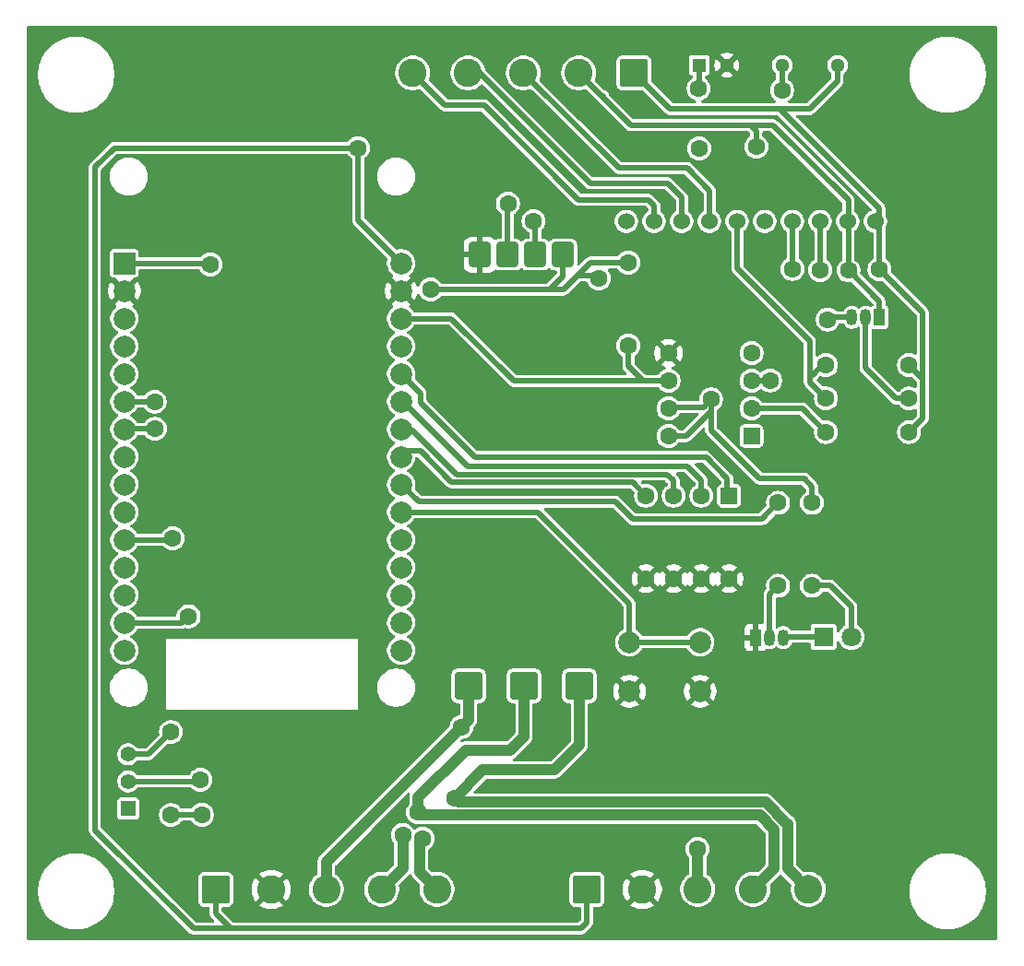
<source format=gbr>
%TF.GenerationSoftware,KiCad,Pcbnew,9.0.3*%
%TF.CreationDate,2026-01-13T14:02:01-05:00*%
%TF.ProjectId,SLAVE_V-C_INSOLATED,534c4156-455f-4562-9d43-5f494e534f4c,rev?*%
%TF.SameCoordinates,Original*%
%TF.FileFunction,Copper,L2,Bot*%
%TF.FilePolarity,Positive*%
%FSLAX46Y46*%
G04 Gerber Fmt 4.6, Leading zero omitted, Abs format (unit mm)*
G04 Created by KiCad (PCBNEW 9.0.3) date 2026-01-13 14:02:01*
%MOMM*%
%LPD*%
G01*
G04 APERTURE LIST*
G04 Aperture macros list*
%AMRoundRect*
0 Rectangle with rounded corners*
0 $1 Rounding radius*
0 $2 $3 $4 $5 $6 $7 $8 $9 X,Y pos of 4 corners*
0 Add a 4 corners polygon primitive as box body*
4,1,4,$2,$3,$4,$5,$6,$7,$8,$9,$2,$3,0*
0 Add four circle primitives for the rounded corners*
1,1,$1+$1,$2,$3*
1,1,$1+$1,$4,$5*
1,1,$1+$1,$6,$7*
1,1,$1+$1,$8,$9*
0 Add four rect primitives between the rounded corners*
20,1,$1+$1,$2,$3,$4,$5,0*
20,1,$1+$1,$4,$5,$6,$7,0*
20,1,$1+$1,$6,$7,$8,$9,0*
20,1,$1+$1,$8,$9,$2,$3,0*%
G04 Aperture macros list end*
%TA.AperFunction,ComponentPad*%
%ADD10RoundRect,0.250000X-0.750000X0.900000X-0.750000X-0.900000X0.750000X-0.900000X0.750000X0.900000X0*%
%TD*%
%TA.AperFunction,ComponentPad*%
%ADD11RoundRect,0.250000X-1.020000X1.020000X-1.020000X-1.020000X1.020000X-1.020000X1.020000X1.020000X0*%
%TD*%
%TA.AperFunction,ComponentPad*%
%ADD12C,1.600000*%
%TD*%
%TA.AperFunction,ComponentPad*%
%ADD13C,2.000000*%
%TD*%
%TA.AperFunction,ComponentPad*%
%ADD14R,1.288000X1.288000*%
%TD*%
%TA.AperFunction,ComponentPad*%
%ADD15C,1.288000*%
%TD*%
%TA.AperFunction,ComponentPad*%
%ADD16R,1.408000X1.408000*%
%TD*%
%TA.AperFunction,ComponentPad*%
%ADD17C,1.408000*%
%TD*%
%TA.AperFunction,ComponentPad*%
%ADD18R,1.800000X1.800000*%
%TD*%
%TA.AperFunction,ComponentPad*%
%ADD19C,1.800000*%
%TD*%
%TA.AperFunction,ComponentPad*%
%ADD20RoundRect,0.250000X1.050000X1.050000X-1.050000X1.050000X-1.050000X-1.050000X1.050000X-1.050000X0*%
%TD*%
%TA.AperFunction,ComponentPad*%
%ADD21C,2.600000*%
%TD*%
%TA.AperFunction,ComponentPad*%
%ADD22RoundRect,0.250000X0.550000X0.550000X-0.550000X0.550000X-0.550000X-0.550000X0.550000X-0.550000X0*%
%TD*%
%TA.AperFunction,ComponentPad*%
%ADD23R,1.050000X1.500000*%
%TD*%
%TA.AperFunction,ComponentPad*%
%ADD24O,1.050000X1.500000*%
%TD*%
%TA.AperFunction,ComponentPad*%
%ADD25C,1.524000*%
%TD*%
%TA.AperFunction,ComponentPad*%
%ADD26RoundRect,0.250000X-1.050000X-1.050000X1.050000X-1.050000X1.050000X1.050000X-1.050000X1.050000X0*%
%TD*%
%TA.AperFunction,ComponentPad*%
%ADD27R,2.000000X2.000000*%
%TD*%
%TA.AperFunction,ComponentPad*%
%ADD28RoundRect,0.250000X-0.550000X0.550000X-0.550000X-0.550000X0.550000X-0.550000X0.550000X0.550000X0*%
%TD*%
%TA.AperFunction,ViaPad*%
%ADD29C,1.600000*%
%TD*%
%TA.AperFunction,Conductor*%
%ADD30C,0.500000*%
%TD*%
%TA.AperFunction,Conductor*%
%ADD31C,1.000000*%
%TD*%
G04 APERTURE END LIST*
D10*
%TO.P,U10,1,VCC*%
%TO.N,3V3*%
X141555000Y-71700000D03*
%TO.P,U10,2,TXD*%
%TO.N,TX*%
X139015000Y-71700000D03*
%TO.P,U10,3,RXD*%
%TO.N,RX*%
X136475000Y-71700000D03*
%TO.P,U10,4,GND*%
%TO.N,GND*%
X133935000Y-71700000D03*
D11*
%TO.P,U10,5,A*%
%TO.N,485+*%
X143055000Y-111300000D03*
%TO.P,U10,6,B*%
%TO.N,485-*%
X137975000Y-111300000D03*
%TO.P,U10,7,GND*%
%TO.N,GND_T*%
X132895000Y-111300000D03*
%TD*%
D12*
%TO.P,R1,1*%
%TO.N,Net-(R1-Pad1)*%
X105580000Y-115550000D03*
%TO.P,R1,2*%
%TO.N,485-*%
X105580000Y-123170000D03*
%TD*%
D13*
%TO.P,SW2,1,1*%
%TO.N,BUTTOM*%
X147650000Y-107300000D03*
X154150000Y-107300000D03*
%TO.P,SW2,2,2*%
%TO.N,GND*%
X147650000Y-111800000D03*
X154150000Y-111800000D03*
%TD*%
D12*
%TO.P,R2,1*%
%TO.N,3V3*%
X147550000Y-72430000D03*
%TO.P,R2,2*%
%TO.N,ALE*%
X147550000Y-80050000D03*
%TD*%
%TO.P,R4,1*%
%TO.N,Net-(Q2-B)*%
X173320000Y-84900000D03*
%TO.P,R4,2*%
%TO.N,ALE_H*%
X165700000Y-84900000D03*
%TD*%
D14*
%TO.P,PS1,1,+VIN(VCC)*%
%TO.N,5V*%
X154060000Y-54300000D03*
D15*
%TO.P,PS1,2,-VIN(GND)*%
%TO.N,GND*%
X156600000Y-54300000D03*
%TO.P,PS1,4,-VOUT*%
%TO.N,GND_ISO*%
X161680000Y-54300000D03*
%TO.P,PS1,6,+VOUT*%
%TO.N,5V_ISO*%
X166760000Y-54300000D03*
%TD*%
D12*
%TO.P,R6,1*%
%TO.N,5V_ISO*%
X173320000Y-88000000D03*
%TO.P,R6,2*%
%TO.N,Net-(U2-A)*%
X165700000Y-88000000D03*
%TD*%
D16*
%TO.P,S1,1*%
%TO.N,unconnected-(S1-Pad1)*%
X101650000Y-122582500D03*
D17*
%TO.P,S1,2*%
%TO.N,485+*%
X101650000Y-120082500D03*
%TO.P,S1,3*%
%TO.N,Net-(R1-Pad1)*%
X101650000Y-117582500D03*
%TD*%
D18*
%TO.P,D7,1,K*%
%TO.N,Net-(D7-K)*%
X165480000Y-106800000D03*
D19*
%TO.P,D7,2,A*%
%TO.N,Net-(D7-A)*%
X168020000Y-106800000D03*
%TD*%
D12*
%TO.P,R5,1*%
%TO.N,5V_ISO*%
X173320000Y-81850000D03*
%TO.P,R5,2*%
%TO.N,ALE_H*%
X165700000Y-81850000D03*
%TD*%
%TO.P,R51,1*%
%TO.N,5V*%
X164400000Y-94490000D03*
%TO.P,R51,2*%
%TO.N,Net-(D7-A)*%
X164400000Y-102110000D03*
%TD*%
D20*
%TO.P,J3,1,Pin_1*%
%TO.N,5V_ISO*%
X148080000Y-55000000D03*
D21*
%TO.P,J3,2,Pin_2*%
%TO.N,GND_ISO*%
X143000000Y-55000000D03*
%TO.P,J3,3,Pin_3*%
%TO.N,SIGNAL_OUT1*%
X137920000Y-55000000D03*
%TO.P,J3,4,Pin_4*%
%TO.N,SIGNAL_OUT2*%
X132840000Y-55000000D03*
%TO.P,J3,5,Pin_5*%
%TO.N,SIGNAL_OUT3*%
X127760000Y-55000000D03*
%TD*%
D22*
%TO.P,U2,1,NC*%
%TO.N,unconnected-(U2-NC-Pad1)*%
X158855000Y-88360000D03*
D12*
%TO.P,U2,2,A*%
%TO.N,Net-(U2-A)*%
X158855000Y-85820000D03*
%TO.P,U2,3,C*%
%TO.N,Net-(Q2-C)*%
X158855000Y-83280000D03*
%TO.P,U2,4,NC*%
%TO.N,unconnected-(U2-NC-Pad4)*%
X158855000Y-80740000D03*
%TO.P,U2,5,GND*%
%TO.N,GND*%
X151235000Y-80740000D03*
%TO.P,U2,6,VO*%
%TO.N,ALE*%
X151235000Y-83280000D03*
%TO.P,U2,7,EN*%
%TO.N,5V*%
X151235000Y-85820000D03*
%TO.P,U2,8,VCC*%
X151235000Y-88360000D03*
%TD*%
D23*
%TO.P,Q2,1,E*%
%TO.N,GND_ISO*%
X170600000Y-77450000D03*
D24*
%TO.P,Q2,2,B*%
%TO.N,Net-(Q2-B)*%
X169330000Y-77450000D03*
%TO.P,Q2,3,C*%
%TO.N,Net-(Q2-C)*%
X168060000Y-77450000D03*
%TD*%
D25*
%TO.P,U4,1,ADDR*%
%TO.N,unconnected-(U4-ADDR-Pad1)*%
X160080000Y-68640000D03*
%TO.P,U4,2,ALERT*%
%TO.N,ALE_H*%
X157540000Y-68640000D03*
%TO.P,U4,3,GND*%
%TO.N,GND_ISO*%
X167700000Y-68640000D03*
%TO.P,U4,4,AIN0*%
%TO.N,SIGNAL_OUT1*%
X155000000Y-68640000D03*
%TO.P,U4,5,AIN1*%
%TO.N,SIGNAL_OUT2*%
X152460000Y-68640000D03*
%TO.P,U4,6,AIN2*%
%TO.N,SIGNAL_OUT3*%
X149920000Y-68640000D03*
%TO.P,U4,7,AIN3*%
%TO.N,unconnected-(U4-AIN3-Pad7)*%
X147380000Y-68640000D03*
%TO.P,U4,8,VDD*%
%TO.N,5V_ISO*%
X170240000Y-68640000D03*
%TO.P,U4,9,SDA*%
%TO.N,SDA_H*%
X162620000Y-68640000D03*
%TO.P,U4,10,SCL*%
%TO.N,SCL_H*%
X165160000Y-68640000D03*
%TD*%
D26*
%TO.P,J2,1,Pin_1*%
%TO.N,5V*%
X143760000Y-130000000D03*
D21*
%TO.P,J2,2,Pin_2*%
%TO.N,GND*%
X148840000Y-130000000D03*
%TO.P,J2,3,Pin_3*%
%TO.N,GND_T*%
X153920000Y-130000000D03*
%TO.P,J2,4,Pin_4*%
%TO.N,485-*%
X159000000Y-130000000D03*
%TO.P,J2,5,Pin_5*%
%TO.N,485+*%
X164080000Y-130000000D03*
%TD*%
D27*
%TO.P,U3,1,3V3*%
%TO.N,3V3*%
X101300000Y-72485000D03*
D13*
%TO.P,U3,2,GND*%
%TO.N,GND*%
X101300000Y-75025000D03*
%TO.P,U3,3,D15*%
%TO.N,unconnected-(U3-D15-Pad3)*%
X101300000Y-77565000D03*
%TO.P,U3,4,D2*%
%TO.N,unconnected-(U3-D2-Pad4)*%
X101300000Y-80105000D03*
%TO.P,U3,5,D4*%
%TO.N,unconnected-(U3-D4-Pad5)*%
X101300000Y-82645000D03*
%TO.P,U3,6,RX2*%
%TO.N,RX*%
X101300000Y-85185000D03*
%TO.P,U3,7,TX2*%
%TO.N,TX*%
X101300000Y-87725000D03*
%TO.P,U3,8,D5*%
%TO.N,unconnected-(U3-D5-Pad8)*%
X101300000Y-90265000D03*
%TO.P,U3,9,D18*%
%TO.N,unconnected-(U3-D18-Pad9)*%
X101300000Y-92805000D03*
%TO.P,U3,10,D19*%
%TO.N,unconnected-(U3-D19-Pad10)*%
X101300000Y-95345000D03*
%TO.P,U3,11,D21*%
%TO.N,SDA*%
X101300000Y-97885000D03*
%TO.P,U3,12,RX0*%
%TO.N,unconnected-(U3-RX0-Pad12)*%
X101300000Y-100425000D03*
%TO.P,U3,13,TX0*%
%TO.N,unconnected-(U3-TX0-Pad13)*%
X101300000Y-102965000D03*
%TO.P,U3,14,D22*%
%TO.N,SCL*%
X101300000Y-105505000D03*
%TO.P,U3,15,D23*%
%TO.N,unconnected-(U3-D23-Pad15)*%
X101300000Y-108045000D03*
%TO.P,U3,16,EN*%
%TO.N,unconnected-(U3-EN-Pad16)*%
X126700000Y-108045000D03*
%TO.P,U3,17,VP*%
%TO.N,unconnected-(U3-VP-Pad17)*%
X126700000Y-105505000D03*
%TO.P,U3,18,VN*%
%TO.N,unconnected-(U3-VN-Pad18)*%
X126700000Y-102965000D03*
%TO.P,U3,19,D34*%
%TO.N,unconnected-(U3-D34-Pad19)*%
X126700000Y-100425000D03*
%TO.P,U3,20,D35*%
%TO.N,unconnected-(U3-D35-Pad20)*%
X126700000Y-97885000D03*
%TO.P,U3,21,D32*%
%TO.N,BUTTOM*%
X126700000Y-95345000D03*
%TO.P,U3,22,D33*%
%TO.N,LED*%
X126700000Y-92805000D03*
%TO.P,U3,23,D25*%
%TO.N,DIP_4*%
X126700000Y-90265000D03*
%TO.P,U3,24,D26*%
%TO.N,DIP_3*%
X126700000Y-87725000D03*
%TO.P,U3,25,D27*%
%TO.N,DIP_2*%
X126700000Y-85185000D03*
%TO.P,U3,26,D14*%
%TO.N,DIP_1*%
X126700000Y-82645000D03*
%TO.P,U3,27,D12*%
%TO.N,unconnected-(U3-D12-Pad27)*%
X126700000Y-80105000D03*
%TO.P,U3,28,D13*%
%TO.N,ALE*%
X126700000Y-77565000D03*
%TO.P,U3,29,GND*%
%TO.N,GND*%
X126700000Y-75025000D03*
%TO.P,U3,30,VIN*%
%TO.N,5V*%
X126700000Y-72485000D03*
%TD*%
D23*
%TO.P,Q1,1,E*%
%TO.N,GND*%
X159230000Y-106860000D03*
D24*
%TO.P,Q1,2,B*%
%TO.N,Net-(Q1-B)*%
X160500000Y-106860000D03*
%TO.P,Q1,3,C*%
%TO.N,Net-(D7-K)*%
X161770000Y-106860000D03*
%TD*%
D28*
%TO.P,SW1,1*%
%TO.N,DIP_1*%
X156800000Y-93830000D03*
D12*
%TO.P,SW1,2*%
%TO.N,DIP_2*%
X154260000Y-93830000D03*
%TO.P,SW1,3*%
%TO.N,DIP_3*%
X151720000Y-93830000D03*
%TO.P,SW1,4*%
%TO.N,DIP_4*%
X149180000Y-93830000D03*
%TO.P,SW1,5*%
%TO.N,GND*%
X149180000Y-101450000D03*
%TO.P,SW1,6*%
X151720000Y-101450000D03*
%TO.P,SW1,7*%
X154260000Y-101450000D03*
%TO.P,SW1,8*%
X156800000Y-101450000D03*
%TD*%
D26*
%TO.P,J1,1,Pin_1*%
%TO.N,5V*%
X109680000Y-130000000D03*
D21*
%TO.P,J1,2,Pin_2*%
%TO.N,GND*%
X114760000Y-130000000D03*
%TO.P,J1,3,Pin_3*%
%TO.N,GND_T*%
X119840000Y-130000000D03*
%TO.P,J1,4,Pin_4*%
%TO.N,485-*%
X124920000Y-130000000D03*
%TO.P,J1,5,Pin_5*%
%TO.N,485+*%
X130000000Y-130000000D03*
%TD*%
D12*
%TO.P,R52,1*%
%TO.N,Net-(Q1-B)*%
X161300000Y-102110000D03*
%TO.P,R52,2*%
%TO.N,LED*%
X161300000Y-94490000D03*
%TD*%
D29*
%TO.N,GND*%
X140650000Y-86500000D03*
X140650000Y-80000000D03*
%TO.N,GND_T*%
X132240000Y-115080000D03*
X153910000Y-126300000D03*
%TO.N,5V*%
X155150000Y-85000000D03*
X154050000Y-61950000D03*
X122750000Y-61900000D03*
X154000000Y-56450000D03*
%TO.N,485+*%
X131590000Y-121630000D03*
X108290000Y-119930000D03*
X128680000Y-125340000D03*
%TO.N,485-*%
X128253984Y-122930000D03*
X108410000Y-123140000D03*
X126850000Y-124980000D03*
%TO.N,3V3*%
X144850000Y-73900000D03*
X109200000Y-72600000D03*
X129400000Y-74900000D03*
%TO.N,TX*%
X138860000Y-68605000D03*
X104100000Y-87700000D03*
%TO.N,RX*%
X104070000Y-85200000D03*
X136500000Y-67000000D03*
%TO.N,SCL*%
X107200000Y-104910000D03*
%TO.N,SDA*%
X105750000Y-97760000D03*
%TO.N,SDA_H*%
X162620000Y-73000000D03*
%TO.N,SCL_H*%
X165160000Y-73100000D03*
%TO.N,5V_ISO*%
X170610000Y-73050000D03*
%TO.N,GND_ISO*%
X161650000Y-56600000D03*
X159300000Y-61800000D03*
X167750000Y-73150000D03*
%TO.N,Net-(Q2-C)*%
X160550000Y-83250000D03*
X165850000Y-77650000D03*
%TD*%
D30*
%TO.N,SIGNAL_OUT3*%
X149920000Y-67180000D02*
X149920000Y-68640000D01*
X149400000Y-66660000D02*
X149920000Y-67180000D01*
X134310000Y-57960000D02*
X143010000Y-66660000D01*
X143010000Y-66660000D02*
X149400000Y-66660000D01*
X130720000Y-57960000D02*
X134310000Y-57960000D01*
X127760000Y-55000000D02*
X130720000Y-57960000D01*
%TO.N,SIGNAL_OUT2*%
X144050000Y-65150000D02*
X133900000Y-55000000D01*
X152460000Y-66390000D02*
X151220000Y-65150000D01*
X151220000Y-65150000D02*
X144050000Y-65150000D01*
X133900000Y-55000000D02*
X132840000Y-55000000D01*
X152460000Y-68640000D02*
X152460000Y-66390000D01*
%TO.N,SIGNAL_OUT1*%
X146660000Y-63740000D02*
X137920000Y-55000000D01*
X152940000Y-63740000D02*
X146660000Y-63740000D01*
X155000000Y-65800000D02*
X152940000Y-63740000D01*
X155000000Y-68640000D02*
X155000000Y-65800000D01*
%TO.N,Net-(Q2-B)*%
X169330000Y-82130000D02*
X169330000Y-77450000D01*
X172100000Y-84900000D02*
X169330000Y-82130000D01*
X173320000Y-84900000D02*
X172100000Y-84900000D01*
%TO.N,5V_ISO*%
X174571000Y-77011000D02*
X174571000Y-83131000D01*
X170610000Y-73050000D02*
X174571000Y-77011000D01*
%TO.N,DIP_3*%
X131770000Y-91880000D02*
X151140000Y-91880000D01*
X127615000Y-87725000D02*
X131770000Y-91880000D01*
X151720000Y-92460000D02*
X151720000Y-93830000D01*
X126700000Y-87725000D02*
X127615000Y-87725000D01*
X151140000Y-91880000D02*
X151720000Y-92460000D01*
%TO.N,DIP_1*%
X154700000Y-90300000D02*
X156620000Y-92220000D01*
X133500000Y-90300000D02*
X154700000Y-90300000D01*
X156620000Y-93650000D02*
X156800000Y-93830000D01*
X128492500Y-85292500D02*
X133500000Y-90300000D01*
X128492500Y-84437500D02*
X128492500Y-85292500D01*
X156620000Y-92220000D02*
X156620000Y-93650000D01*
X126700000Y-82645000D02*
X128492500Y-84437500D01*
%TO.N,5V*%
X164400000Y-93000000D02*
X164400000Y-94490000D01*
X159600000Y-92280000D02*
X163680000Y-92280000D01*
X163680000Y-92280000D02*
X164400000Y-93000000D01*
X155150000Y-87830000D02*
X159600000Y-92280000D01*
X155150000Y-85000000D02*
X155150000Y-87830000D01*
%TO.N,3V3*%
X140320000Y-74900000D02*
X141555000Y-73665000D01*
X139505000Y-74900000D02*
X140320000Y-74900000D01*
X141555000Y-73665000D02*
X141555000Y-71700000D01*
X144050000Y-72430000D02*
X147550000Y-72430000D01*
X142875000Y-73605000D02*
X144050000Y-72430000D01*
X142875000Y-73605000D02*
X141580000Y-74900000D01*
X147470000Y-72350000D02*
X147550000Y-72430000D01*
X142875000Y-73605000D02*
X144555000Y-73605000D01*
X139505000Y-74900000D02*
X141580000Y-74900000D01*
X144555000Y-73605000D02*
X144850000Y-73900000D01*
%TO.N,SCL*%
X106605000Y-105505000D02*
X107200000Y-104910000D01*
X101300000Y-105505000D02*
X106605000Y-105505000D01*
%TO.N,SDA*%
X105625000Y-97885000D02*
X105750000Y-97760000D01*
X101300000Y-97885000D02*
X105625000Y-97885000D01*
%TO.N,Net-(D7-K)*%
X165480000Y-106800000D02*
X161830000Y-106800000D01*
X161830000Y-106800000D02*
X161770000Y-106860000D01*
%TO.N,Net-(D7-A)*%
X164400000Y-102110000D02*
X166110000Y-102110000D01*
X168020000Y-104020000D02*
X168020000Y-106800000D01*
X166110000Y-102110000D02*
X168020000Y-104020000D01*
D31*
%TO.N,GND_T*%
X153910000Y-126300000D02*
X153910000Y-129990000D01*
X130810000Y-116510000D02*
X132240000Y-115080000D01*
X119840000Y-130000000D02*
X119840000Y-127480000D01*
X132895000Y-114425000D02*
X130810000Y-116510000D01*
X153910000Y-129990000D02*
X153920000Y-130000000D01*
X119840000Y-127480000D02*
X130810000Y-116510000D01*
X132895000Y-111300000D02*
X132895000Y-114425000D01*
X132895000Y-114425000D02*
X132240000Y-115080000D01*
D30*
%TO.N,5V*%
X152840000Y-88360000D02*
X151235000Y-88360000D01*
X155150000Y-85000000D02*
X155150000Y-86050000D01*
X151355000Y-85700000D02*
X151235000Y-85820000D01*
X154060000Y-56390000D02*
X154000000Y-56450000D01*
X111030000Y-133600000D02*
X109680000Y-132250000D01*
X154060000Y-54300000D02*
X154060000Y-56390000D01*
X126700000Y-72485000D02*
X122750000Y-68535000D01*
X155150000Y-85000000D02*
X154450000Y-85700000D01*
X100350000Y-61900000D02*
X98600000Y-63650000D01*
X143760000Y-133040000D02*
X143200000Y-133600000D01*
X107650000Y-133600000D02*
X111030000Y-133600000D01*
X98600000Y-63650000D02*
X98600000Y-124550000D01*
X122750000Y-68535000D02*
X122750000Y-61900000D01*
X143760000Y-130000000D02*
X143760000Y-133040000D01*
X154450000Y-85700000D02*
X151355000Y-85700000D01*
X98600000Y-124550000D02*
X107650000Y-133600000D01*
X109680000Y-132250000D02*
X109680000Y-130000000D01*
X122750000Y-61900000D02*
X100350000Y-61900000D01*
X155150000Y-86050000D02*
X152840000Y-88360000D01*
X143200000Y-133600000D02*
X111030000Y-133600000D01*
%TO.N,485+*%
X108137500Y-120082500D02*
X108290000Y-119930000D01*
D31*
X128410000Y-128410000D02*
X128410000Y-125610000D01*
X130000000Y-130000000D02*
X128410000Y-128410000D01*
D30*
X101650000Y-120082500D02*
X108137500Y-120082500D01*
D31*
X162172000Y-128092000D02*
X162172000Y-123985000D01*
X128410000Y-125610000D02*
X128680000Y-125340000D01*
X160135000Y-121970000D02*
X162150000Y-123985000D01*
X131930000Y-121970000D02*
X141480000Y-121970000D01*
X140790000Y-119010000D02*
X143055000Y-116745000D01*
X141970000Y-121970000D02*
X141480000Y-121970000D01*
X131590000Y-121630000D02*
X134210000Y-119010000D01*
X164080000Y-130000000D02*
X162172000Y-128092000D01*
X141480000Y-121970000D02*
X160135000Y-121970000D01*
X143055000Y-116745000D02*
X143055000Y-111300000D01*
X134210000Y-119010000D02*
X140790000Y-119010000D01*
X131590000Y-121630000D02*
X131930000Y-121970000D01*
X143055000Y-111300000D02*
X143160000Y-111405000D01*
X164080000Y-129180000D02*
X164080000Y-130000000D01*
%TO.N,485-*%
X128253984Y-121573072D02*
X132607056Y-117220000D01*
X124920000Y-130000000D02*
X126850000Y-128070000D01*
X159000000Y-130000000D02*
X160920000Y-128080000D01*
X128253984Y-122930000D02*
X128253984Y-121573072D01*
X137975000Y-115975000D02*
X137975000Y-111300000D01*
X160920000Y-124470000D02*
X159630000Y-123180000D01*
D30*
X105610000Y-123140000D02*
X105580000Y-123170000D01*
D31*
X136730000Y-117220000D02*
X137975000Y-115975000D01*
D30*
X108410000Y-123140000D02*
X105610000Y-123140000D01*
D31*
X160920000Y-128080000D02*
X160920000Y-124470000D01*
X132607056Y-117220000D02*
X136730000Y-117220000D01*
X126850000Y-128070000D02*
X126850000Y-124980000D01*
X128503984Y-123180000D02*
X128253984Y-122930000D01*
X159630000Y-123180000D02*
X128503984Y-123180000D01*
D30*
%TO.N,Net-(Q1-B)*%
X160500001Y-102909999D02*
X161300000Y-102110000D01*
X160500000Y-106860000D02*
X160500000Y-103660000D01*
X160500000Y-103660000D02*
X160500001Y-102909999D01*
%TO.N,3V3*%
X109200000Y-72600000D02*
X109085000Y-72485000D01*
X129400000Y-74900000D02*
X139505000Y-74900000D01*
X109085000Y-72485000D02*
X101300000Y-72485000D01*
%TO.N,BUTTOM*%
X139245000Y-95345000D02*
X126700000Y-95345000D01*
X147650000Y-103750000D02*
X139245000Y-95345000D01*
X154150000Y-107300000D02*
X147650000Y-107300000D01*
X147650000Y-107300000D02*
X147650000Y-103750000D01*
%TO.N,ALE*%
X131315000Y-77565000D02*
X137030000Y-83280000D01*
X147550000Y-80050000D02*
X147550000Y-81930000D01*
X148900000Y-83280000D02*
X151235000Y-83280000D01*
X127800000Y-77565000D02*
X126700000Y-77565000D01*
X127800000Y-77565000D02*
X131315000Y-77565000D01*
X147550000Y-81930000D02*
X148900000Y-83280000D01*
X129155000Y-77565000D02*
X127800000Y-77565000D01*
X137030000Y-83280000D02*
X148900000Y-83280000D01*
%TO.N,TX*%
X138970000Y-68680000D02*
X138935000Y-68680000D01*
X101325000Y-87700000D02*
X101300000Y-87725000D01*
X104100000Y-87700000D02*
X101325000Y-87700000D01*
X138935000Y-68680000D02*
X138860000Y-68605000D01*
X139015000Y-68760000D02*
X138860000Y-68605000D01*
X139015000Y-71700000D02*
X139015000Y-68760000D01*
%TO.N,RX*%
X104070000Y-85200000D02*
X101315000Y-85200000D01*
X101315000Y-85200000D02*
X101300000Y-85185000D01*
X136490000Y-68750000D02*
X136490000Y-67010000D01*
X136475000Y-67025000D02*
X136500000Y-67000000D01*
X136490000Y-67010000D02*
X136500000Y-67000000D01*
X136475000Y-71700000D02*
X136475000Y-67025000D01*
%TO.N,SDA_H*%
X162620000Y-68640000D02*
X162620000Y-73000000D01*
%TO.N,ALE_H*%
X164550000Y-82650000D02*
X164250000Y-82950000D01*
X164200000Y-82300000D02*
X164200000Y-79600000D01*
X165350000Y-81850000D02*
X164550000Y-82650000D01*
X164200000Y-79600000D02*
X157540000Y-72940000D01*
X165300000Y-84900000D02*
X165700000Y-84900000D01*
X157540000Y-72940000D02*
X157540000Y-68640000D01*
X164200000Y-83400000D02*
X164250000Y-83450000D01*
X165700000Y-81850000D02*
X165350000Y-81850000D01*
X164200000Y-79600000D02*
X164200000Y-83400000D01*
X164250000Y-82950000D02*
X164250000Y-83450000D01*
X164250000Y-83450000D02*
X165700000Y-84900000D01*
%TO.N,SCL_H*%
X165160000Y-68640000D02*
X165160000Y-73100000D01*
%TO.N,5V_ISO*%
X151380000Y-58300000D02*
X161450000Y-58300000D01*
X166760000Y-55740000D02*
X166760000Y-54300000D01*
X148080000Y-55000000D02*
X151380000Y-58300000D01*
X161450000Y-58300000D02*
X170610000Y-67460000D01*
X173320000Y-88000000D02*
X174571000Y-86749000D01*
X170610000Y-67460000D02*
X170610000Y-73050000D01*
X164200000Y-58300000D02*
X166760000Y-55740000D01*
X174571000Y-86749000D02*
X174571000Y-83131000D01*
X161450000Y-58300000D02*
X164200000Y-58300000D01*
X174571000Y-83131000D02*
X173290000Y-81850000D01*
%TO.N,GND_ISO*%
X147800000Y-59800000D02*
X158800000Y-59800000D01*
X161680000Y-54300000D02*
X161680000Y-56570000D01*
X145200000Y-57200000D02*
X147800000Y-59800000D01*
X158800000Y-59800000D02*
X160830000Y-59800000D01*
X145250000Y-57150000D02*
X145200000Y-57200000D01*
X161680000Y-56570000D02*
X161650000Y-56600000D01*
X159300000Y-60300000D02*
X159300000Y-61800000D01*
X158800000Y-59800000D02*
X159300000Y-60300000D01*
X167750000Y-66720000D02*
X167750000Y-73150000D01*
X167750000Y-73150000D02*
X170600000Y-76000000D01*
X160830000Y-59800000D02*
X167750000Y-66720000D01*
X170600000Y-76000000D02*
X170600000Y-77450000D01*
X143000000Y-55000000D02*
X145200000Y-57200000D01*
%TO.N,Net-(R1-Pad1)*%
X103547500Y-117582500D02*
X105580000Y-115550000D01*
X101650000Y-117582500D02*
X103547500Y-117582500D01*
%TO.N,Net-(Q2-C)*%
X166050000Y-77450000D02*
X165850000Y-77650000D01*
X168060000Y-77450000D02*
X166050000Y-77450000D01*
X158855000Y-83280000D02*
X160520000Y-83280000D01*
X160520000Y-83280000D02*
X160550000Y-83250000D01*
%TO.N,Net-(U2-A)*%
X163520000Y-85820000D02*
X165700000Y-88000000D01*
X158855000Y-85820000D02*
X163520000Y-85820000D01*
%TO.N,DIP_2*%
X126885000Y-85185000D02*
X126700000Y-85185000D01*
X152990000Y-91140000D02*
X132840000Y-91140000D01*
X154260000Y-92410000D02*
X152990000Y-91140000D01*
X154260000Y-93830000D02*
X154260000Y-92410000D01*
%TO.N,DIP_4*%
X127235000Y-89730000D02*
X126700000Y-90265000D01*
X128460000Y-89730000D02*
X127235000Y-89730000D01*
X149180000Y-93830000D02*
X147950000Y-92600000D01*
%TO.N,LED*%
X128295000Y-94400000D02*
X126700000Y-92805000D01*
%TO.N,DIP_4*%
X131330000Y-92600000D02*
X128460000Y-89730000D01*
%TO.N,LED*%
X146350000Y-94400000D02*
X128295000Y-94400000D01*
X147950000Y-96000000D02*
X146350000Y-94400000D01*
%TO.N,DIP_2*%
X132840000Y-91140000D02*
X126885000Y-85185000D01*
%TO.N,LED*%
X159790000Y-96000000D02*
X147950000Y-96000000D01*
%TO.N,DIP_4*%
X147950000Y-92600000D02*
X131330000Y-92600000D01*
%TO.N,LED*%
X161300000Y-94490000D02*
X159790000Y-96000000D01*
%TD*%
%TA.AperFunction,Conductor*%
%TO.N,GND*%
G36*
X181317539Y-50695185D02*
G01*
X181363294Y-50747989D01*
X181374500Y-50799500D01*
X181374500Y-134550500D01*
X181354815Y-134617539D01*
X181302011Y-134663294D01*
X181250500Y-134674500D01*
X92499500Y-134674500D01*
X92432461Y-134654815D01*
X92386706Y-134602011D01*
X92375500Y-134550500D01*
X92375500Y-130003031D01*
X93374500Y-130003031D01*
X93374500Y-130034852D01*
X93374500Y-130346969D01*
X93384751Y-130451054D01*
X93408210Y-130689249D01*
X93475308Y-131026572D01*
X93575150Y-131355706D01*
X93706770Y-131673464D01*
X93706772Y-131673469D01*
X93868893Y-131976775D01*
X93868904Y-131976793D01*
X94059975Y-132262751D01*
X94059985Y-132262765D01*
X94278176Y-132528632D01*
X94521367Y-132771823D01*
X94521372Y-132771827D01*
X94521373Y-132771828D01*
X94787240Y-132990019D01*
X95073213Y-133181100D01*
X95073222Y-133181105D01*
X95073224Y-133181106D01*
X95376530Y-133343227D01*
X95376532Y-133343227D01*
X95376538Y-133343231D01*
X95694295Y-133474850D01*
X96023422Y-133574690D01*
X96360750Y-133641789D01*
X96703031Y-133675500D01*
X96703034Y-133675500D01*
X97046966Y-133675500D01*
X97046969Y-133675500D01*
X97389250Y-133641789D01*
X97726578Y-133574690D01*
X98055705Y-133474850D01*
X98373462Y-133343231D01*
X98676787Y-133181100D01*
X98962760Y-132990019D01*
X99228627Y-132771828D01*
X99471828Y-132528627D01*
X99690019Y-132262760D01*
X99881100Y-131976787D01*
X100043231Y-131673462D01*
X100174850Y-131355705D01*
X100274690Y-131026578D01*
X100341789Y-130689250D01*
X100375500Y-130346969D01*
X100375500Y-130003031D01*
X100341789Y-129660750D01*
X100274690Y-129323422D01*
X100174850Y-128994295D01*
X100043231Y-128676538D01*
X100006130Y-128607128D01*
X99881106Y-128373224D01*
X99881105Y-128373222D01*
X99881100Y-128373213D01*
X99690019Y-128087240D01*
X99471828Y-127821373D01*
X99471827Y-127821372D01*
X99471823Y-127821367D01*
X99228632Y-127578176D01*
X98962765Y-127359985D01*
X98962764Y-127359984D01*
X98962760Y-127359981D01*
X98676787Y-127168900D01*
X98676782Y-127168897D01*
X98676775Y-127168893D01*
X98373469Y-127006772D01*
X98373464Y-127006770D01*
X98055706Y-126875150D01*
X97726572Y-126775308D01*
X97389248Y-126708210D01*
X97389249Y-126708210D01*
X97131456Y-126682821D01*
X97046969Y-126674500D01*
X96703031Y-126674500D01*
X96624966Y-126682188D01*
X96360750Y-126708210D01*
X96023427Y-126775308D01*
X95694293Y-126875150D01*
X95376535Y-127006770D01*
X95376530Y-127006772D01*
X95073224Y-127168893D01*
X95073206Y-127168904D01*
X94787248Y-127359975D01*
X94787234Y-127359985D01*
X94521367Y-127578176D01*
X94278176Y-127821367D01*
X94059985Y-128087234D01*
X94059975Y-128087248D01*
X93868904Y-128373206D01*
X93868893Y-128373224D01*
X93706772Y-128676530D01*
X93706770Y-128676535D01*
X93575150Y-128994293D01*
X93475308Y-129323427D01*
X93408210Y-129660750D01*
X93387204Y-129874038D01*
X93374500Y-130003031D01*
X92375500Y-130003031D01*
X92375500Y-63577525D01*
X98049500Y-63577525D01*
X98049500Y-124477526D01*
X98049500Y-124622474D01*
X98087016Y-124762485D01*
X98159490Y-124888015D01*
X107311985Y-134040510D01*
X107437515Y-134112984D01*
X107577525Y-134150500D01*
X107577526Y-134150500D01*
X107577528Y-134150500D01*
X143272472Y-134150500D01*
X143272474Y-134150500D01*
X143272475Y-134150500D01*
X143412485Y-134112984D01*
X143538015Y-134040510D01*
X144200510Y-133378014D01*
X144272984Y-133252485D01*
X144310500Y-133112474D01*
X144310500Y-132967526D01*
X144310500Y-131724500D01*
X144330185Y-131657461D01*
X144382989Y-131611706D01*
X144434500Y-131600500D01*
X144853097Y-131600500D01*
X144853102Y-131600500D01*
X144941564Y-131589877D01*
X145082342Y-131534361D01*
X145202922Y-131442922D01*
X145294361Y-131322342D01*
X145349877Y-131181564D01*
X145360500Y-131093102D01*
X145360500Y-129882014D01*
X147040000Y-129882014D01*
X147040000Y-130117985D01*
X147070799Y-130351914D01*
X147131870Y-130579837D01*
X147222160Y-130797819D01*
X147222165Y-130797828D01*
X147340144Y-131002171D01*
X147340145Y-131002172D01*
X147402721Y-131083723D01*
X148238958Y-130247487D01*
X148263978Y-130307890D01*
X148335112Y-130414351D01*
X148425649Y-130504888D01*
X148532110Y-130576022D01*
X148592511Y-130601041D01*
X147756275Y-131437277D01*
X147837827Y-131499854D01*
X147837828Y-131499855D01*
X148042171Y-131617834D01*
X148042180Y-131617839D01*
X148260163Y-131708129D01*
X148260161Y-131708129D01*
X148488085Y-131769200D01*
X148722014Y-131799999D01*
X148722029Y-131800000D01*
X148957971Y-131800000D01*
X148957985Y-131799999D01*
X149191914Y-131769200D01*
X149419837Y-131708129D01*
X149637819Y-131617839D01*
X149637828Y-131617834D01*
X149842181Y-131499850D01*
X149923723Y-131437279D01*
X149923723Y-131437276D01*
X149087487Y-130601041D01*
X149147890Y-130576022D01*
X149254351Y-130504888D01*
X149344888Y-130414351D01*
X149416022Y-130307890D01*
X149441041Y-130247488D01*
X150277276Y-131083723D01*
X150277279Y-131083723D01*
X150339850Y-131002181D01*
X150457834Y-130797828D01*
X150457839Y-130797819D01*
X150548129Y-130579837D01*
X150609200Y-130351914D01*
X150639999Y-130117985D01*
X150640000Y-130117971D01*
X150640000Y-129882028D01*
X150639999Y-129882019D01*
X150638948Y-129874038D01*
X152319500Y-129874038D01*
X152319500Y-130125961D01*
X152358910Y-130374785D01*
X152436760Y-130614383D01*
X152551132Y-130838848D01*
X152699201Y-131042649D01*
X152699205Y-131042654D01*
X152877345Y-131220794D01*
X152877350Y-131220798D01*
X153017116Y-131322343D01*
X153081155Y-131368870D01*
X153224184Y-131441747D01*
X153305616Y-131483239D01*
X153305618Y-131483239D01*
X153305621Y-131483241D01*
X153545215Y-131561090D01*
X153794038Y-131600500D01*
X153794039Y-131600500D01*
X154045961Y-131600500D01*
X154045962Y-131600500D01*
X154294785Y-131561090D01*
X154534379Y-131483241D01*
X154758845Y-131368870D01*
X154962656Y-131220793D01*
X155140793Y-131042656D01*
X155288870Y-130838845D01*
X155403241Y-130614379D01*
X155481090Y-130374785D01*
X155520500Y-130125962D01*
X155520500Y-129874038D01*
X155481090Y-129625215D01*
X155403241Y-129385621D01*
X155403239Y-129385618D01*
X155403239Y-129385616D01*
X155361747Y-129304184D01*
X155288870Y-129161155D01*
X155269952Y-129135117D01*
X155140798Y-128957350D01*
X155140794Y-128957345D01*
X154962654Y-128779205D01*
X154962649Y-128779201D01*
X154761615Y-128633141D01*
X154718949Y-128577811D01*
X154710500Y-128532823D01*
X154710500Y-127107204D01*
X154730185Y-127040165D01*
X154746819Y-127019523D01*
X154749414Y-127016928D01*
X154851232Y-126876788D01*
X154929873Y-126722445D01*
X154983402Y-126557701D01*
X155010500Y-126386611D01*
X155010500Y-126213389D01*
X154983402Y-126042299D01*
X154929873Y-125877555D01*
X154851232Y-125723212D01*
X154749414Y-125583072D01*
X154626928Y-125460586D01*
X154486788Y-125358768D01*
X154332445Y-125280127D01*
X154167701Y-125226598D01*
X154167699Y-125226597D01*
X154167698Y-125226597D01*
X154036271Y-125205781D01*
X153996611Y-125199500D01*
X153823389Y-125199500D01*
X153783728Y-125205781D01*
X153652302Y-125226597D01*
X153487552Y-125280128D01*
X153333211Y-125358768D01*
X153273096Y-125402445D01*
X153193072Y-125460586D01*
X153193070Y-125460588D01*
X153193069Y-125460588D01*
X153070588Y-125583069D01*
X153070588Y-125583070D01*
X153070586Y-125583072D01*
X153026859Y-125643256D01*
X152968768Y-125723211D01*
X152890128Y-125877552D01*
X152836597Y-126042302D01*
X152814881Y-126179414D01*
X152809500Y-126213389D01*
X152809500Y-126386611D01*
X152836598Y-126557701D01*
X152890127Y-126722445D01*
X152968768Y-126876788D01*
X153070586Y-127016928D01*
X153070588Y-127016930D01*
X153073181Y-127019523D01*
X153106666Y-127080846D01*
X153109500Y-127107204D01*
X153109500Y-128547354D01*
X153089815Y-128614393D01*
X153058385Y-128647672D01*
X152877350Y-128779201D01*
X152877345Y-128779205D01*
X152699205Y-128957345D01*
X152699201Y-128957350D01*
X152551132Y-129161151D01*
X152436760Y-129385616D01*
X152358910Y-129625214D01*
X152319500Y-129874038D01*
X150638948Y-129874038D01*
X150609201Y-129648085D01*
X150548129Y-129420162D01*
X150457839Y-129202180D01*
X150457834Y-129202171D01*
X150339855Y-128997828D01*
X150339854Y-128997827D01*
X150277277Y-128916275D01*
X149441041Y-129752511D01*
X149416022Y-129692110D01*
X149344888Y-129585649D01*
X149254351Y-129495112D01*
X149147890Y-129423978D01*
X149087488Y-129398958D01*
X149923723Y-128562721D01*
X149842172Y-128500145D01*
X149842171Y-128500144D01*
X149637828Y-128382165D01*
X149637819Y-128382160D01*
X149419836Y-128291870D01*
X149419838Y-128291870D01*
X149191914Y-128230799D01*
X148957985Y-128200000D01*
X148722014Y-128200000D01*
X148488085Y-128230799D01*
X148260162Y-128291870D01*
X148042180Y-128382160D01*
X148042171Y-128382165D01*
X147837828Y-128500144D01*
X147837818Y-128500150D01*
X147756275Y-128562720D01*
X147756275Y-128562721D01*
X148592512Y-129398958D01*
X148532110Y-129423978D01*
X148425649Y-129495112D01*
X148335112Y-129585649D01*
X148263978Y-129692110D01*
X148238958Y-129752511D01*
X147402721Y-128916275D01*
X147402720Y-128916275D01*
X147340150Y-128997818D01*
X147340144Y-128997828D01*
X147222165Y-129202171D01*
X147222160Y-129202180D01*
X147131870Y-129420162D01*
X147070799Y-129648085D01*
X147040000Y-129882014D01*
X145360500Y-129882014D01*
X145360500Y-128906898D01*
X145349877Y-128818436D01*
X145294361Y-128677658D01*
X145294360Y-128677657D01*
X145294360Y-128677656D01*
X145202922Y-128557077D01*
X145082343Y-128465639D01*
X144953419Y-128414798D01*
X144941564Y-128410123D01*
X144941563Y-128410122D01*
X144941561Y-128410122D01*
X144895926Y-128404642D01*
X144853102Y-128399500D01*
X142666898Y-128399500D01*
X142627853Y-128404188D01*
X142578438Y-128410122D01*
X142437656Y-128465639D01*
X142317077Y-128557077D01*
X142225639Y-128677656D01*
X142170122Y-128818438D01*
X142164188Y-128867853D01*
X142159500Y-128906898D01*
X142159500Y-131093102D01*
X142164113Y-131131517D01*
X142170122Y-131181561D01*
X142225639Y-131322343D01*
X142317077Y-131442922D01*
X142437656Y-131534360D01*
X142437657Y-131534360D01*
X142437658Y-131534361D01*
X142578436Y-131589877D01*
X142666898Y-131600500D01*
X143085500Y-131600500D01*
X143152539Y-131620185D01*
X143198294Y-131672989D01*
X143209500Y-131724500D01*
X143209500Y-132760613D01*
X143200855Y-132790053D01*
X143194332Y-132820040D01*
X143190577Y-132825055D01*
X143189815Y-132827652D01*
X143173181Y-132848294D01*
X143008294Y-133013181D01*
X142946971Y-133046666D01*
X142920613Y-133049500D01*
X111309387Y-133049500D01*
X111242348Y-133029815D01*
X111221706Y-133013181D01*
X110266819Y-132058294D01*
X110233334Y-131996971D01*
X110230500Y-131970613D01*
X110230500Y-131724500D01*
X110250185Y-131657461D01*
X110302989Y-131611706D01*
X110354500Y-131600500D01*
X110773097Y-131600500D01*
X110773102Y-131600500D01*
X110861564Y-131589877D01*
X111002342Y-131534361D01*
X111122922Y-131442922D01*
X111214361Y-131322342D01*
X111269877Y-131181564D01*
X111280500Y-131093102D01*
X111280500Y-129882014D01*
X112960000Y-129882014D01*
X112960000Y-130117985D01*
X112990799Y-130351914D01*
X113051870Y-130579837D01*
X113142160Y-130797819D01*
X113142165Y-130797828D01*
X113260144Y-131002171D01*
X113260145Y-131002172D01*
X113322721Y-131083723D01*
X114158958Y-130247487D01*
X114183978Y-130307890D01*
X114255112Y-130414351D01*
X114345649Y-130504888D01*
X114452110Y-130576022D01*
X114512511Y-130601041D01*
X113676275Y-131437277D01*
X113757827Y-131499854D01*
X113757828Y-131499855D01*
X113962171Y-131617834D01*
X113962180Y-131617839D01*
X114180163Y-131708129D01*
X114180161Y-131708129D01*
X114408085Y-131769200D01*
X114642014Y-131799999D01*
X114642029Y-131800000D01*
X114877971Y-131800000D01*
X114877985Y-131799999D01*
X115111914Y-131769200D01*
X115339837Y-131708129D01*
X115557819Y-131617839D01*
X115557828Y-131617834D01*
X115762181Y-131499850D01*
X115843723Y-131437279D01*
X115843723Y-131437276D01*
X115007487Y-130601041D01*
X115067890Y-130576022D01*
X115174351Y-130504888D01*
X115264888Y-130414351D01*
X115336022Y-130307890D01*
X115361041Y-130247487D01*
X116197276Y-131083723D01*
X116197279Y-131083723D01*
X116259850Y-131002181D01*
X116377834Y-130797828D01*
X116377839Y-130797819D01*
X116468129Y-130579837D01*
X116529200Y-130351914D01*
X116559999Y-130117985D01*
X116560000Y-130117971D01*
X116560000Y-129882028D01*
X116559999Y-129882019D01*
X116558948Y-129874038D01*
X118239500Y-129874038D01*
X118239500Y-130125961D01*
X118278910Y-130374785D01*
X118356760Y-130614383D01*
X118471132Y-130838848D01*
X118619201Y-131042649D01*
X118619205Y-131042654D01*
X118797345Y-131220794D01*
X118797350Y-131220798D01*
X118937116Y-131322343D01*
X119001155Y-131368870D01*
X119144184Y-131441747D01*
X119225616Y-131483239D01*
X119225618Y-131483239D01*
X119225621Y-131483241D01*
X119465215Y-131561090D01*
X119714038Y-131600500D01*
X119714039Y-131600500D01*
X119965961Y-131600500D01*
X119965962Y-131600500D01*
X120214785Y-131561090D01*
X120454379Y-131483241D01*
X120678845Y-131368870D01*
X120882656Y-131220793D01*
X121060793Y-131042656D01*
X121208870Y-130838845D01*
X121323241Y-130614379D01*
X121401090Y-130374785D01*
X121440500Y-130125962D01*
X121440500Y-129874038D01*
X123319500Y-129874038D01*
X123319500Y-130125961D01*
X123358910Y-130374785D01*
X123436760Y-130614383D01*
X123551132Y-130838848D01*
X123699201Y-131042649D01*
X123699205Y-131042654D01*
X123877345Y-131220794D01*
X123877350Y-131220798D01*
X124017116Y-131322343D01*
X124081155Y-131368870D01*
X124224184Y-131441747D01*
X124305616Y-131483239D01*
X124305618Y-131483239D01*
X124305621Y-131483241D01*
X124545215Y-131561090D01*
X124794038Y-131600500D01*
X124794039Y-131600500D01*
X125045961Y-131600500D01*
X125045962Y-131600500D01*
X125294785Y-131561090D01*
X125534379Y-131483241D01*
X125758845Y-131368870D01*
X125962656Y-131220793D01*
X126140793Y-131042656D01*
X126288870Y-130838845D01*
X126403241Y-130614379D01*
X126481090Y-130374785D01*
X126520500Y-130125962D01*
X126520500Y-129874038D01*
X126483559Y-129640803D01*
X126492514Y-129571511D01*
X126518348Y-129533728D01*
X127441181Y-128610897D01*
X127502504Y-128577412D01*
X127572196Y-128582396D01*
X127628129Y-128624268D01*
X127643423Y-128651126D01*
X127700602Y-128789172D01*
X127700609Y-128789185D01*
X127788210Y-128920288D01*
X127788213Y-128920292D01*
X128401648Y-129533726D01*
X128435133Y-129595049D01*
X128436440Y-129640805D01*
X128399500Y-129874038D01*
X128399500Y-130125961D01*
X128438910Y-130374785D01*
X128516760Y-130614383D01*
X128631132Y-130838848D01*
X128779201Y-131042649D01*
X128779205Y-131042654D01*
X128957345Y-131220794D01*
X128957350Y-131220798D01*
X129097116Y-131322343D01*
X129161155Y-131368870D01*
X129304184Y-131441747D01*
X129385616Y-131483239D01*
X129385618Y-131483239D01*
X129385621Y-131483241D01*
X129625215Y-131561090D01*
X129874038Y-131600500D01*
X129874039Y-131600500D01*
X130125961Y-131600500D01*
X130125962Y-131600500D01*
X130374785Y-131561090D01*
X130614379Y-131483241D01*
X130838845Y-131368870D01*
X131042656Y-131220793D01*
X131220793Y-131042656D01*
X131368870Y-130838845D01*
X131483241Y-130614379D01*
X131561090Y-130374785D01*
X131600500Y-130125962D01*
X131600500Y-129874038D01*
X131561090Y-129625215D01*
X131483241Y-129385621D01*
X131483239Y-129385618D01*
X131483239Y-129385616D01*
X131441747Y-129304184D01*
X131368870Y-129161155D01*
X131349952Y-129135117D01*
X131220798Y-128957350D01*
X131220794Y-128957345D01*
X131042654Y-128779205D01*
X131042649Y-128779201D01*
X130838848Y-128631132D01*
X130838847Y-128631131D01*
X130838845Y-128631130D01*
X130739064Y-128580289D01*
X130614383Y-128516760D01*
X130374785Y-128438910D01*
X130302651Y-128427485D01*
X130125962Y-128399500D01*
X129874038Y-128399500D01*
X129834130Y-128405820D01*
X129640805Y-128436440D01*
X129571511Y-128427485D01*
X129533726Y-128401648D01*
X129246819Y-128114741D01*
X129213334Y-128053418D01*
X129210500Y-128027060D01*
X129210500Y-126378043D01*
X129230185Y-126311004D01*
X129261611Y-126277727D01*
X129396928Y-126179414D01*
X129519414Y-126056928D01*
X129621232Y-125916788D01*
X129699873Y-125762445D01*
X129753402Y-125597701D01*
X129780500Y-125426611D01*
X129780500Y-125253389D01*
X129753402Y-125082299D01*
X129699873Y-124917555D01*
X129621232Y-124763212D01*
X129519414Y-124623072D01*
X129396928Y-124500586D01*
X129256788Y-124398768D01*
X129102445Y-124320127D01*
X128937701Y-124266598D01*
X128937699Y-124266597D01*
X128937698Y-124266597D01*
X128786796Y-124242697D01*
X128766611Y-124239500D01*
X128593389Y-124239500D01*
X128573199Y-124242697D01*
X128573133Y-124242708D01*
X128422299Y-124266598D01*
X128410676Y-124270374D01*
X128410667Y-124270376D01*
X128257550Y-124320128D01*
X128103208Y-124398770D01*
X127991325Y-124480058D01*
X127925519Y-124503538D01*
X127857465Y-124487713D01*
X127808770Y-124437607D01*
X127807954Y-124436032D01*
X127791233Y-124403213D01*
X127758597Y-124358294D01*
X127689414Y-124263072D01*
X127566928Y-124140586D01*
X127426788Y-124038768D01*
X127272445Y-123960127D01*
X127107701Y-123906598D01*
X127107699Y-123906597D01*
X127107698Y-123906597D01*
X126976271Y-123885781D01*
X126936611Y-123879500D01*
X126763389Y-123879500D01*
X126723728Y-123885781D01*
X126592302Y-123906597D01*
X126592299Y-123906598D01*
X126459120Y-123949871D01*
X126427552Y-123960128D01*
X126273211Y-124038768D01*
X126193256Y-124096859D01*
X126133072Y-124140586D01*
X126133070Y-124140588D01*
X126133069Y-124140588D01*
X126010588Y-124263069D01*
X126010588Y-124263070D01*
X126010586Y-124263072D01*
X125985957Y-124296971D01*
X125908768Y-124403211D01*
X125830128Y-124557552D01*
X125776597Y-124722302D01*
X125749500Y-124893389D01*
X125749500Y-125066610D01*
X125770547Y-125199500D01*
X125776598Y-125237701D01*
X125830127Y-125402445D01*
X125908768Y-125556788D01*
X126010586Y-125696928D01*
X126010588Y-125696930D01*
X126013181Y-125699523D01*
X126046666Y-125760846D01*
X126049500Y-125787204D01*
X126049500Y-127687059D01*
X126029815Y-127754098D01*
X126013181Y-127774740D01*
X125386272Y-128401648D01*
X125324949Y-128435133D01*
X125279193Y-128436440D01*
X125106632Y-128409109D01*
X125045962Y-128399500D01*
X124794038Y-128399500D01*
X124669626Y-128419205D01*
X124545214Y-128438910D01*
X124305616Y-128516760D01*
X124081151Y-128631132D01*
X123877350Y-128779201D01*
X123877345Y-128779205D01*
X123699205Y-128957345D01*
X123699201Y-128957350D01*
X123551132Y-129161151D01*
X123436760Y-129385616D01*
X123358910Y-129625214D01*
X123319500Y-129874038D01*
X121440500Y-129874038D01*
X121401090Y-129625215D01*
X121323241Y-129385621D01*
X121323239Y-129385618D01*
X121323239Y-129385616D01*
X121281747Y-129304184D01*
X121208870Y-129161155D01*
X121189952Y-129135117D01*
X121060798Y-128957350D01*
X121060794Y-128957345D01*
X120882654Y-128779205D01*
X120882649Y-128779201D01*
X120691615Y-128640407D01*
X120648949Y-128585077D01*
X120640500Y-128540089D01*
X120640500Y-127862940D01*
X120660185Y-127795901D01*
X120676819Y-127775259D01*
X123974552Y-124477526D01*
X127306308Y-121145769D01*
X127367629Y-121112286D01*
X127437321Y-121117270D01*
X127493254Y-121159142D01*
X127517671Y-121224606D01*
X127508549Y-121280903D01*
X127484247Y-121339575D01*
X127484245Y-121339582D01*
X127453484Y-121494225D01*
X127453484Y-122122796D01*
X127433799Y-122189835D01*
X127417165Y-122210477D01*
X127414572Y-122213069D01*
X127414572Y-122213070D01*
X127414570Y-122213072D01*
X127374753Y-122267875D01*
X127312752Y-122353211D01*
X127234112Y-122507552D01*
X127180581Y-122672302D01*
X127153484Y-122843389D01*
X127153484Y-123016611D01*
X127180582Y-123187701D01*
X127227267Y-123331382D01*
X127234112Y-123352447D01*
X127239598Y-123363213D01*
X127312752Y-123506788D01*
X127414570Y-123646928D01*
X127537056Y-123769414D01*
X127677196Y-123871232D01*
X127831539Y-123949873D01*
X127996283Y-124003402D01*
X128167373Y-124030500D01*
X128167374Y-124030500D01*
X128340588Y-124030500D01*
X128340595Y-124030500D01*
X128511685Y-124003402D01*
X128563492Y-123986568D01*
X128601810Y-123980500D01*
X159247060Y-123980500D01*
X159314099Y-124000185D01*
X159334741Y-124016819D01*
X160083181Y-124765259D01*
X160116666Y-124826582D01*
X160119500Y-124852940D01*
X160119500Y-127697059D01*
X160099815Y-127764098D01*
X160083181Y-127784740D01*
X159466272Y-128401648D01*
X159404949Y-128435133D01*
X159359193Y-128436440D01*
X159186632Y-128409109D01*
X159125962Y-128399500D01*
X158874038Y-128399500D01*
X158749626Y-128419205D01*
X158625214Y-128438910D01*
X158385616Y-128516760D01*
X158161151Y-128631132D01*
X157957350Y-128779201D01*
X157957345Y-128779205D01*
X157779205Y-128957345D01*
X157779201Y-128957350D01*
X157631132Y-129161151D01*
X157516760Y-129385616D01*
X157438910Y-129625214D01*
X157399500Y-129874038D01*
X157399500Y-130125961D01*
X157438910Y-130374785D01*
X157516760Y-130614383D01*
X157631132Y-130838848D01*
X157779201Y-131042649D01*
X157779205Y-131042654D01*
X157957345Y-131220794D01*
X157957350Y-131220798D01*
X158097116Y-131322343D01*
X158161155Y-131368870D01*
X158304184Y-131441747D01*
X158385616Y-131483239D01*
X158385618Y-131483239D01*
X158385621Y-131483241D01*
X158625215Y-131561090D01*
X158874038Y-131600500D01*
X158874039Y-131600500D01*
X159125961Y-131600500D01*
X159125962Y-131600500D01*
X159374785Y-131561090D01*
X159614379Y-131483241D01*
X159838845Y-131368870D01*
X160042656Y-131220793D01*
X160220793Y-131042656D01*
X160368870Y-130838845D01*
X160483241Y-130614379D01*
X160561090Y-130374785D01*
X160600500Y-130125962D01*
X160600500Y-129874038D01*
X160563559Y-129640803D01*
X160572514Y-129571511D01*
X160598348Y-129533728D01*
X161452319Y-128679759D01*
X161513642Y-128646274D01*
X161583334Y-128651258D01*
X161627681Y-128679759D01*
X162481648Y-129533726D01*
X162515133Y-129595049D01*
X162516440Y-129640805D01*
X162479500Y-129874038D01*
X162479500Y-130125961D01*
X162518910Y-130374785D01*
X162596760Y-130614383D01*
X162711132Y-130838848D01*
X162859201Y-131042649D01*
X162859205Y-131042654D01*
X163037345Y-131220794D01*
X163037350Y-131220798D01*
X163177116Y-131322343D01*
X163241155Y-131368870D01*
X163384184Y-131441747D01*
X163465616Y-131483239D01*
X163465618Y-131483239D01*
X163465621Y-131483241D01*
X163705215Y-131561090D01*
X163954038Y-131600500D01*
X163954039Y-131600500D01*
X164205961Y-131600500D01*
X164205962Y-131600500D01*
X164454785Y-131561090D01*
X164694379Y-131483241D01*
X164918845Y-131368870D01*
X165122656Y-131220793D01*
X165300793Y-131042656D01*
X165448870Y-130838845D01*
X165563241Y-130614379D01*
X165641090Y-130374785D01*
X165680500Y-130125962D01*
X165680500Y-130003031D01*
X173374500Y-130003031D01*
X173374500Y-130034852D01*
X173374500Y-130346969D01*
X173384751Y-130451054D01*
X173408210Y-130689249D01*
X173475308Y-131026572D01*
X173575150Y-131355706D01*
X173706770Y-131673464D01*
X173706772Y-131673469D01*
X173868893Y-131976775D01*
X173868904Y-131976793D01*
X174059975Y-132262751D01*
X174059985Y-132262765D01*
X174278176Y-132528632D01*
X174521367Y-132771823D01*
X174521372Y-132771827D01*
X174521373Y-132771828D01*
X174787240Y-132990019D01*
X175073213Y-133181100D01*
X175073222Y-133181105D01*
X175073224Y-133181106D01*
X175376530Y-133343227D01*
X175376532Y-133343227D01*
X175376538Y-133343231D01*
X175694295Y-133474850D01*
X176023422Y-133574690D01*
X176360750Y-133641789D01*
X176703031Y-133675500D01*
X176703034Y-133675500D01*
X177046966Y-133675500D01*
X177046969Y-133675500D01*
X177389250Y-133641789D01*
X177726578Y-133574690D01*
X178055705Y-133474850D01*
X178373462Y-133343231D01*
X178676787Y-133181100D01*
X178962760Y-132990019D01*
X179228627Y-132771828D01*
X179471828Y-132528627D01*
X179690019Y-132262760D01*
X179881100Y-131976787D01*
X180043231Y-131673462D01*
X180174850Y-131355705D01*
X180274690Y-131026578D01*
X180341789Y-130689250D01*
X180375500Y-130346969D01*
X180375500Y-130003031D01*
X180341789Y-129660750D01*
X180274690Y-129323422D01*
X180174850Y-128994295D01*
X180043231Y-128676538D01*
X180006130Y-128607128D01*
X179881106Y-128373224D01*
X179881105Y-128373222D01*
X179881100Y-128373213D01*
X179690019Y-128087240D01*
X179471828Y-127821373D01*
X179471827Y-127821372D01*
X179471823Y-127821367D01*
X179228632Y-127578176D01*
X178962765Y-127359985D01*
X178962764Y-127359984D01*
X178962760Y-127359981D01*
X178676787Y-127168900D01*
X178676782Y-127168897D01*
X178676775Y-127168893D01*
X178373469Y-127006772D01*
X178373464Y-127006770D01*
X178055706Y-126875150D01*
X177726572Y-126775308D01*
X177389248Y-126708210D01*
X177389249Y-126708210D01*
X177131456Y-126682821D01*
X177046969Y-126674500D01*
X176703031Y-126674500D01*
X176624966Y-126682188D01*
X176360750Y-126708210D01*
X176023427Y-126775308D01*
X175694293Y-126875150D01*
X175376535Y-127006770D01*
X175376530Y-127006772D01*
X175073224Y-127168893D01*
X175073206Y-127168904D01*
X174787248Y-127359975D01*
X174787234Y-127359985D01*
X174521367Y-127578176D01*
X174278176Y-127821367D01*
X174059985Y-128087234D01*
X174059975Y-128087248D01*
X173868904Y-128373206D01*
X173868893Y-128373224D01*
X173706772Y-128676530D01*
X173706770Y-128676535D01*
X173575150Y-128994293D01*
X173475308Y-129323427D01*
X173408210Y-129660750D01*
X173387204Y-129874038D01*
X173374500Y-130003031D01*
X165680500Y-130003031D01*
X165680500Y-129874038D01*
X165641090Y-129625215D01*
X165563241Y-129385621D01*
X165563239Y-129385618D01*
X165563239Y-129385616D01*
X165521747Y-129304184D01*
X165448870Y-129161155D01*
X165429952Y-129135117D01*
X165300798Y-128957350D01*
X165300794Y-128957345D01*
X165122654Y-128779205D01*
X165122649Y-128779201D01*
X164918848Y-128631132D01*
X164918847Y-128631131D01*
X164918845Y-128631130D01*
X164694379Y-128516759D01*
X164454785Y-128438910D01*
X164454783Y-128438909D01*
X164454781Y-128438909D01*
X164352500Y-128422709D01*
X164324448Y-128414798D01*
X164313502Y-128410264D01*
X164313494Y-128410261D01*
X164158845Y-128379500D01*
X164158842Y-128379500D01*
X164001158Y-128379500D01*
X164001156Y-128379500D01*
X163846505Y-128410262D01*
X163846500Y-128410263D01*
X163835547Y-128414800D01*
X163807502Y-128422708D01*
X163720806Y-128436440D01*
X163651512Y-128427486D01*
X163613726Y-128401648D01*
X163008819Y-127796741D01*
X162975334Y-127735418D01*
X162972500Y-127709060D01*
X162972500Y-123906155D01*
X162972499Y-123906153D01*
X162965553Y-123871232D01*
X162941737Y-123751503D01*
X162898422Y-123646930D01*
X162881397Y-123605827D01*
X162881390Y-123605814D01*
X162793789Y-123474711D01*
X162793786Y-123474707D01*
X162682292Y-123363213D01*
X162682288Y-123363210D01*
X162626137Y-123325691D01*
X162607347Y-123310270D01*
X160645292Y-121348213D01*
X160645288Y-121348210D01*
X160514185Y-121260609D01*
X160514172Y-121260602D01*
X160368501Y-121200264D01*
X160368489Y-121200261D01*
X160213845Y-121169500D01*
X160213842Y-121169500D01*
X141558842Y-121169500D01*
X133481940Y-121169500D01*
X133414901Y-121149815D01*
X133369146Y-121097011D01*
X133359202Y-121027853D01*
X133388227Y-120964297D01*
X133394259Y-120957819D01*
X134505259Y-119846819D01*
X134566582Y-119813334D01*
X134592940Y-119810500D01*
X140868844Y-119810500D01*
X140868845Y-119810499D01*
X141023497Y-119779737D01*
X141169179Y-119719394D01*
X141300289Y-119631789D01*
X143676789Y-117255289D01*
X143764394Y-117124179D01*
X143824738Y-116978497D01*
X143855500Y-116823842D01*
X143855500Y-116666157D01*
X143855500Y-112994500D01*
X143875185Y-112927461D01*
X143927989Y-112881706D01*
X143979500Y-112870500D01*
X144118097Y-112870500D01*
X144118102Y-112870500D01*
X144206564Y-112859877D01*
X144347342Y-112804361D01*
X144467922Y-112712922D01*
X144559361Y-112592342D01*
X144614877Y-112451564D01*
X144625500Y-112363102D01*
X144625500Y-111681947D01*
X146150000Y-111681947D01*
X146150000Y-111918052D01*
X146186934Y-112151247D01*
X146259897Y-112375802D01*
X146367087Y-112586174D01*
X146427338Y-112669104D01*
X146427340Y-112669105D01*
X147126212Y-111970233D01*
X147137482Y-112012292D01*
X147209890Y-112137708D01*
X147312292Y-112240110D01*
X147437708Y-112312518D01*
X147479765Y-112323787D01*
X146780893Y-113022658D01*
X146863828Y-113082914D01*
X147074197Y-113190102D01*
X147298752Y-113263065D01*
X147298751Y-113263065D01*
X147531948Y-113300000D01*
X147768052Y-113300000D01*
X148001247Y-113263065D01*
X148225802Y-113190102D01*
X148436163Y-113082918D01*
X148436169Y-113082914D01*
X148519104Y-113022658D01*
X148519105Y-113022658D01*
X147820233Y-112323787D01*
X147862292Y-112312518D01*
X147987708Y-112240110D01*
X148090110Y-112137708D01*
X148162518Y-112012292D01*
X148173787Y-111970234D01*
X148872658Y-112669105D01*
X148872658Y-112669104D01*
X148932914Y-112586169D01*
X148932918Y-112586163D01*
X149040102Y-112375802D01*
X149113065Y-112151247D01*
X149150000Y-111918052D01*
X149150000Y-111681947D01*
X152650000Y-111681947D01*
X152650000Y-111918052D01*
X152686934Y-112151247D01*
X152759897Y-112375802D01*
X152867087Y-112586174D01*
X152927338Y-112669104D01*
X152927340Y-112669105D01*
X153626212Y-111970233D01*
X153637482Y-112012292D01*
X153709890Y-112137708D01*
X153812292Y-112240110D01*
X153937708Y-112312518D01*
X153979765Y-112323787D01*
X153280893Y-113022658D01*
X153363828Y-113082914D01*
X153574197Y-113190102D01*
X153798752Y-113263065D01*
X153798751Y-113263065D01*
X154031948Y-113300000D01*
X154268052Y-113300000D01*
X154501247Y-113263065D01*
X154725802Y-113190102D01*
X154936163Y-113082918D01*
X154936169Y-113082914D01*
X155019104Y-113022658D01*
X155019105Y-113022658D01*
X154320233Y-112323787D01*
X154362292Y-112312518D01*
X154487708Y-112240110D01*
X154590110Y-112137708D01*
X154662518Y-112012292D01*
X154673787Y-111970234D01*
X155372658Y-112669105D01*
X155372658Y-112669104D01*
X155432914Y-112586169D01*
X155432918Y-112586163D01*
X155540102Y-112375802D01*
X155613065Y-112151247D01*
X155650000Y-111918052D01*
X155650000Y-111681947D01*
X155613065Y-111448752D01*
X155540102Y-111224197D01*
X155432914Y-111013828D01*
X155372658Y-110930894D01*
X155372658Y-110930893D01*
X154673787Y-111629765D01*
X154662518Y-111587708D01*
X154590110Y-111462292D01*
X154487708Y-111359890D01*
X154362292Y-111287482D01*
X154320234Y-111276212D01*
X155019105Y-110577340D01*
X155019104Y-110577338D01*
X154936174Y-110517087D01*
X154725802Y-110409897D01*
X154501247Y-110336934D01*
X154501248Y-110336934D01*
X154268052Y-110300000D01*
X154031948Y-110300000D01*
X153798752Y-110336934D01*
X153574197Y-110409897D01*
X153363830Y-110517084D01*
X153280894Y-110577340D01*
X153979766Y-111276212D01*
X153937708Y-111287482D01*
X153812292Y-111359890D01*
X153709890Y-111462292D01*
X153637482Y-111587708D01*
X153626212Y-111629766D01*
X152927340Y-110930894D01*
X152867084Y-111013830D01*
X152759897Y-111224197D01*
X152686934Y-111448752D01*
X152650000Y-111681947D01*
X149150000Y-111681947D01*
X149113065Y-111448752D01*
X149040102Y-111224197D01*
X148932914Y-111013828D01*
X148872658Y-110930894D01*
X148872658Y-110930893D01*
X148173787Y-111629765D01*
X148162518Y-111587708D01*
X148090110Y-111462292D01*
X147987708Y-111359890D01*
X147862292Y-111287482D01*
X147820234Y-111276212D01*
X148519105Y-110577340D01*
X148519104Y-110577339D01*
X148436174Y-110517087D01*
X148225802Y-110409897D01*
X148001247Y-110336934D01*
X148001248Y-110336934D01*
X147768052Y-110300000D01*
X147531948Y-110300000D01*
X147298752Y-110336934D01*
X147074197Y-110409897D01*
X146863830Y-110517084D01*
X146780894Y-110577340D01*
X147479766Y-111276212D01*
X147437708Y-111287482D01*
X147312292Y-111359890D01*
X147209890Y-111462292D01*
X147137482Y-111587708D01*
X147126212Y-111629766D01*
X146427340Y-110930894D01*
X146367084Y-111013830D01*
X146259897Y-111224197D01*
X146186934Y-111448752D01*
X146150000Y-111681947D01*
X144625500Y-111681947D01*
X144625500Y-110236898D01*
X144614877Y-110148436D01*
X144559361Y-110007658D01*
X144559360Y-110007657D01*
X144559360Y-110007656D01*
X144467922Y-109887077D01*
X144347343Y-109795639D01*
X144206561Y-109740122D01*
X144160926Y-109734642D01*
X144118102Y-109729500D01*
X141991898Y-109729500D01*
X141952853Y-109734188D01*
X141903438Y-109740122D01*
X141762656Y-109795639D01*
X141642077Y-109887077D01*
X141550639Y-110007656D01*
X141495122Y-110148438D01*
X141489188Y-110197853D01*
X141484500Y-110236898D01*
X141484500Y-112363102D01*
X141490126Y-112409954D01*
X141495122Y-112451561D01*
X141550639Y-112592343D01*
X141642077Y-112712922D01*
X141762656Y-112804360D01*
X141762657Y-112804360D01*
X141762658Y-112804361D01*
X141903436Y-112859877D01*
X141991898Y-112870500D01*
X142130500Y-112870500D01*
X142197539Y-112890185D01*
X142243294Y-112942989D01*
X142254500Y-112994500D01*
X142254500Y-116362060D01*
X142234815Y-116429099D01*
X142218181Y-116449741D01*
X140494741Y-118173181D01*
X140433418Y-118206666D01*
X140407060Y-118209500D01*
X137056333Y-118209500D01*
X136989294Y-118189815D01*
X136943539Y-118137011D01*
X136933595Y-118067853D01*
X136962620Y-118004297D01*
X137008881Y-117970939D01*
X137109172Y-117929397D01*
X137109172Y-117929396D01*
X137109179Y-117929394D01*
X137240289Y-117841789D01*
X138596789Y-116485289D01*
X138684394Y-116354179D01*
X138744737Y-116208497D01*
X138775500Y-116053842D01*
X138775500Y-115896158D01*
X138775500Y-112994500D01*
X138795185Y-112927461D01*
X138847989Y-112881706D01*
X138899500Y-112870500D01*
X139038097Y-112870500D01*
X139038102Y-112870500D01*
X139126564Y-112859877D01*
X139267342Y-112804361D01*
X139387922Y-112712922D01*
X139479361Y-112592342D01*
X139534877Y-112451564D01*
X139545500Y-112363102D01*
X139545500Y-110236898D01*
X139534877Y-110148436D01*
X139479361Y-110007658D01*
X139479360Y-110007657D01*
X139479360Y-110007656D01*
X139387922Y-109887077D01*
X139267343Y-109795639D01*
X139126561Y-109740122D01*
X139080926Y-109734642D01*
X139038102Y-109729500D01*
X136911898Y-109729500D01*
X136872853Y-109734188D01*
X136823438Y-109740122D01*
X136682656Y-109795639D01*
X136562077Y-109887077D01*
X136470639Y-110007656D01*
X136415122Y-110148438D01*
X136409188Y-110197853D01*
X136404500Y-110236898D01*
X136404500Y-112363102D01*
X136410126Y-112409954D01*
X136415122Y-112451561D01*
X136470639Y-112592343D01*
X136562077Y-112712922D01*
X136682656Y-112804360D01*
X136682657Y-112804360D01*
X136682658Y-112804361D01*
X136823436Y-112859877D01*
X136911898Y-112870500D01*
X137050500Y-112870500D01*
X137117539Y-112890185D01*
X137163294Y-112942989D01*
X137174500Y-112994500D01*
X137174500Y-115592060D01*
X137154815Y-115659099D01*
X137138181Y-115679741D01*
X136434741Y-116383181D01*
X136373418Y-116416666D01*
X136347060Y-116419500D01*
X132528210Y-116419500D01*
X132373565Y-116450261D01*
X132373553Y-116450264D01*
X132330888Y-116467937D01*
X132330886Y-116467938D01*
X132314886Y-116474565D01*
X132245417Y-116482032D01*
X132182938Y-116450756D01*
X132147287Y-116390666D01*
X132149782Y-116320841D01*
X132179754Y-116272323D01*
X132235260Y-116216818D01*
X132296583Y-116183334D01*
X132322940Y-116180500D01*
X132326610Y-116180500D01*
X132326611Y-116180500D01*
X132497701Y-116153402D01*
X132662445Y-116099873D01*
X132816788Y-116021232D01*
X132956928Y-115919414D01*
X133079414Y-115796928D01*
X133181232Y-115656788D01*
X133259873Y-115502445D01*
X133313402Y-115337701D01*
X133340500Y-115166611D01*
X133340500Y-115162940D01*
X133360185Y-115095901D01*
X133376814Y-115075263D01*
X133516789Y-114935289D01*
X133604394Y-114804179D01*
X133664737Y-114658497D01*
X133695500Y-114503842D01*
X133695500Y-114346158D01*
X133695500Y-112994500D01*
X133715185Y-112927461D01*
X133767989Y-112881706D01*
X133819500Y-112870500D01*
X133958097Y-112870500D01*
X133958102Y-112870500D01*
X134046564Y-112859877D01*
X134187342Y-112804361D01*
X134307922Y-112712922D01*
X134399361Y-112592342D01*
X134454877Y-112451564D01*
X134465500Y-112363102D01*
X134465500Y-110236898D01*
X134454877Y-110148436D01*
X134399361Y-110007658D01*
X134399360Y-110007657D01*
X134399360Y-110007656D01*
X134307922Y-109887077D01*
X134187343Y-109795639D01*
X134046561Y-109740122D01*
X134000926Y-109734642D01*
X133958102Y-109729500D01*
X131831898Y-109729500D01*
X131792853Y-109734188D01*
X131743438Y-109740122D01*
X131602656Y-109795639D01*
X131482077Y-109887077D01*
X131390639Y-110007656D01*
X131335122Y-110148438D01*
X131329188Y-110197853D01*
X131324500Y-110236898D01*
X131324500Y-112363102D01*
X131330126Y-112409954D01*
X131335122Y-112451561D01*
X131390639Y-112592343D01*
X131482077Y-112712922D01*
X131602656Y-112804360D01*
X131602657Y-112804360D01*
X131602658Y-112804361D01*
X131743436Y-112859877D01*
X131831898Y-112870500D01*
X131970500Y-112870500D01*
X132037539Y-112890185D01*
X132083294Y-112942989D01*
X132094500Y-112994500D01*
X132094500Y-113882921D01*
X132074815Y-113949960D01*
X132022011Y-113995715D01*
X131989901Y-114005394D01*
X131982299Y-114006598D01*
X131817552Y-114060128D01*
X131663211Y-114138768D01*
X131583256Y-114196859D01*
X131523072Y-114240586D01*
X131523070Y-114240588D01*
X131523069Y-114240588D01*
X131400588Y-114363069D01*
X131400588Y-114363070D01*
X131400586Y-114363072D01*
X131356859Y-114423256D01*
X131298768Y-114503211D01*
X131220128Y-114657552D01*
X131166597Y-114822302D01*
X131139500Y-114993389D01*
X131139500Y-114997059D01*
X131119815Y-115064098D01*
X131103181Y-115084740D01*
X130282269Y-115905652D01*
X124693697Y-121494225D01*
X119329711Y-126858211D01*
X119273960Y-126913962D01*
X119218209Y-126969712D01*
X119130609Y-127100814D01*
X119130602Y-127100827D01*
X119070264Y-127246498D01*
X119070261Y-127246510D01*
X119039500Y-127401153D01*
X119039500Y-128540089D01*
X119019815Y-128607128D01*
X118988385Y-128640407D01*
X118797350Y-128779201D01*
X118797345Y-128779205D01*
X118619205Y-128957345D01*
X118619201Y-128957350D01*
X118471132Y-129161151D01*
X118356760Y-129385616D01*
X118278910Y-129625214D01*
X118239500Y-129874038D01*
X116558948Y-129874038D01*
X116529201Y-129648085D01*
X116468129Y-129420162D01*
X116377839Y-129202180D01*
X116377834Y-129202171D01*
X116259855Y-128997828D01*
X116259854Y-128997827D01*
X116197277Y-128916275D01*
X115361041Y-129752511D01*
X115336022Y-129692110D01*
X115264888Y-129585649D01*
X115174351Y-129495112D01*
X115067890Y-129423978D01*
X115007488Y-129398958D01*
X115843723Y-128562721D01*
X115762172Y-128500145D01*
X115762171Y-128500144D01*
X115557828Y-128382165D01*
X115557819Y-128382160D01*
X115339836Y-128291870D01*
X115339838Y-128291870D01*
X115111914Y-128230799D01*
X114877985Y-128200000D01*
X114642014Y-128200000D01*
X114408085Y-128230799D01*
X114180162Y-128291870D01*
X113962180Y-128382160D01*
X113962171Y-128382165D01*
X113757828Y-128500144D01*
X113757818Y-128500150D01*
X113676275Y-128562720D01*
X113676275Y-128562721D01*
X114512512Y-129398958D01*
X114452110Y-129423978D01*
X114345649Y-129495112D01*
X114255112Y-129585649D01*
X114183978Y-129692110D01*
X114158958Y-129752511D01*
X113322721Y-128916275D01*
X113322720Y-128916275D01*
X113260150Y-128997818D01*
X113260144Y-128997828D01*
X113142165Y-129202171D01*
X113142160Y-129202180D01*
X113051870Y-129420162D01*
X112990799Y-129648085D01*
X112960000Y-129882014D01*
X111280500Y-129882014D01*
X111280500Y-128906898D01*
X111269877Y-128818436D01*
X111214361Y-128677658D01*
X111214360Y-128677657D01*
X111214360Y-128677656D01*
X111122922Y-128557077D01*
X111002343Y-128465639D01*
X110873419Y-128414798D01*
X110861564Y-128410123D01*
X110861563Y-128410122D01*
X110861561Y-128410122D01*
X110815926Y-128404642D01*
X110773102Y-128399500D01*
X108586898Y-128399500D01*
X108547853Y-128404188D01*
X108498438Y-128410122D01*
X108357656Y-128465639D01*
X108237077Y-128557077D01*
X108145639Y-128677656D01*
X108090122Y-128818438D01*
X108084188Y-128867853D01*
X108079500Y-128906898D01*
X108079500Y-131093102D01*
X108084113Y-131131517D01*
X108090122Y-131181561D01*
X108145639Y-131322343D01*
X108237077Y-131442922D01*
X108357656Y-131534360D01*
X108357657Y-131534360D01*
X108357658Y-131534361D01*
X108498436Y-131589877D01*
X108586898Y-131600500D01*
X109005500Y-131600500D01*
X109072539Y-131620185D01*
X109118294Y-131672989D01*
X109129500Y-131724500D01*
X109129500Y-132177526D01*
X109129500Y-132322474D01*
X109167016Y-132462485D01*
X109239489Y-132588013D01*
X109239491Y-132588016D01*
X109489294Y-132837819D01*
X109522779Y-132899142D01*
X109517795Y-132968834D01*
X109475923Y-133024767D01*
X109410459Y-133049184D01*
X109401613Y-133049500D01*
X107929387Y-133049500D01*
X107862348Y-133029815D01*
X107841706Y-133013181D01*
X99186819Y-124358294D01*
X99153334Y-124296971D01*
X99150500Y-124270613D01*
X99150500Y-121833631D01*
X100645500Y-121833631D01*
X100645500Y-123331356D01*
X100645502Y-123331382D01*
X100648413Y-123356487D01*
X100648415Y-123356491D01*
X100693793Y-123459264D01*
X100693794Y-123459265D01*
X100773235Y-123538706D01*
X100876009Y-123584085D01*
X100901135Y-123587000D01*
X102398864Y-123586999D01*
X102398879Y-123586997D01*
X102398882Y-123586997D01*
X102423987Y-123584086D01*
X102423988Y-123584085D01*
X102423991Y-123584085D01*
X102526765Y-123538706D01*
X102606206Y-123459265D01*
X102651585Y-123356491D01*
X102654500Y-123331365D01*
X102654500Y-123083389D01*
X104479500Y-123083389D01*
X104479500Y-123256610D01*
X104496383Y-123363210D01*
X104506598Y-123427701D01*
X104560127Y-123592445D01*
X104638768Y-123746788D01*
X104740586Y-123886928D01*
X104863072Y-124009414D01*
X105003212Y-124111232D01*
X105157555Y-124189873D01*
X105322299Y-124243402D01*
X105493389Y-124270500D01*
X105493390Y-124270500D01*
X105666610Y-124270500D01*
X105666611Y-124270500D01*
X105837701Y-124243402D01*
X106002445Y-124189873D01*
X106156788Y-124111232D01*
X106296928Y-124009414D01*
X106419414Y-123886928D01*
X106521232Y-123746788D01*
X106521232Y-123746787D01*
X106524096Y-123742846D01*
X106525722Y-123744027D01*
X106571255Y-123702834D01*
X106625169Y-123690500D01*
X107386487Y-123690500D01*
X107453526Y-123710185D01*
X107486805Y-123741614D01*
X107570586Y-123856928D01*
X107693072Y-123979414D01*
X107833212Y-124081232D01*
X107987555Y-124159873D01*
X108152299Y-124213402D01*
X108323389Y-124240500D01*
X108323390Y-124240500D01*
X108496610Y-124240500D01*
X108496611Y-124240500D01*
X108667701Y-124213402D01*
X108832445Y-124159873D01*
X108986788Y-124081232D01*
X109126928Y-123979414D01*
X109249414Y-123856928D01*
X109351232Y-123716788D01*
X109429873Y-123562445D01*
X109483402Y-123397701D01*
X109510500Y-123226611D01*
X109510500Y-123053389D01*
X109483402Y-122882299D01*
X109429873Y-122717555D01*
X109351232Y-122563212D01*
X109249414Y-122423072D01*
X109126928Y-122300586D01*
X108986788Y-122198768D01*
X108832445Y-122120127D01*
X108667701Y-122066598D01*
X108667699Y-122066597D01*
X108667698Y-122066597D01*
X108536271Y-122045781D01*
X108496611Y-122039500D01*
X108323389Y-122039500D01*
X108283728Y-122045781D01*
X108152302Y-122066597D01*
X107987552Y-122120128D01*
X107833211Y-122198768D01*
X107753256Y-122256859D01*
X107693072Y-122300586D01*
X107693070Y-122300588D01*
X107693069Y-122300588D01*
X107570587Y-122423070D01*
X107486805Y-122538386D01*
X107431474Y-122581051D01*
X107386487Y-122589500D01*
X106581716Y-122589500D01*
X106514677Y-122569815D01*
X106481398Y-122538386D01*
X106419414Y-122453072D01*
X106296928Y-122330586D01*
X106156788Y-122228768D01*
X106002445Y-122150127D01*
X105837701Y-122096598D01*
X105837699Y-122096597D01*
X105837698Y-122096597D01*
X105706271Y-122075781D01*
X105666611Y-122069500D01*
X105493389Y-122069500D01*
X105453728Y-122075781D01*
X105322302Y-122096597D01*
X105157552Y-122150128D01*
X105003211Y-122228768D01*
X104949386Y-122267875D01*
X104863072Y-122330586D01*
X104863070Y-122330588D01*
X104863069Y-122330588D01*
X104740588Y-122453069D01*
X104740588Y-122453070D01*
X104740586Y-122453072D01*
X104701004Y-122507552D01*
X104638768Y-122593211D01*
X104560128Y-122747552D01*
X104506597Y-122912302D01*
X104479500Y-123083389D01*
X102654500Y-123083389D01*
X102654499Y-122581051D01*
X102654499Y-121833643D01*
X102654499Y-121833636D01*
X102654497Y-121833617D01*
X102651586Y-121808512D01*
X102651585Y-121808510D01*
X102651585Y-121808509D01*
X102606206Y-121705735D01*
X102526765Y-121626294D01*
X102526763Y-121626293D01*
X102423992Y-121580915D01*
X102398865Y-121578000D01*
X100901143Y-121578000D01*
X100901117Y-121578002D01*
X100876012Y-121580913D01*
X100876008Y-121580915D01*
X100773235Y-121626293D01*
X100693794Y-121705734D01*
X100648415Y-121808506D01*
X100648415Y-121808508D01*
X100645500Y-121833631D01*
X99150500Y-121833631D01*
X99150500Y-120181437D01*
X100645499Y-120181437D01*
X100684101Y-120375496D01*
X100684104Y-120375506D01*
X100759820Y-120558302D01*
X100759827Y-120558315D01*
X100869753Y-120722830D01*
X100869756Y-120722834D01*
X101009665Y-120862743D01*
X101009669Y-120862746D01*
X101174184Y-120972672D01*
X101174197Y-120972679D01*
X101356993Y-121048395D01*
X101356998Y-121048397D01*
X101357002Y-121048397D01*
X101357003Y-121048398D01*
X101551062Y-121087000D01*
X101551065Y-121087000D01*
X101748937Y-121087000D01*
X101879495Y-121061029D01*
X101943002Y-121048397D01*
X102125809Y-120972676D01*
X102290331Y-120862746D01*
X102430246Y-120722831D01*
X102442854Y-120703960D01*
X102453447Y-120688109D01*
X102507059Y-120643304D01*
X102556549Y-120633000D01*
X107385295Y-120633000D01*
X107452334Y-120652685D01*
X107472976Y-120669318D01*
X107573072Y-120769414D01*
X107713212Y-120871232D01*
X107867555Y-120949873D01*
X108032299Y-121003402D01*
X108203389Y-121030500D01*
X108203390Y-121030500D01*
X108376610Y-121030500D01*
X108376611Y-121030500D01*
X108547701Y-121003402D01*
X108712445Y-120949873D01*
X108866788Y-120871232D01*
X109006928Y-120769414D01*
X109129414Y-120646928D01*
X109231232Y-120506788D01*
X109309873Y-120352445D01*
X109363402Y-120187701D01*
X109390500Y-120016611D01*
X109390500Y-119843389D01*
X109363402Y-119672299D01*
X109309873Y-119507555D01*
X109231232Y-119353212D01*
X109129414Y-119213072D01*
X109006928Y-119090586D01*
X108866788Y-118988768D01*
X108712445Y-118910127D01*
X108547701Y-118856598D01*
X108547699Y-118856597D01*
X108547698Y-118856597D01*
X108416271Y-118835781D01*
X108376611Y-118829500D01*
X108203389Y-118829500D01*
X108163728Y-118835781D01*
X108032302Y-118856597D01*
X107867552Y-118910128D01*
X107713211Y-118988768D01*
X107633256Y-119046859D01*
X107573072Y-119090586D01*
X107573070Y-119090588D01*
X107573069Y-119090588D01*
X107450588Y-119213069D01*
X107450588Y-119213070D01*
X107450586Y-119213072D01*
X107419996Y-119255174D01*
X107348766Y-119353213D01*
X107292169Y-119464294D01*
X107244195Y-119515091D01*
X107181684Y-119532000D01*
X102556549Y-119532000D01*
X102489510Y-119512315D01*
X102453447Y-119476891D01*
X102430246Y-119442169D01*
X102430243Y-119442165D01*
X102290334Y-119302256D01*
X102290330Y-119302253D01*
X102125815Y-119192327D01*
X102125802Y-119192320D01*
X101943006Y-119116604D01*
X101942996Y-119116601D01*
X101748937Y-119078000D01*
X101748935Y-119078000D01*
X101551065Y-119078000D01*
X101551063Y-119078000D01*
X101357003Y-119116601D01*
X101356993Y-119116604D01*
X101174197Y-119192320D01*
X101174184Y-119192327D01*
X101009669Y-119302253D01*
X101009665Y-119302256D01*
X100869756Y-119442165D01*
X100869753Y-119442169D01*
X100759827Y-119606684D01*
X100759820Y-119606697D01*
X100684104Y-119789493D01*
X100684101Y-119789503D01*
X100645500Y-119983562D01*
X100645500Y-119983565D01*
X100645500Y-120181435D01*
X100645500Y-120181437D01*
X100645499Y-120181437D01*
X99150500Y-120181437D01*
X99150500Y-117681437D01*
X100645499Y-117681437D01*
X100684101Y-117875496D01*
X100684104Y-117875506D01*
X100759820Y-118058302D01*
X100759827Y-118058315D01*
X100869753Y-118222830D01*
X100869756Y-118222834D01*
X101009665Y-118362743D01*
X101009669Y-118362746D01*
X101174184Y-118472672D01*
X101174197Y-118472679D01*
X101356993Y-118548395D01*
X101356998Y-118548397D01*
X101357002Y-118548397D01*
X101357003Y-118548398D01*
X101551062Y-118587000D01*
X101551065Y-118587000D01*
X101748937Y-118587000D01*
X101879495Y-118561029D01*
X101943002Y-118548397D01*
X102125809Y-118472676D01*
X102290331Y-118362746D01*
X102430246Y-118222831D01*
X102452307Y-118189815D01*
X102453447Y-118188109D01*
X102507059Y-118143304D01*
X102556549Y-118133000D01*
X103619972Y-118133000D01*
X103619974Y-118133000D01*
X103619975Y-118133000D01*
X103759985Y-118095484D01*
X103885515Y-118023010D01*
X105245531Y-116662992D01*
X105306852Y-116629509D01*
X105352605Y-116628202D01*
X105493389Y-116650500D01*
X105493390Y-116650500D01*
X105666610Y-116650500D01*
X105666611Y-116650500D01*
X105837701Y-116623402D01*
X106002445Y-116569873D01*
X106156788Y-116491232D01*
X106296928Y-116389414D01*
X106419414Y-116266928D01*
X106521232Y-116126788D01*
X106599873Y-115972445D01*
X106653402Y-115807701D01*
X106680500Y-115636611D01*
X106680500Y-115463389D01*
X106653402Y-115292299D01*
X106599873Y-115127555D01*
X106521232Y-114973212D01*
X106419414Y-114833072D01*
X106296928Y-114710586D01*
X106156788Y-114608768D01*
X106002445Y-114530127D01*
X105837701Y-114476598D01*
X105837699Y-114476597D01*
X105837698Y-114476597D01*
X105706271Y-114455781D01*
X105666611Y-114449500D01*
X105493389Y-114449500D01*
X105453728Y-114455781D01*
X105322302Y-114476597D01*
X105157552Y-114530128D01*
X105003211Y-114608768D01*
X104923256Y-114666859D01*
X104863072Y-114710586D01*
X104863070Y-114710588D01*
X104863069Y-114710588D01*
X104740588Y-114833069D01*
X104740588Y-114833070D01*
X104740586Y-114833072D01*
X104696859Y-114893256D01*
X104638768Y-114973211D01*
X104560128Y-115127552D01*
X104506597Y-115292302D01*
X104479500Y-115463389D01*
X104479500Y-115636610D01*
X104501797Y-115777389D01*
X104492842Y-115846683D01*
X104467005Y-115884468D01*
X103355794Y-116995681D01*
X103294471Y-117029166D01*
X103268113Y-117032000D01*
X102556549Y-117032000D01*
X102489510Y-117012315D01*
X102453447Y-116976891D01*
X102430246Y-116942169D01*
X102430243Y-116942165D01*
X102290334Y-116802256D01*
X102290330Y-116802253D01*
X102125815Y-116692327D01*
X102125802Y-116692320D01*
X101943006Y-116616604D01*
X101942996Y-116616601D01*
X101748937Y-116578000D01*
X101748935Y-116578000D01*
X101551065Y-116578000D01*
X101551063Y-116578000D01*
X101357003Y-116616601D01*
X101356993Y-116616604D01*
X101174197Y-116692320D01*
X101174184Y-116692327D01*
X101009669Y-116802253D01*
X101009665Y-116802256D01*
X100869756Y-116942165D01*
X100869753Y-116942169D01*
X100759827Y-117106684D01*
X100759820Y-117106697D01*
X100684104Y-117289493D01*
X100684101Y-117289503D01*
X100645500Y-117483562D01*
X100645500Y-117483565D01*
X100645500Y-117681435D01*
X100645500Y-117681437D01*
X100645499Y-117681437D01*
X99150500Y-117681437D01*
X99150500Y-113475000D01*
X105090000Y-113475000D01*
X122780000Y-113475000D01*
X122780000Y-111360258D01*
X124479500Y-111360258D01*
X124479500Y-111589741D01*
X124504446Y-111779215D01*
X124509452Y-111817238D01*
X124509453Y-111817240D01*
X124568842Y-112038887D01*
X124656650Y-112250876D01*
X124656657Y-112250890D01*
X124771392Y-112449617D01*
X124911081Y-112631661D01*
X124911089Y-112631670D01*
X125073330Y-112793911D01*
X125073338Y-112793918D01*
X125255382Y-112933607D01*
X125255385Y-112933608D01*
X125255388Y-112933611D01*
X125454112Y-113048344D01*
X125454117Y-113048346D01*
X125454123Y-113048349D01*
X125537571Y-113082914D01*
X125666113Y-113136158D01*
X125887762Y-113195548D01*
X126115266Y-113225500D01*
X126115273Y-113225500D01*
X126344727Y-113225500D01*
X126344734Y-113225500D01*
X126572238Y-113195548D01*
X126793887Y-113136158D01*
X127005888Y-113048344D01*
X127204612Y-112933611D01*
X127386661Y-112793919D01*
X127386665Y-112793914D01*
X127386670Y-112793911D01*
X127548911Y-112631670D01*
X127548914Y-112631665D01*
X127548919Y-112631661D01*
X127688611Y-112449612D01*
X127803344Y-112250888D01*
X127891158Y-112038887D01*
X127950548Y-111817238D01*
X127980500Y-111589734D01*
X127980500Y-111360266D01*
X127980450Y-111359890D01*
X127979057Y-111349312D01*
X127950548Y-111132762D01*
X127891158Y-110911113D01*
X127803344Y-110699112D01*
X127688611Y-110500388D01*
X127688608Y-110500385D01*
X127688607Y-110500382D01*
X127587764Y-110368962D01*
X127548919Y-110318339D01*
X127548918Y-110318338D01*
X127548911Y-110318330D01*
X127386670Y-110156089D01*
X127386661Y-110156081D01*
X127204617Y-110016392D01*
X127005890Y-109901657D01*
X127005876Y-109901650D01*
X126793887Y-109813842D01*
X126572238Y-109754452D01*
X126534215Y-109749446D01*
X126344741Y-109724500D01*
X126344734Y-109724500D01*
X126115266Y-109724500D01*
X126115258Y-109724500D01*
X125898715Y-109753009D01*
X125887762Y-109754452D01*
X125794076Y-109779554D01*
X125666112Y-109813842D01*
X125454123Y-109901650D01*
X125454109Y-109901657D01*
X125255382Y-110016392D01*
X125073338Y-110156081D01*
X124911081Y-110318338D01*
X124771392Y-110500382D01*
X124656657Y-110699109D01*
X124656650Y-110699123D01*
X124568842Y-110911112D01*
X124509453Y-111132759D01*
X124509451Y-111132770D01*
X124479500Y-111360258D01*
X122780000Y-111360258D01*
X122780000Y-106985000D01*
X105090000Y-106985000D01*
X105090000Y-113475000D01*
X99150500Y-113475000D01*
X99150500Y-111360258D01*
X99969500Y-111360258D01*
X99969500Y-111589741D01*
X99994446Y-111779215D01*
X99999452Y-111817238D01*
X99999453Y-111817240D01*
X100058842Y-112038887D01*
X100146650Y-112250876D01*
X100146657Y-112250890D01*
X100261392Y-112449617D01*
X100401081Y-112631661D01*
X100401089Y-112631670D01*
X100563330Y-112793911D01*
X100563338Y-112793918D01*
X100745382Y-112933607D01*
X100745385Y-112933608D01*
X100745388Y-112933611D01*
X100944112Y-113048344D01*
X100944117Y-113048346D01*
X100944123Y-113048349D01*
X101027571Y-113082914D01*
X101156113Y-113136158D01*
X101377762Y-113195548D01*
X101605266Y-113225500D01*
X101605273Y-113225500D01*
X101834727Y-113225500D01*
X101834734Y-113225500D01*
X102062238Y-113195548D01*
X102283887Y-113136158D01*
X102495888Y-113048344D01*
X102694612Y-112933611D01*
X102876661Y-112793919D01*
X102876665Y-112793914D01*
X102876670Y-112793911D01*
X103038911Y-112631670D01*
X103038914Y-112631665D01*
X103038919Y-112631661D01*
X103178611Y-112449612D01*
X103293344Y-112250888D01*
X103381158Y-112038887D01*
X103440548Y-111817238D01*
X103470500Y-111589734D01*
X103470500Y-111360266D01*
X103470450Y-111359890D01*
X103469057Y-111349312D01*
X103440548Y-111132762D01*
X103381158Y-110911113D01*
X103293344Y-110699112D01*
X103178611Y-110500388D01*
X103178608Y-110500385D01*
X103178607Y-110500382D01*
X103077764Y-110368962D01*
X103038919Y-110318339D01*
X103038918Y-110318338D01*
X103038911Y-110318330D01*
X102876670Y-110156089D01*
X102876661Y-110156081D01*
X102694617Y-110016392D01*
X102495890Y-109901657D01*
X102495876Y-109901650D01*
X102283887Y-109813842D01*
X102062238Y-109754452D01*
X102024215Y-109749446D01*
X101834741Y-109724500D01*
X101834734Y-109724500D01*
X101605266Y-109724500D01*
X101605258Y-109724500D01*
X101388715Y-109753009D01*
X101377762Y-109754452D01*
X101284076Y-109779554D01*
X101156112Y-109813842D01*
X100944123Y-109901650D01*
X100944109Y-109901657D01*
X100745382Y-110016392D01*
X100563338Y-110156081D01*
X100401081Y-110318338D01*
X100261392Y-110500382D01*
X100146657Y-110699109D01*
X100146650Y-110699123D01*
X100058842Y-110911112D01*
X99999453Y-111132759D01*
X99999451Y-111132770D01*
X99969500Y-111360258D01*
X99150500Y-111360258D01*
X99150500Y-74906947D01*
X99800000Y-74906947D01*
X99800000Y-75143052D01*
X99836934Y-75376247D01*
X99909897Y-75600802D01*
X100017087Y-75811174D01*
X100077338Y-75894104D01*
X100077340Y-75894105D01*
X100808871Y-75162574D01*
X100824755Y-75221853D01*
X100891898Y-75338147D01*
X100986853Y-75433102D01*
X101103147Y-75500245D01*
X101162425Y-75516128D01*
X100430893Y-76247658D01*
X100513835Y-76307919D01*
X100517981Y-76310460D01*
X100517160Y-76311799D01*
X100562928Y-76355019D01*
X100579728Y-76422839D01*
X100557194Y-76488976D01*
X100528727Y-76517855D01*
X100452782Y-76573032D01*
X100308028Y-76717786D01*
X100187715Y-76883386D01*
X100094781Y-77065776D01*
X100031522Y-77260465D01*
X99999500Y-77462648D01*
X99999500Y-77667351D01*
X100031522Y-77869534D01*
X100094781Y-78064223D01*
X100130939Y-78135185D01*
X100186825Y-78244868D01*
X100187715Y-78246613D01*
X100308028Y-78412213D01*
X100452786Y-78556971D01*
X100607749Y-78669556D01*
X100618390Y-78677287D01*
X100708896Y-78723402D01*
X100711080Y-78724515D01*
X100761876Y-78772490D01*
X100778671Y-78840311D01*
X100756134Y-78906446D01*
X100711080Y-78945485D01*
X100618386Y-78992715D01*
X100452786Y-79113028D01*
X100308028Y-79257786D01*
X100187715Y-79423386D01*
X100094781Y-79605776D01*
X100031522Y-79800465D01*
X99999500Y-80002648D01*
X99999500Y-80207351D01*
X100031522Y-80409534D01*
X100094781Y-80604223D01*
X100158691Y-80729653D01*
X100182611Y-80776597D01*
X100187715Y-80786613D01*
X100308028Y-80952213D01*
X100452786Y-81096971D01*
X100607749Y-81209556D01*
X100618390Y-81217287D01*
X100709840Y-81263883D01*
X100711080Y-81264515D01*
X100761876Y-81312490D01*
X100778671Y-81380311D01*
X100756134Y-81446446D01*
X100711080Y-81485485D01*
X100618386Y-81532715D01*
X100452786Y-81653028D01*
X100308028Y-81797786D01*
X100187715Y-81963386D01*
X100094781Y-82145776D01*
X100031522Y-82340465D01*
X99999500Y-82542648D01*
X99999500Y-82747351D01*
X100031522Y-82949534D01*
X100094781Y-83144223D01*
X100136632Y-83226358D01*
X100185723Y-83322705D01*
X100187715Y-83326613D01*
X100308028Y-83492213D01*
X100452786Y-83636971D01*
X100607749Y-83749556D01*
X100618390Y-83757287D01*
X100701238Y-83799500D01*
X100711080Y-83804515D01*
X100761876Y-83852490D01*
X100778671Y-83920311D01*
X100756134Y-83986446D01*
X100711080Y-84025485D01*
X100618386Y-84072715D01*
X100452786Y-84193028D01*
X100308028Y-84337786D01*
X100187715Y-84503386D01*
X100094781Y-84685776D01*
X100031522Y-84880465D01*
X99999500Y-85082648D01*
X99999500Y-85287351D01*
X100031522Y-85489534D01*
X100094781Y-85684223D01*
X100128984Y-85751349D01*
X100174782Y-85841232D01*
X100187715Y-85866613D01*
X100308028Y-86032213D01*
X100452786Y-86176971D01*
X100577266Y-86267409D01*
X100618390Y-86297287D01*
X100709840Y-86343883D01*
X100711080Y-86344515D01*
X100761876Y-86392490D01*
X100778671Y-86460311D01*
X100756134Y-86526446D01*
X100711080Y-86565485D01*
X100618386Y-86612715D01*
X100452786Y-86733028D01*
X100308028Y-86877786D01*
X100187715Y-87043386D01*
X100094781Y-87225776D01*
X100031522Y-87420465D01*
X99999500Y-87622648D01*
X99999500Y-87827351D01*
X100031522Y-88029534D01*
X100094781Y-88224223D01*
X100187715Y-88406613D01*
X100308028Y-88572213D01*
X100452786Y-88716971D01*
X100567770Y-88800510D01*
X100618390Y-88837287D01*
X100709840Y-88883883D01*
X100711080Y-88884515D01*
X100761876Y-88932490D01*
X100778671Y-89000311D01*
X100756134Y-89066446D01*
X100711080Y-89105485D01*
X100618386Y-89152715D01*
X100452786Y-89273028D01*
X100308028Y-89417786D01*
X100187715Y-89583386D01*
X100094781Y-89765776D01*
X100031522Y-89960465D01*
X99999500Y-90162648D01*
X99999500Y-90367351D01*
X100031522Y-90569534D01*
X100094781Y-90764223D01*
X100187715Y-90946613D01*
X100308028Y-91112213D01*
X100452786Y-91256971D01*
X100552616Y-91329500D01*
X100618390Y-91377287D01*
X100709840Y-91423883D01*
X100711080Y-91424515D01*
X100761876Y-91472490D01*
X100778671Y-91540311D01*
X100756134Y-91606446D01*
X100711080Y-91645485D01*
X100618386Y-91692715D01*
X100452786Y-91813028D01*
X100308028Y-91957786D01*
X100187715Y-92123386D01*
X100094781Y-92305776D01*
X100031522Y-92500465D01*
X100005940Y-92661985D01*
X99999500Y-92702648D01*
X99999500Y-92907352D01*
X100003878Y-92934995D01*
X100031522Y-93109534D01*
X100094781Y-93304223D01*
X100152040Y-93416598D01*
X100179314Y-93470127D01*
X100187715Y-93486613D01*
X100308028Y-93652213D01*
X100452786Y-93796971D01*
X100576725Y-93887016D01*
X100618390Y-93917287D01*
X100701216Y-93959489D01*
X100711080Y-93964515D01*
X100761876Y-94012490D01*
X100778671Y-94080311D01*
X100756134Y-94146446D01*
X100711080Y-94185485D01*
X100618386Y-94232715D01*
X100452786Y-94353028D01*
X100308028Y-94497786D01*
X100187715Y-94663386D01*
X100094781Y-94845776D01*
X100031522Y-95040465D01*
X99999500Y-95242648D01*
X99999500Y-95447351D01*
X100031522Y-95649534D01*
X100094781Y-95844223D01*
X100187715Y-96026613D01*
X100308028Y-96192213D01*
X100452786Y-96336971D01*
X100595295Y-96440508D01*
X100618390Y-96457287D01*
X100709840Y-96503883D01*
X100711080Y-96504515D01*
X100761876Y-96552490D01*
X100778671Y-96620311D01*
X100756134Y-96686446D01*
X100711080Y-96725485D01*
X100618386Y-96772715D01*
X100452786Y-96893028D01*
X100308028Y-97037786D01*
X100187715Y-97203386D01*
X100094781Y-97385776D01*
X100031522Y-97580465D01*
X99999500Y-97782648D01*
X99999500Y-97987351D01*
X100031522Y-98189534D01*
X100094781Y-98384223D01*
X100187715Y-98566613D01*
X100308028Y-98732213D01*
X100452786Y-98876971D01*
X100607749Y-98989556D01*
X100618390Y-98997287D01*
X100709840Y-99043883D01*
X100711080Y-99044515D01*
X100761876Y-99092490D01*
X100778671Y-99160311D01*
X100756134Y-99226446D01*
X100711080Y-99265485D01*
X100618386Y-99312715D01*
X100452786Y-99433028D01*
X100308028Y-99577786D01*
X100187715Y-99743386D01*
X100094781Y-99925776D01*
X100031522Y-100120465D01*
X99999500Y-100322648D01*
X99999500Y-100527351D01*
X100031522Y-100729534D01*
X100094781Y-100924223D01*
X100152040Y-101036598D01*
X100182534Y-101096446D01*
X100187715Y-101106613D01*
X100308028Y-101272213D01*
X100452786Y-101416971D01*
X100570731Y-101502661D01*
X100618390Y-101537287D01*
X100709840Y-101583883D01*
X100711080Y-101584515D01*
X100761876Y-101632490D01*
X100778671Y-101700311D01*
X100756134Y-101766446D01*
X100711080Y-101805485D01*
X100618386Y-101852715D01*
X100452786Y-101973028D01*
X100308028Y-102117786D01*
X100187715Y-102283386D01*
X100094781Y-102465776D01*
X100031522Y-102660465D01*
X99999500Y-102862648D01*
X99999500Y-103067351D01*
X100031522Y-103269534D01*
X100094781Y-103464223D01*
X100187715Y-103646613D01*
X100308028Y-103812213D01*
X100452786Y-103956971D01*
X100607749Y-104069556D01*
X100618390Y-104077287D01*
X100709840Y-104123883D01*
X100711080Y-104124515D01*
X100761876Y-104172490D01*
X100778671Y-104240311D01*
X100756134Y-104306446D01*
X100711080Y-104345485D01*
X100618386Y-104392715D01*
X100452786Y-104513028D01*
X100308028Y-104657786D01*
X100187715Y-104823386D01*
X100094781Y-105005776D01*
X100031522Y-105200465D01*
X100010619Y-105332445D01*
X99999500Y-105402648D01*
X99999500Y-105607352D01*
X100000080Y-105611012D01*
X100031522Y-105809534D01*
X100094781Y-106004223D01*
X100144891Y-106102567D01*
X100179657Y-106170800D01*
X100187715Y-106186613D01*
X100308028Y-106352213D01*
X100452786Y-106496971D01*
X100539437Y-106559925D01*
X100618390Y-106617287D01*
X100709840Y-106663883D01*
X100711080Y-106664515D01*
X100761876Y-106712490D01*
X100778671Y-106780311D01*
X100756134Y-106846446D01*
X100711080Y-106885485D01*
X100618386Y-106932715D01*
X100452786Y-107053028D01*
X100308028Y-107197786D01*
X100187715Y-107363386D01*
X100094781Y-107545776D01*
X100031522Y-107740465D01*
X99999500Y-107942648D01*
X99999500Y-108147351D01*
X100031522Y-108349534D01*
X100094781Y-108544223D01*
X100187715Y-108726613D01*
X100308028Y-108892213D01*
X100452786Y-109036971D01*
X100607749Y-109149556D01*
X100618390Y-109157287D01*
X100734607Y-109216503D01*
X100800776Y-109250218D01*
X100800778Y-109250218D01*
X100800781Y-109250220D01*
X100905137Y-109284127D01*
X100995465Y-109313477D01*
X101096557Y-109329488D01*
X101197648Y-109345500D01*
X101197649Y-109345500D01*
X101402351Y-109345500D01*
X101402352Y-109345500D01*
X101604534Y-109313477D01*
X101799219Y-109250220D01*
X101981610Y-109157287D01*
X102074590Y-109089732D01*
X102147213Y-109036971D01*
X102147215Y-109036968D01*
X102147219Y-109036966D01*
X102291966Y-108892219D01*
X102291968Y-108892215D01*
X102291971Y-108892213D01*
X102344732Y-108819590D01*
X102412287Y-108726610D01*
X102505220Y-108544219D01*
X102568477Y-108349534D01*
X102600500Y-108147352D01*
X102600500Y-107942648D01*
X102573154Y-107769993D01*
X102568477Y-107740465D01*
X102524310Y-107604534D01*
X102505220Y-107545781D01*
X102505218Y-107545778D01*
X102505218Y-107545776D01*
X102432139Y-107402352D01*
X102412287Y-107363390D01*
X102389415Y-107331909D01*
X102291971Y-107197786D01*
X102147215Y-107053030D01*
X102120962Y-107033957D01*
X102120961Y-107033956D01*
X101981614Y-106932715D01*
X101975006Y-106929348D01*
X101888917Y-106885483D01*
X101838123Y-106837511D01*
X101821328Y-106769690D01*
X101843865Y-106703555D01*
X101888917Y-106664516D01*
X101981610Y-106617287D01*
X102069138Y-106553695D01*
X102147213Y-106496971D01*
X102147215Y-106496968D01*
X102147219Y-106496966D01*
X102291966Y-106352219D01*
X102291968Y-106352215D01*
X102291971Y-106352213D01*
X102380897Y-106229815D01*
X102412287Y-106186610D01*
X102444593Y-106123205D01*
X102492567Y-106072409D01*
X102555078Y-106055500D01*
X106677472Y-106055500D01*
X106677474Y-106055500D01*
X106677475Y-106055500D01*
X106817485Y-106017984D01*
X106841327Y-106004219D01*
X106853599Y-105997133D01*
X106921495Y-105980656D01*
X106937440Y-105982930D01*
X106937487Y-105982640D01*
X107007899Y-105993792D01*
X107113389Y-106010500D01*
X107113390Y-106010500D01*
X107286610Y-106010500D01*
X107286611Y-106010500D01*
X107457701Y-105983402D01*
X107622445Y-105929873D01*
X107776788Y-105851232D01*
X107916928Y-105749414D01*
X108039414Y-105626928D01*
X108141232Y-105486788D01*
X108219873Y-105332445D01*
X108273402Y-105167701D01*
X108300500Y-104996611D01*
X108300500Y-104823389D01*
X108273402Y-104652299D01*
X108219873Y-104487555D01*
X108141232Y-104333212D01*
X108039414Y-104193072D01*
X107916928Y-104070586D01*
X107776788Y-103968768D01*
X107622445Y-103890127D01*
X107457701Y-103836598D01*
X107457699Y-103836597D01*
X107457698Y-103836597D01*
X107303740Y-103812213D01*
X107286611Y-103809500D01*
X107113389Y-103809500D01*
X107096260Y-103812213D01*
X106942302Y-103836597D01*
X106777552Y-103890128D01*
X106623211Y-103968768D01*
X106576056Y-104003029D01*
X106483072Y-104070586D01*
X106483070Y-104070588D01*
X106483069Y-104070588D01*
X106360588Y-104193069D01*
X106360588Y-104193070D01*
X106360586Y-104193072D01*
X106329017Y-104236523D01*
X106258768Y-104333211D01*
X106180128Y-104487552D01*
X106126597Y-104652302D01*
X106099500Y-104823389D01*
X106099500Y-104830500D01*
X106079815Y-104897539D01*
X106027011Y-104943294D01*
X105975500Y-104954500D01*
X102555078Y-104954500D01*
X102488039Y-104934815D01*
X102444593Y-104886794D01*
X102412286Y-104823388D01*
X102291971Y-104657786D01*
X102147213Y-104513028D01*
X101981614Y-104392715D01*
X101975006Y-104389348D01*
X101888917Y-104345483D01*
X101838123Y-104297511D01*
X101821328Y-104229690D01*
X101843865Y-104163555D01*
X101888917Y-104124516D01*
X101981610Y-104077287D01*
X102002770Y-104061913D01*
X102147213Y-103956971D01*
X102147215Y-103956968D01*
X102147219Y-103956966D01*
X102291966Y-103812219D01*
X102291968Y-103812215D01*
X102291971Y-103812213D01*
X102344732Y-103739590D01*
X102412287Y-103646610D01*
X102505220Y-103464219D01*
X102568477Y-103269534D01*
X102600500Y-103067352D01*
X102600500Y-102862648D01*
X102574345Y-102697513D01*
X102568477Y-102660465D01*
X102505218Y-102465776D01*
X102469542Y-102395760D01*
X102412287Y-102283390D01*
X102404556Y-102272749D01*
X102291971Y-102117786D01*
X102147213Y-101973028D01*
X101981614Y-101852715D01*
X101975006Y-101849348D01*
X101888917Y-101805483D01*
X101838123Y-101757511D01*
X101821328Y-101689690D01*
X101843865Y-101623555D01*
X101888917Y-101584516D01*
X101981610Y-101537287D01*
X102101750Y-101450001D01*
X102147213Y-101416971D01*
X102147215Y-101416968D01*
X102147219Y-101416966D01*
X102291966Y-101272219D01*
X102291968Y-101272215D01*
X102291971Y-101272213D01*
X102395351Y-101129920D01*
X102412287Y-101106610D01*
X102505220Y-100924219D01*
X102568477Y-100729534D01*
X102600500Y-100527352D01*
X102600500Y-100322648D01*
X102568477Y-100120466D01*
X102505220Y-99925781D01*
X102505218Y-99925778D01*
X102505218Y-99925776D01*
X102471503Y-99859607D01*
X102412287Y-99743390D01*
X102404556Y-99732749D01*
X102291971Y-99577786D01*
X102147213Y-99433028D01*
X101981614Y-99312715D01*
X101975006Y-99309348D01*
X101888917Y-99265483D01*
X101838123Y-99217511D01*
X101821328Y-99149690D01*
X101843865Y-99083555D01*
X101888917Y-99044516D01*
X101981610Y-98997287D01*
X102002770Y-98981913D01*
X102147213Y-98876971D01*
X102147215Y-98876968D01*
X102147219Y-98876966D01*
X102291966Y-98732219D01*
X102291968Y-98732215D01*
X102291971Y-98732213D01*
X102412286Y-98566611D01*
X102444593Y-98503206D01*
X102492567Y-98452409D01*
X102555078Y-98435500D01*
X104818039Y-98435500D01*
X104885078Y-98455185D01*
X104906629Y-98473994D01*
X104907141Y-98473483D01*
X104910586Y-98476928D01*
X105033072Y-98599414D01*
X105173212Y-98701232D01*
X105327555Y-98779873D01*
X105492299Y-98833402D01*
X105663389Y-98860500D01*
X105663390Y-98860500D01*
X105836610Y-98860500D01*
X105836611Y-98860500D01*
X106007701Y-98833402D01*
X106172445Y-98779873D01*
X106326788Y-98701232D01*
X106466928Y-98599414D01*
X106589414Y-98476928D01*
X106691232Y-98336788D01*
X106769873Y-98182445D01*
X106823402Y-98017701D01*
X106850500Y-97846611D01*
X106850500Y-97673389D01*
X106823402Y-97502299D01*
X106769873Y-97337555D01*
X106691232Y-97183212D01*
X106589414Y-97043072D01*
X106466928Y-96920586D01*
X106326788Y-96818768D01*
X106172445Y-96740127D01*
X106007701Y-96686598D01*
X106007699Y-96686597D01*
X106007698Y-96686597D01*
X105876271Y-96665781D01*
X105836611Y-96659500D01*
X105663389Y-96659500D01*
X105623728Y-96665781D01*
X105492302Y-96686597D01*
X105327552Y-96740128D01*
X105173211Y-96818768D01*
X105093256Y-96876859D01*
X105033072Y-96920586D01*
X105033070Y-96920588D01*
X105033069Y-96920588D01*
X104910588Y-97043069D01*
X104910588Y-97043070D01*
X104910586Y-97043072D01*
X104885040Y-97078232D01*
X104808770Y-97183207D01*
X104808768Y-97183212D01*
X104766180Y-97266795D01*
X104718208Y-97317590D01*
X104655697Y-97334500D01*
X102555078Y-97334500D01*
X102488039Y-97314815D01*
X102444593Y-97266794D01*
X102412286Y-97203388D01*
X102291971Y-97037786D01*
X102147213Y-96893028D01*
X101981614Y-96772715D01*
X101917656Y-96740127D01*
X101888917Y-96725483D01*
X101838123Y-96677511D01*
X101821328Y-96609690D01*
X101843865Y-96543555D01*
X101888917Y-96504516D01*
X101981610Y-96457287D01*
X102004705Y-96440508D01*
X102147213Y-96336971D01*
X102147215Y-96336968D01*
X102147219Y-96336966D01*
X102291966Y-96192219D01*
X102291968Y-96192215D01*
X102291971Y-96192213D01*
X102344732Y-96119590D01*
X102412287Y-96026610D01*
X102505220Y-95844219D01*
X102568477Y-95649534D01*
X102600500Y-95447352D01*
X102600500Y-95242648D01*
X102568477Y-95040466D01*
X102565455Y-95031166D01*
X102511257Y-94864361D01*
X102505220Y-94845781D01*
X102505218Y-94845778D01*
X102505218Y-94845776D01*
X102467235Y-94771231D01*
X102412287Y-94663390D01*
X102404260Y-94652342D01*
X102291971Y-94497786D01*
X102147213Y-94353028D01*
X101981614Y-94232715D01*
X101915507Y-94199032D01*
X101888917Y-94185483D01*
X101838123Y-94137511D01*
X101821328Y-94069690D01*
X101843865Y-94003555D01*
X101888917Y-93964516D01*
X101981610Y-93917287D01*
X102102006Y-93829815D01*
X102147213Y-93796971D01*
X102147215Y-93796968D01*
X102147219Y-93796966D01*
X102291966Y-93652219D01*
X102291968Y-93652215D01*
X102291971Y-93652213D01*
X102354022Y-93566806D01*
X102412287Y-93486610D01*
X102505220Y-93304219D01*
X102568477Y-93109534D01*
X102600500Y-92907352D01*
X102600500Y-92702648D01*
X102568477Y-92500466D01*
X102568126Y-92499387D01*
X102505218Y-92305776D01*
X102460500Y-92218014D01*
X102412287Y-92123390D01*
X102404556Y-92112749D01*
X102291971Y-91957786D01*
X102147213Y-91813028D01*
X101981614Y-91692715D01*
X101975006Y-91689348D01*
X101888917Y-91645483D01*
X101838123Y-91597511D01*
X101821328Y-91529690D01*
X101843865Y-91463555D01*
X101888917Y-91424516D01*
X101981610Y-91377287D01*
X102047384Y-91329500D01*
X102147213Y-91256971D01*
X102147215Y-91256968D01*
X102147219Y-91256966D01*
X102291966Y-91112219D01*
X102291968Y-91112215D01*
X102291971Y-91112213D01*
X102372874Y-91000858D01*
X102412287Y-90946610D01*
X102505220Y-90764219D01*
X102568477Y-90569534D01*
X102600500Y-90367352D01*
X102600500Y-90162648D01*
X102568477Y-89960466D01*
X102505220Y-89765781D01*
X102505218Y-89765778D01*
X102505218Y-89765776D01*
X102471503Y-89699607D01*
X102412287Y-89583390D01*
X102404556Y-89572749D01*
X102291971Y-89417786D01*
X102147213Y-89273028D01*
X101981614Y-89152715D01*
X101975006Y-89149348D01*
X101888917Y-89105483D01*
X101838123Y-89057511D01*
X101821328Y-88989690D01*
X101843865Y-88923555D01*
X101888917Y-88884516D01*
X101981610Y-88837287D01*
X102032230Y-88800510D01*
X102147213Y-88716971D01*
X102147215Y-88716968D01*
X102147219Y-88716966D01*
X102291966Y-88572219D01*
X102291968Y-88572215D01*
X102291971Y-88572213D01*
X102344732Y-88499590D01*
X102412287Y-88406610D01*
X102457332Y-88318205D01*
X102505307Y-88267409D01*
X102567817Y-88250500D01*
X103076487Y-88250500D01*
X103143526Y-88270185D01*
X103176805Y-88301614D01*
X103260586Y-88416928D01*
X103383072Y-88539414D01*
X103523212Y-88641232D01*
X103677555Y-88719873D01*
X103842299Y-88773402D01*
X104013389Y-88800500D01*
X104013390Y-88800500D01*
X104186610Y-88800500D01*
X104186611Y-88800500D01*
X104357701Y-88773402D01*
X104522445Y-88719873D01*
X104676788Y-88641232D01*
X104816928Y-88539414D01*
X104939414Y-88416928D01*
X105041232Y-88276788D01*
X105119873Y-88122445D01*
X105173402Y-87957701D01*
X105200500Y-87786611D01*
X105200500Y-87613389D01*
X105173402Y-87442299D01*
X105119873Y-87277555D01*
X105041232Y-87123212D01*
X104939414Y-86983072D01*
X104816928Y-86860586D01*
X104676788Y-86758768D01*
X104522445Y-86680127D01*
X104357701Y-86626598D01*
X104357699Y-86626597D01*
X104357698Y-86626597D01*
X104226271Y-86605781D01*
X104186611Y-86599500D01*
X104013389Y-86599500D01*
X103973728Y-86605781D01*
X103842302Y-86626597D01*
X103677552Y-86680128D01*
X103523211Y-86758768D01*
X103443256Y-86816859D01*
X103383072Y-86860586D01*
X103383070Y-86860588D01*
X103383069Y-86860588D01*
X103260587Y-86983070D01*
X103176805Y-87098386D01*
X103121474Y-87141051D01*
X103076487Y-87149500D01*
X102542340Y-87149500D01*
X102475301Y-87129815D01*
X102431855Y-87081794D01*
X102412286Y-87043388D01*
X102291971Y-86877786D01*
X102147213Y-86733028D01*
X101981614Y-86612715D01*
X101955678Y-86599500D01*
X101888917Y-86565483D01*
X101838123Y-86517511D01*
X101821328Y-86449690D01*
X101843865Y-86383555D01*
X101888917Y-86344516D01*
X101981610Y-86297287D01*
X102022734Y-86267409D01*
X102147213Y-86176971D01*
X102147215Y-86176968D01*
X102147219Y-86176966D01*
X102291966Y-86032219D01*
X102291968Y-86032215D01*
X102291971Y-86032213D01*
X102383225Y-85906611D01*
X102412287Y-85866610D01*
X102436950Y-85818205D01*
X102484924Y-85767410D01*
X102547435Y-85750500D01*
X103046487Y-85750500D01*
X103113526Y-85770185D01*
X103146805Y-85801614D01*
X103230586Y-85916928D01*
X103353072Y-86039414D01*
X103493212Y-86141232D01*
X103647555Y-86219873D01*
X103812299Y-86273402D01*
X103983389Y-86300500D01*
X103983390Y-86300500D01*
X104156610Y-86300500D01*
X104156611Y-86300500D01*
X104327701Y-86273402D01*
X104492445Y-86219873D01*
X104646788Y-86141232D01*
X104786928Y-86039414D01*
X104909414Y-85916928D01*
X105011232Y-85776788D01*
X105089873Y-85622445D01*
X105143402Y-85457701D01*
X105170500Y-85286611D01*
X105170500Y-85113389D01*
X105143402Y-84942299D01*
X105089873Y-84777555D01*
X105011232Y-84623212D01*
X104909414Y-84483072D01*
X104786928Y-84360586D01*
X104646788Y-84258768D01*
X104492445Y-84180127D01*
X104327701Y-84126598D01*
X104327699Y-84126597D01*
X104327698Y-84126597D01*
X104196271Y-84105781D01*
X104156611Y-84099500D01*
X103983389Y-84099500D01*
X103943728Y-84105781D01*
X103812302Y-84126597D01*
X103647552Y-84180128D01*
X103493211Y-84258768D01*
X103436636Y-84299873D01*
X103353072Y-84360586D01*
X103353070Y-84360588D01*
X103353069Y-84360588D01*
X103230587Y-84483070D01*
X103146805Y-84598386D01*
X103091474Y-84641051D01*
X103046487Y-84649500D01*
X102562721Y-84649500D01*
X102495682Y-84629815D01*
X102452236Y-84581795D01*
X102450074Y-84577552D01*
X102412287Y-84503390D01*
X102412285Y-84503387D01*
X102412284Y-84503385D01*
X102291971Y-84337786D01*
X102147213Y-84193028D01*
X101981614Y-84072715D01*
X101954241Y-84058768D01*
X101888917Y-84025483D01*
X101838123Y-83977511D01*
X101821328Y-83909690D01*
X101843865Y-83843555D01*
X101888917Y-83804516D01*
X101981610Y-83757287D01*
X102002770Y-83741913D01*
X102147213Y-83636971D01*
X102147215Y-83636968D01*
X102147219Y-83636966D01*
X102291966Y-83492219D01*
X102291968Y-83492215D01*
X102291971Y-83492213D01*
X102351421Y-83410386D01*
X102412287Y-83326610D01*
X102505220Y-83144219D01*
X102568477Y-82949534D01*
X102600500Y-82747352D01*
X102600500Y-82542648D01*
X102582149Y-82426788D01*
X102568477Y-82340465D01*
X102529683Y-82221070D01*
X102505220Y-82145781D01*
X102505218Y-82145778D01*
X102505218Y-82145776D01*
X102449482Y-82036390D01*
X102412287Y-81963390D01*
X102367667Y-81901975D01*
X102291971Y-81797786D01*
X102147213Y-81653028D01*
X101981614Y-81532715D01*
X101975006Y-81529348D01*
X101888917Y-81485483D01*
X101838123Y-81437511D01*
X101821328Y-81369690D01*
X101843865Y-81303555D01*
X101888917Y-81264516D01*
X101981610Y-81217287D01*
X102002770Y-81201913D01*
X102147213Y-81096971D01*
X102147215Y-81096968D01*
X102147219Y-81096966D01*
X102291966Y-80952219D01*
X102291968Y-80952215D01*
X102291971Y-80952213D01*
X102344732Y-80879590D01*
X102412287Y-80786610D01*
X102505220Y-80604219D01*
X102568477Y-80409534D01*
X102600500Y-80207352D01*
X102600500Y-80002648D01*
X102568477Y-79800466D01*
X102567925Y-79798768D01*
X102539127Y-79710137D01*
X102505220Y-79605781D01*
X102505218Y-79605778D01*
X102505218Y-79605776D01*
X102469280Y-79535244D01*
X102412287Y-79423390D01*
X102404556Y-79412749D01*
X102291971Y-79257786D01*
X102147213Y-79113028D01*
X101981614Y-78992715D01*
X101975006Y-78989348D01*
X101888917Y-78945483D01*
X101838123Y-78897511D01*
X101821328Y-78829690D01*
X101843865Y-78763555D01*
X101888917Y-78724516D01*
X101981610Y-78677287D01*
X102002770Y-78661913D01*
X102147213Y-78556971D01*
X102147215Y-78556968D01*
X102147219Y-78556966D01*
X102291966Y-78412219D01*
X102291968Y-78412215D01*
X102291971Y-78412213D01*
X102361719Y-78316211D01*
X102412287Y-78246610D01*
X102505220Y-78064219D01*
X102568477Y-77869534D01*
X102600500Y-77667352D01*
X102600500Y-77462648D01*
X102568477Y-77260466D01*
X102561510Y-77239025D01*
X102505218Y-77065776D01*
X102444593Y-76946794D01*
X102412287Y-76883390D01*
X102404556Y-76872749D01*
X102291971Y-76717786D01*
X102147217Y-76573032D01*
X102147212Y-76573028D01*
X102071273Y-76517855D01*
X102028607Y-76462525D01*
X102022628Y-76392912D01*
X102055234Y-76331117D01*
X102082392Y-76311091D01*
X102082009Y-76310465D01*
X102086169Y-76307914D01*
X102169104Y-76247658D01*
X102169105Y-76247658D01*
X101437574Y-75516128D01*
X101496853Y-75500245D01*
X101613147Y-75433102D01*
X101708102Y-75338147D01*
X101775245Y-75221853D01*
X101791128Y-75162575D01*
X102522658Y-75894105D01*
X102522658Y-75894104D01*
X102582914Y-75811169D01*
X102582918Y-75811163D01*
X102690102Y-75600802D01*
X102763065Y-75376247D01*
X102800000Y-75143052D01*
X102800000Y-74906947D01*
X102763065Y-74673752D01*
X102690102Y-74449197D01*
X102582914Y-74238828D01*
X102522658Y-74155894D01*
X102522658Y-74155893D01*
X101791128Y-74887424D01*
X101775245Y-74828147D01*
X101708102Y-74711853D01*
X101613147Y-74616898D01*
X101496853Y-74549755D01*
X101437574Y-74533871D01*
X102149627Y-73821818D01*
X102210950Y-73788333D01*
X102237307Y-73785499D01*
X102344864Y-73785499D01*
X102344879Y-73785497D01*
X102344882Y-73785497D01*
X102369987Y-73782586D01*
X102369988Y-73782585D01*
X102369991Y-73782585D01*
X102472765Y-73737206D01*
X102552206Y-73657765D01*
X102597585Y-73554991D01*
X102600500Y-73529865D01*
X102600500Y-73159500D01*
X102620185Y-73092461D01*
X102672989Y-73046706D01*
X102724500Y-73035500D01*
X108110792Y-73035500D01*
X108177831Y-73055185D01*
X108221275Y-73103204D01*
X108251610Y-73162740D01*
X108258766Y-73176784D01*
X108258770Y-73176792D01*
X108277827Y-73203021D01*
X108360586Y-73316928D01*
X108483072Y-73439414D01*
X108623212Y-73541232D01*
X108777555Y-73619873D01*
X108942299Y-73673402D01*
X109113389Y-73700500D01*
X109113390Y-73700500D01*
X109286610Y-73700500D01*
X109286611Y-73700500D01*
X109457701Y-73673402D01*
X109622445Y-73619873D01*
X109776788Y-73541232D01*
X109916928Y-73439414D01*
X110039414Y-73316928D01*
X110141232Y-73176788D01*
X110219873Y-73022445D01*
X110273402Y-72857701D01*
X110300500Y-72686611D01*
X110300500Y-72513389D01*
X110273402Y-72342299D01*
X110219873Y-72177555D01*
X110141232Y-72023212D01*
X110039414Y-71883072D01*
X109916928Y-71760586D01*
X109776788Y-71658768D01*
X109622445Y-71580127D01*
X109457701Y-71526598D01*
X109457699Y-71526597D01*
X109457698Y-71526597D01*
X109326271Y-71505781D01*
X109286611Y-71499500D01*
X109113389Y-71499500D01*
X109073728Y-71505781D01*
X108942302Y-71526597D01*
X108777552Y-71580128D01*
X108623211Y-71658768D01*
X108548473Y-71713069D01*
X108483072Y-71760586D01*
X108483070Y-71760588D01*
X108483069Y-71760588D01*
X108360588Y-71883069D01*
X108360583Y-71883075D01*
X108360352Y-71883394D01*
X108360233Y-71883485D01*
X108357422Y-71886777D01*
X108356730Y-71886186D01*
X108305018Y-71926055D01*
X108260040Y-71934500D01*
X102724499Y-71934500D01*
X102657460Y-71914815D01*
X102611705Y-71862011D01*
X102600499Y-71810500D01*
X102600499Y-71440143D01*
X102600499Y-71440136D01*
X102600497Y-71440117D01*
X102597586Y-71415012D01*
X102597585Y-71415010D01*
X102597585Y-71415009D01*
X102552206Y-71312235D01*
X102472765Y-71232794D01*
X102435915Y-71216523D01*
X102369992Y-71187415D01*
X102344865Y-71184500D01*
X100255143Y-71184500D01*
X100255117Y-71184502D01*
X100230012Y-71187413D01*
X100230008Y-71187415D01*
X100127235Y-71232793D01*
X100047794Y-71312234D01*
X100002415Y-71415006D01*
X100002415Y-71415008D01*
X99999500Y-71440131D01*
X99999500Y-73529856D01*
X99999502Y-73529882D01*
X100002413Y-73554987D01*
X100002415Y-73554991D01*
X100047793Y-73657764D01*
X100047794Y-73657765D01*
X100127235Y-73737206D01*
X100230009Y-73782585D01*
X100255135Y-73785500D01*
X100362693Y-73785499D01*
X100429730Y-73805183D01*
X100450372Y-73821818D01*
X101162425Y-74533871D01*
X101103147Y-74549755D01*
X100986853Y-74616898D01*
X100891898Y-74711853D01*
X100824755Y-74828147D01*
X100808871Y-74887425D01*
X100077340Y-74155894D01*
X100017084Y-74238830D01*
X99909897Y-74449197D01*
X99836934Y-74673752D01*
X99800000Y-74906947D01*
X99150500Y-74906947D01*
X99150500Y-64410258D01*
X99969500Y-64410258D01*
X99969500Y-64639741D01*
X99994446Y-64829215D01*
X99999452Y-64867238D01*
X99999453Y-64867240D01*
X100058842Y-65088887D01*
X100146650Y-65300876D01*
X100146657Y-65300890D01*
X100261392Y-65499617D01*
X100401081Y-65681661D01*
X100401089Y-65681670D01*
X100563330Y-65843911D01*
X100563338Y-65843918D01*
X100745382Y-65983607D01*
X100745385Y-65983608D01*
X100745388Y-65983611D01*
X100944112Y-66098344D01*
X100944117Y-66098346D01*
X100944123Y-66098349D01*
X101035480Y-66136190D01*
X101156113Y-66186158D01*
X101377762Y-66245548D01*
X101605266Y-66275500D01*
X101605273Y-66275500D01*
X101834727Y-66275500D01*
X101834734Y-66275500D01*
X102062238Y-66245548D01*
X102283887Y-66186158D01*
X102495888Y-66098344D01*
X102694612Y-65983611D01*
X102876661Y-65843919D01*
X102876665Y-65843914D01*
X102876670Y-65843911D01*
X103038911Y-65681670D01*
X103038914Y-65681665D01*
X103038919Y-65681661D01*
X103178611Y-65499612D01*
X103293344Y-65300888D01*
X103381158Y-65088887D01*
X103440548Y-64867238D01*
X103470500Y-64639734D01*
X103470500Y-64410266D01*
X103440548Y-64182762D01*
X103381158Y-63961113D01*
X103293344Y-63749112D01*
X103178611Y-63550388D01*
X103178608Y-63550385D01*
X103178607Y-63550382D01*
X103038918Y-63368338D01*
X103038911Y-63368330D01*
X102876670Y-63206089D01*
X102876661Y-63206081D01*
X102694617Y-63066392D01*
X102495890Y-62951657D01*
X102495876Y-62951650D01*
X102283887Y-62863842D01*
X102199504Y-62841232D01*
X102062238Y-62804452D01*
X102024215Y-62799446D01*
X101834741Y-62774500D01*
X101834734Y-62774500D01*
X101605266Y-62774500D01*
X101605258Y-62774500D01*
X101388715Y-62803009D01*
X101377762Y-62804452D01*
X101307815Y-62823194D01*
X101156112Y-62863842D01*
X100944123Y-62951650D01*
X100944109Y-62951657D01*
X100745382Y-63066392D01*
X100563338Y-63206081D01*
X100401081Y-63368338D01*
X100261392Y-63550382D01*
X100146657Y-63749109D01*
X100146650Y-63749123D01*
X100071983Y-63929387D01*
X100058842Y-63961113D01*
X99999453Y-64182761D01*
X99999452Y-64182765D01*
X99969500Y-64410258D01*
X99150500Y-64410258D01*
X99150500Y-63929387D01*
X99170185Y-63862348D01*
X99186819Y-63841706D01*
X100541706Y-62486819D01*
X100603029Y-62453334D01*
X100629387Y-62450500D01*
X121726487Y-62450500D01*
X121793526Y-62470185D01*
X121826805Y-62501614D01*
X121837932Y-62516929D01*
X121910586Y-62616928D01*
X122033072Y-62739414D01*
X122122589Y-62804452D01*
X122148385Y-62823194D01*
X122191051Y-62878524D01*
X122199500Y-62923512D01*
X122199500Y-68607474D01*
X122227634Y-68712474D01*
X122237014Y-68747480D01*
X122237016Y-68747485D01*
X122309490Y-68873015D01*
X123893047Y-70456572D01*
X125423263Y-71986787D01*
X125456748Y-72048110D01*
X125453513Y-72112786D01*
X125431523Y-72180464D01*
X125399500Y-72382648D01*
X125399500Y-72587351D01*
X125431522Y-72789534D01*
X125494781Y-72984223D01*
X125545804Y-73084360D01*
X125585741Y-73162740D01*
X125587715Y-73166613D01*
X125708028Y-73332213D01*
X125708034Y-73332219D01*
X125852781Y-73476966D01*
X125928727Y-73532144D01*
X125971393Y-73587473D01*
X125977372Y-73657086D01*
X125944767Y-73718882D01*
X125917605Y-73738915D01*
X125917987Y-73739537D01*
X125913835Y-73742081D01*
X125830894Y-73802340D01*
X126562425Y-74533871D01*
X126503147Y-74549755D01*
X126386853Y-74616898D01*
X126291898Y-74711853D01*
X126224755Y-74828147D01*
X126208871Y-74887425D01*
X125477340Y-74155894D01*
X125417084Y-74238830D01*
X125309897Y-74449197D01*
X125236934Y-74673752D01*
X125200000Y-74906947D01*
X125200000Y-75143052D01*
X125236934Y-75376247D01*
X125309897Y-75600802D01*
X125417087Y-75811174D01*
X125477338Y-75894104D01*
X125477340Y-75894105D01*
X126208871Y-75162574D01*
X126224755Y-75221853D01*
X126291898Y-75338147D01*
X126386853Y-75433102D01*
X126503147Y-75500245D01*
X126562425Y-75516128D01*
X125830893Y-76247658D01*
X125913835Y-76307919D01*
X125917981Y-76310460D01*
X125917160Y-76311799D01*
X125962928Y-76355019D01*
X125979728Y-76422839D01*
X125957194Y-76488976D01*
X125928727Y-76517855D01*
X125852782Y-76573032D01*
X125708028Y-76717786D01*
X125587715Y-76883386D01*
X125494781Y-77065776D01*
X125431522Y-77260465D01*
X125399500Y-77462648D01*
X125399500Y-77667351D01*
X125431522Y-77869534D01*
X125494781Y-78064223D01*
X125530939Y-78135185D01*
X125586825Y-78244868D01*
X125587715Y-78246613D01*
X125708028Y-78412213D01*
X125852786Y-78556971D01*
X126007749Y-78669556D01*
X126018390Y-78677287D01*
X126108896Y-78723402D01*
X126111080Y-78724515D01*
X126161876Y-78772490D01*
X126178671Y-78840311D01*
X126156134Y-78906446D01*
X126111080Y-78945485D01*
X126018386Y-78992715D01*
X125852786Y-79113028D01*
X125708028Y-79257786D01*
X125587715Y-79423386D01*
X125494781Y-79605776D01*
X125431522Y-79800465D01*
X125399500Y-80002648D01*
X125399500Y-80207351D01*
X125431522Y-80409534D01*
X125494781Y-80604223D01*
X125558691Y-80729653D01*
X125582611Y-80776597D01*
X125587715Y-80786613D01*
X125708028Y-80952213D01*
X125852786Y-81096971D01*
X126007749Y-81209556D01*
X126018390Y-81217287D01*
X126109840Y-81263883D01*
X126111080Y-81264515D01*
X126161876Y-81312490D01*
X126178671Y-81380311D01*
X126156134Y-81446446D01*
X126111080Y-81485485D01*
X126018386Y-81532715D01*
X125852786Y-81653028D01*
X125708028Y-81797786D01*
X125587715Y-81963386D01*
X125494781Y-82145776D01*
X125431522Y-82340465D01*
X125399500Y-82542648D01*
X125399500Y-82747351D01*
X125431522Y-82949534D01*
X125494781Y-83144223D01*
X125536632Y-83226358D01*
X125585723Y-83322705D01*
X125587715Y-83326613D01*
X125708028Y-83492213D01*
X125852786Y-83636971D01*
X126007749Y-83749556D01*
X126018390Y-83757287D01*
X126101238Y-83799500D01*
X126111080Y-83804515D01*
X126161876Y-83852490D01*
X126178671Y-83920311D01*
X126156134Y-83986446D01*
X126111080Y-84025485D01*
X126018386Y-84072715D01*
X125852786Y-84193028D01*
X125708028Y-84337786D01*
X125587715Y-84503386D01*
X125494781Y-84685776D01*
X125431522Y-84880465D01*
X125399500Y-85082648D01*
X125399500Y-85287351D01*
X125431522Y-85489534D01*
X125494781Y-85684223D01*
X125528984Y-85751349D01*
X125574782Y-85841232D01*
X125587715Y-85866613D01*
X125708028Y-86032213D01*
X125852786Y-86176971D01*
X125977266Y-86267409D01*
X126018390Y-86297287D01*
X126109840Y-86343883D01*
X126111080Y-86344515D01*
X126161876Y-86392490D01*
X126178671Y-86460311D01*
X126156134Y-86526446D01*
X126111080Y-86565485D01*
X126018386Y-86612715D01*
X125852786Y-86733028D01*
X125708028Y-86877786D01*
X125587715Y-87043386D01*
X125494781Y-87225776D01*
X125431522Y-87420465D01*
X125399500Y-87622648D01*
X125399500Y-87827351D01*
X125431522Y-88029534D01*
X125494781Y-88224223D01*
X125587715Y-88406613D01*
X125708028Y-88572213D01*
X125852786Y-88716971D01*
X125967770Y-88800510D01*
X126018390Y-88837287D01*
X126109840Y-88883883D01*
X126111080Y-88884515D01*
X126161876Y-88932490D01*
X126178671Y-89000311D01*
X126156134Y-89066446D01*
X126111080Y-89105485D01*
X126018386Y-89152715D01*
X125852786Y-89273028D01*
X125708028Y-89417786D01*
X125587715Y-89583386D01*
X125494781Y-89765776D01*
X125431522Y-89960465D01*
X125399500Y-90162648D01*
X125399500Y-90367351D01*
X125431522Y-90569534D01*
X125494781Y-90764223D01*
X125587715Y-90946613D01*
X125708028Y-91112213D01*
X125852786Y-91256971D01*
X125952616Y-91329500D01*
X126018390Y-91377287D01*
X126109840Y-91423883D01*
X126111080Y-91424515D01*
X126161876Y-91472490D01*
X126178671Y-91540311D01*
X126156134Y-91606446D01*
X126111080Y-91645485D01*
X126018386Y-91692715D01*
X125852786Y-91813028D01*
X125708028Y-91957786D01*
X125587715Y-92123386D01*
X125494781Y-92305776D01*
X125431522Y-92500465D01*
X125405940Y-92661985D01*
X125399500Y-92702648D01*
X125399500Y-92907352D01*
X125403878Y-92934995D01*
X125431522Y-93109534D01*
X125494781Y-93304223D01*
X125552040Y-93416598D01*
X125579314Y-93470127D01*
X125587715Y-93486613D01*
X125708028Y-93652213D01*
X125852786Y-93796971D01*
X125976725Y-93887016D01*
X126018390Y-93917287D01*
X126101216Y-93959489D01*
X126111080Y-93964515D01*
X126161876Y-94012490D01*
X126178671Y-94080311D01*
X126156134Y-94146446D01*
X126111080Y-94185485D01*
X126018386Y-94232715D01*
X125852786Y-94353028D01*
X125708028Y-94497786D01*
X125587715Y-94663386D01*
X125494781Y-94845776D01*
X125431522Y-95040465D01*
X125399500Y-95242648D01*
X125399500Y-95447351D01*
X125431522Y-95649534D01*
X125494781Y-95844223D01*
X125587715Y-96026613D01*
X125708028Y-96192213D01*
X125852786Y-96336971D01*
X125995295Y-96440508D01*
X126018390Y-96457287D01*
X126109840Y-96503883D01*
X126111080Y-96504515D01*
X126161876Y-96552490D01*
X126178671Y-96620311D01*
X126156134Y-96686446D01*
X126111080Y-96725485D01*
X126018386Y-96772715D01*
X125852786Y-96893028D01*
X125708028Y-97037786D01*
X125587715Y-97203386D01*
X125494781Y-97385776D01*
X125431522Y-97580465D01*
X125399500Y-97782648D01*
X125399500Y-97987351D01*
X125431522Y-98189534D01*
X125494781Y-98384223D01*
X125587715Y-98566613D01*
X125708028Y-98732213D01*
X125852786Y-98876971D01*
X126007749Y-98989556D01*
X126018390Y-98997287D01*
X126109840Y-99043883D01*
X126111080Y-99044515D01*
X126161876Y-99092490D01*
X126178671Y-99160311D01*
X126156134Y-99226446D01*
X126111080Y-99265485D01*
X126018386Y-99312715D01*
X125852786Y-99433028D01*
X125708028Y-99577786D01*
X125587715Y-99743386D01*
X125494781Y-99925776D01*
X125431522Y-100120465D01*
X125399500Y-100322648D01*
X125399500Y-100527351D01*
X125431522Y-100729534D01*
X125494781Y-100924223D01*
X125552040Y-101036598D01*
X125582534Y-101096446D01*
X125587715Y-101106613D01*
X125708028Y-101272213D01*
X125852786Y-101416971D01*
X125970731Y-101502661D01*
X126018390Y-101537287D01*
X126109840Y-101583883D01*
X126111080Y-101584515D01*
X126161876Y-101632490D01*
X126178671Y-101700311D01*
X126156134Y-101766446D01*
X126111080Y-101805485D01*
X126018386Y-101852715D01*
X125852786Y-101973028D01*
X125708028Y-102117786D01*
X125587715Y-102283386D01*
X125494781Y-102465776D01*
X125431522Y-102660465D01*
X125399500Y-102862648D01*
X125399500Y-103067351D01*
X125431522Y-103269534D01*
X125494781Y-103464223D01*
X125587715Y-103646613D01*
X125708028Y-103812213D01*
X125852786Y-103956971D01*
X126007749Y-104069556D01*
X126018390Y-104077287D01*
X126109840Y-104123883D01*
X126111080Y-104124515D01*
X126161876Y-104172490D01*
X126178671Y-104240311D01*
X126156134Y-104306446D01*
X126111080Y-104345485D01*
X126018386Y-104392715D01*
X125852786Y-104513028D01*
X125708028Y-104657786D01*
X125587715Y-104823386D01*
X125494781Y-105005776D01*
X125431522Y-105200465D01*
X125410619Y-105332445D01*
X125399500Y-105402648D01*
X125399500Y-105607352D01*
X125400080Y-105611012D01*
X125431522Y-105809534D01*
X125494781Y-106004223D01*
X125544891Y-106102567D01*
X125579657Y-106170800D01*
X125587715Y-106186613D01*
X125708028Y-106352213D01*
X125852786Y-106496971D01*
X125939437Y-106559925D01*
X126018390Y-106617287D01*
X126109840Y-106663883D01*
X126111080Y-106664515D01*
X126161876Y-106712490D01*
X126178671Y-106780311D01*
X126156134Y-106846446D01*
X126111080Y-106885485D01*
X126018386Y-106932715D01*
X125852786Y-107053028D01*
X125708028Y-107197786D01*
X125587715Y-107363386D01*
X125494781Y-107545776D01*
X125431522Y-107740465D01*
X125399500Y-107942648D01*
X125399500Y-108147351D01*
X125431522Y-108349534D01*
X125494781Y-108544223D01*
X125587715Y-108726613D01*
X125708028Y-108892213D01*
X125852786Y-109036971D01*
X126007749Y-109149556D01*
X126018390Y-109157287D01*
X126134607Y-109216503D01*
X126200776Y-109250218D01*
X126200778Y-109250218D01*
X126200781Y-109250220D01*
X126305137Y-109284127D01*
X126395465Y-109313477D01*
X126496557Y-109329488D01*
X126597648Y-109345500D01*
X126597649Y-109345500D01*
X126802351Y-109345500D01*
X126802352Y-109345500D01*
X127004534Y-109313477D01*
X127199219Y-109250220D01*
X127381610Y-109157287D01*
X127474590Y-109089732D01*
X127547213Y-109036971D01*
X127547215Y-109036968D01*
X127547219Y-109036966D01*
X127691966Y-108892219D01*
X127691968Y-108892215D01*
X127691971Y-108892213D01*
X127744732Y-108819590D01*
X127812287Y-108726610D01*
X127905220Y-108544219D01*
X127968477Y-108349534D01*
X128000500Y-108147352D01*
X128000500Y-107942648D01*
X127973154Y-107769993D01*
X127968477Y-107740465D01*
X127924310Y-107604534D01*
X127905220Y-107545781D01*
X127905218Y-107545778D01*
X127905218Y-107545776D01*
X127832139Y-107402352D01*
X127812287Y-107363390D01*
X127789415Y-107331909D01*
X127691971Y-107197786D01*
X127547213Y-107053028D01*
X127381614Y-106932715D01*
X127375006Y-106929348D01*
X127288917Y-106885483D01*
X127238123Y-106837511D01*
X127221328Y-106769690D01*
X127243865Y-106703555D01*
X127288917Y-106664516D01*
X127381610Y-106617287D01*
X127469138Y-106553695D01*
X127547213Y-106496971D01*
X127547215Y-106496968D01*
X127547219Y-106496966D01*
X127691966Y-106352219D01*
X127691968Y-106352215D01*
X127691971Y-106352213D01*
X127770606Y-106243979D01*
X127812287Y-106186610D01*
X127905220Y-106004219D01*
X127968477Y-105809534D01*
X128000500Y-105607352D01*
X128000500Y-105402648D01*
X127968477Y-105200466D01*
X127905220Y-105005781D01*
X127905218Y-105005778D01*
X127905218Y-105005776D01*
X127844593Y-104886794D01*
X127812287Y-104823390D01*
X127804556Y-104812749D01*
X127691971Y-104657786D01*
X127547213Y-104513028D01*
X127381614Y-104392715D01*
X127375006Y-104389348D01*
X127288917Y-104345483D01*
X127238123Y-104297511D01*
X127221328Y-104229690D01*
X127243865Y-104163555D01*
X127288917Y-104124516D01*
X127381610Y-104077287D01*
X127402770Y-104061913D01*
X127547213Y-103956971D01*
X127547215Y-103956968D01*
X127547219Y-103956966D01*
X127691966Y-103812219D01*
X127691968Y-103812215D01*
X127691971Y-103812213D01*
X127744732Y-103739590D01*
X127812287Y-103646610D01*
X127905220Y-103464219D01*
X127968477Y-103269534D01*
X128000500Y-103067352D01*
X128000500Y-102862648D01*
X127974345Y-102697513D01*
X127968477Y-102660465D01*
X127905218Y-102465776D01*
X127869542Y-102395760D01*
X127812287Y-102283390D01*
X127804556Y-102272749D01*
X127691971Y-102117786D01*
X127547213Y-101973028D01*
X127381614Y-101852715D01*
X127375006Y-101849348D01*
X127288917Y-101805483D01*
X127238123Y-101757511D01*
X127221328Y-101689690D01*
X127243865Y-101623555D01*
X127288917Y-101584516D01*
X127381610Y-101537287D01*
X127501750Y-101450001D01*
X127547213Y-101416971D01*
X127547215Y-101416968D01*
X127547219Y-101416966D01*
X127691966Y-101272219D01*
X127691968Y-101272215D01*
X127691971Y-101272213D01*
X127795351Y-101129920D01*
X127812287Y-101106610D01*
X127905220Y-100924219D01*
X127968477Y-100729534D01*
X128000500Y-100527352D01*
X128000500Y-100322648D01*
X127968477Y-100120466D01*
X127905220Y-99925781D01*
X127905218Y-99925778D01*
X127905218Y-99925776D01*
X127871503Y-99859607D01*
X127812287Y-99743390D01*
X127804556Y-99732749D01*
X127691971Y-99577786D01*
X127547213Y-99433028D01*
X127381614Y-99312715D01*
X127375006Y-99309348D01*
X127288917Y-99265483D01*
X127238123Y-99217511D01*
X127221328Y-99149690D01*
X127243865Y-99083555D01*
X127288917Y-99044516D01*
X127381610Y-98997287D01*
X127402770Y-98981913D01*
X127547213Y-98876971D01*
X127547215Y-98876968D01*
X127547219Y-98876966D01*
X127691966Y-98732219D01*
X127691968Y-98732215D01*
X127691971Y-98732213D01*
X127744732Y-98659590D01*
X127812287Y-98566610D01*
X127905220Y-98384219D01*
X127968477Y-98189534D01*
X128000500Y-97987352D01*
X128000500Y-97782648D01*
X127968477Y-97580466D01*
X127905220Y-97385781D01*
X127905218Y-97385778D01*
X127905218Y-97385776D01*
X127844593Y-97266794D01*
X127812287Y-97203390D01*
X127797623Y-97183207D01*
X127691971Y-97037786D01*
X127547213Y-96893028D01*
X127381614Y-96772715D01*
X127317656Y-96740127D01*
X127288917Y-96725483D01*
X127238123Y-96677511D01*
X127221328Y-96609690D01*
X127243865Y-96543555D01*
X127288917Y-96504516D01*
X127381610Y-96457287D01*
X127404705Y-96440508D01*
X127547213Y-96336971D01*
X127547215Y-96336968D01*
X127547219Y-96336966D01*
X127691966Y-96192219D01*
X127691968Y-96192215D01*
X127691971Y-96192213D01*
X127812286Y-96026611D01*
X127844593Y-95963206D01*
X127892567Y-95912409D01*
X127955078Y-95895500D01*
X138965613Y-95895500D01*
X139032652Y-95915185D01*
X139053294Y-95931819D01*
X147063181Y-103941706D01*
X147096666Y-104003029D01*
X147099500Y-104029387D01*
X147099500Y-106044921D01*
X147079815Y-106111960D01*
X147031796Y-106155405D01*
X146968388Y-106187713D01*
X146802786Y-106308028D01*
X146658028Y-106452786D01*
X146537715Y-106618386D01*
X146444781Y-106800776D01*
X146381522Y-106995465D01*
X146349500Y-107197648D01*
X146349500Y-107402351D01*
X146381522Y-107604534D01*
X146444781Y-107799223D01*
X146505407Y-107918206D01*
X146532276Y-107970940D01*
X146537715Y-107981613D01*
X146658028Y-108147213D01*
X146802786Y-108291971D01*
X146957749Y-108404556D01*
X146968390Y-108412287D01*
X147084607Y-108471503D01*
X147150776Y-108505218D01*
X147150778Y-108505218D01*
X147150781Y-108505220D01*
X147255137Y-108539127D01*
X147345465Y-108568477D01*
X147446557Y-108584488D01*
X147547648Y-108600500D01*
X147547649Y-108600500D01*
X147752351Y-108600500D01*
X147752352Y-108600500D01*
X147954534Y-108568477D01*
X148149219Y-108505220D01*
X148331610Y-108412287D01*
X148424590Y-108344732D01*
X148497213Y-108291971D01*
X148497215Y-108291968D01*
X148497219Y-108291966D01*
X148641966Y-108147219D01*
X148641968Y-108147215D01*
X148641971Y-108147213D01*
X148750680Y-107997586D01*
X148762287Y-107981610D01*
X148794593Y-107918205D01*
X148842567Y-107867409D01*
X148905078Y-107850500D01*
X152894922Y-107850500D01*
X152961961Y-107870185D01*
X153005407Y-107918206D01*
X153037713Y-107981611D01*
X153158028Y-108147213D01*
X153302786Y-108291971D01*
X153457749Y-108404556D01*
X153468390Y-108412287D01*
X153584607Y-108471503D01*
X153650776Y-108505218D01*
X153650778Y-108505218D01*
X153650781Y-108505220D01*
X153755137Y-108539127D01*
X153845465Y-108568477D01*
X153946557Y-108584488D01*
X154047648Y-108600500D01*
X154047649Y-108600500D01*
X154252351Y-108600500D01*
X154252352Y-108600500D01*
X154454534Y-108568477D01*
X154649219Y-108505220D01*
X154831610Y-108412287D01*
X154924590Y-108344732D01*
X154997213Y-108291971D01*
X154997215Y-108291968D01*
X154997219Y-108291966D01*
X155141966Y-108147219D01*
X155141968Y-108147215D01*
X155141971Y-108147213D01*
X155210165Y-108053350D01*
X155262287Y-107981610D01*
X155355220Y-107799219D01*
X155418477Y-107604534D01*
X155450500Y-107402352D01*
X155450500Y-107197648D01*
X155427594Y-107053028D01*
X155418477Y-106995465D01*
X155370057Y-106846446D01*
X155355220Y-106800781D01*
X155355218Y-106800778D01*
X155355218Y-106800776D01*
X155309077Y-106710220D01*
X155262287Y-106618390D01*
X155215284Y-106553695D01*
X155141971Y-106452786D01*
X154997213Y-106308028D01*
X154831613Y-106187715D01*
X154831612Y-106187714D01*
X154831610Y-106187713D01*
X154768202Y-106155405D01*
X154649223Y-106094781D01*
X154548812Y-106062155D01*
X158205000Y-106062155D01*
X158205000Y-106610000D01*
X158949670Y-106610000D01*
X158929925Y-106629745D01*
X158880556Y-106715255D01*
X158855000Y-106810630D01*
X158855000Y-106909370D01*
X158880556Y-107004745D01*
X158929925Y-107090255D01*
X158949670Y-107110000D01*
X158205000Y-107110000D01*
X158205000Y-107657844D01*
X158211401Y-107717372D01*
X158211403Y-107717379D01*
X158261645Y-107852086D01*
X158261649Y-107852093D01*
X158347809Y-107967187D01*
X158347812Y-107967190D01*
X158462906Y-108053350D01*
X158462913Y-108053354D01*
X158597620Y-108103596D01*
X158597627Y-108103598D01*
X158657155Y-108109999D01*
X158657172Y-108110000D01*
X158980000Y-108110000D01*
X158980000Y-107140330D01*
X158999745Y-107160075D01*
X159085255Y-107209444D01*
X159180630Y-107235000D01*
X159279370Y-107235000D01*
X159374745Y-107209444D01*
X159460255Y-107160075D01*
X159480000Y-107140330D01*
X159480000Y-108110000D01*
X159802828Y-108110000D01*
X159802844Y-108109999D01*
X159862372Y-108103598D01*
X159862379Y-108103596D01*
X159997086Y-108053354D01*
X159997088Y-108053352D01*
X160112190Y-107967188D01*
X160142025Y-107927332D01*
X160197957Y-107885460D01*
X160265485Y-107880024D01*
X160418692Y-107910500D01*
X160418695Y-107910500D01*
X160581307Y-107910500D01*
X160707187Y-107885460D01*
X160740789Y-107878776D01*
X160866367Y-107826760D01*
X160891019Y-107816549D01*
X160891023Y-107816547D01*
X160998298Y-107744868D01*
X161026225Y-107726208D01*
X161047319Y-107705113D01*
X161108640Y-107671629D01*
X161178331Y-107676612D01*
X161222680Y-107705113D01*
X161233254Y-107715687D01*
X161243777Y-107726210D01*
X161243779Y-107726211D01*
X161378976Y-107816547D01*
X161378980Y-107816549D01*
X161514699Y-107872765D01*
X161529211Y-107878776D01*
X161529215Y-107878776D01*
X161529216Y-107878777D01*
X161688692Y-107910500D01*
X161688695Y-107910500D01*
X161851307Y-107910500D01*
X161977187Y-107885460D01*
X162010789Y-107878776D01*
X162136367Y-107826760D01*
X162161019Y-107816549D01*
X162161023Y-107816547D01*
X162268298Y-107744868D01*
X162296225Y-107726208D01*
X162411208Y-107611225D01*
X162501548Y-107476021D01*
X162521833Y-107427047D01*
X162565673Y-107372644D01*
X162631967Y-107350579D01*
X162636394Y-107350500D01*
X164155501Y-107350500D01*
X164222540Y-107370185D01*
X164268295Y-107422989D01*
X164279501Y-107474500D01*
X164279501Y-107744856D01*
X164279502Y-107744882D01*
X164282413Y-107769987D01*
X164282415Y-107769991D01*
X164327793Y-107872764D01*
X164327794Y-107872765D01*
X164407235Y-107952206D01*
X164510009Y-107997585D01*
X164535135Y-108000500D01*
X166424864Y-108000499D01*
X166424879Y-108000497D01*
X166424882Y-108000497D01*
X166449987Y-107997586D01*
X166449988Y-107997585D01*
X166449991Y-107997585D01*
X166552765Y-107952206D01*
X166632206Y-107872765D01*
X166677585Y-107769991D01*
X166680500Y-107744865D01*
X166680499Y-107331906D01*
X166700183Y-107264870D01*
X166752987Y-107219115D01*
X166822146Y-107209171D01*
X166885702Y-107238196D01*
X166914984Y-107275614D01*
X166963171Y-107370185D01*
X166993240Y-107429199D01*
X167104310Y-107582073D01*
X167237927Y-107715690D01*
X167390801Y-107826760D01*
X167440520Y-107852093D01*
X167559163Y-107912545D01*
X167559165Y-107912545D01*
X167559168Y-107912547D01*
X167651809Y-107942648D01*
X167738881Y-107970940D01*
X167925514Y-108000500D01*
X167925519Y-108000500D01*
X168114486Y-108000500D01*
X168301118Y-107970940D01*
X168312668Y-107967187D01*
X168480832Y-107912547D01*
X168484850Y-107910500D01*
X168533993Y-107885460D01*
X168649199Y-107826760D01*
X168802073Y-107715690D01*
X168935690Y-107582073D01*
X169046760Y-107429199D01*
X169132547Y-107260832D01*
X169190940Y-107081118D01*
X169195389Y-107053028D01*
X169220500Y-106894486D01*
X169220500Y-106705513D01*
X169190940Y-106518881D01*
X169149706Y-106391977D01*
X169132547Y-106339168D01*
X169132545Y-106339165D01*
X169132545Y-106339163D01*
X169055377Y-106187713D01*
X169046760Y-106170801D01*
X168935690Y-106017927D01*
X168802073Y-105884310D01*
X168649199Y-105773240D01*
X168649195Y-105773237D01*
X168649192Y-105773235D01*
X168638200Y-105767634D01*
X168587406Y-105719657D01*
X168570500Y-105657152D01*
X168570500Y-103947527D01*
X168570500Y-103947525D01*
X168532984Y-103807515D01*
X168514500Y-103775500D01*
X168460510Y-103681985D01*
X166448015Y-101669490D01*
X166322485Y-101597016D01*
X166322486Y-101597016D01*
X166275831Y-101584515D01*
X166182475Y-101559500D01*
X166182472Y-101559500D01*
X165423513Y-101559500D01*
X165356474Y-101539815D01*
X165323195Y-101508386D01*
X165280774Y-101449999D01*
X165239414Y-101393072D01*
X165116928Y-101270586D01*
X164976788Y-101168768D01*
X164822445Y-101090127D01*
X164657701Y-101036598D01*
X164657699Y-101036597D01*
X164657698Y-101036597D01*
X164526271Y-101015781D01*
X164486611Y-101009500D01*
X164313389Y-101009500D01*
X164273728Y-101015781D01*
X164142302Y-101036597D01*
X163977552Y-101090128D01*
X163823211Y-101168768D01*
X163774177Y-101204394D01*
X163683072Y-101270586D01*
X163683070Y-101270588D01*
X163683069Y-101270588D01*
X163560588Y-101393069D01*
X163560588Y-101393070D01*
X163560586Y-101393072D01*
X163519226Y-101449999D01*
X163458768Y-101533211D01*
X163380128Y-101687552D01*
X163326597Y-101852302D01*
X163326532Y-101852713D01*
X163299500Y-102023389D01*
X163299500Y-102196611D01*
X163326598Y-102367701D01*
X163380127Y-102532445D01*
X163458768Y-102686788D01*
X163560586Y-102826928D01*
X163683072Y-102949414D01*
X163823212Y-103051232D01*
X163977555Y-103129873D01*
X164142299Y-103183402D01*
X164313389Y-103210500D01*
X164313390Y-103210500D01*
X164486610Y-103210500D01*
X164486611Y-103210500D01*
X164657701Y-103183402D01*
X164822445Y-103129873D01*
X164976788Y-103051232D01*
X165116928Y-102949414D01*
X165239414Y-102826928D01*
X165323195Y-102711614D01*
X165378526Y-102668949D01*
X165423513Y-102660500D01*
X165830613Y-102660500D01*
X165897652Y-102680185D01*
X165918294Y-102696819D01*
X167433181Y-104211706D01*
X167466666Y-104273029D01*
X167469500Y-104299387D01*
X167469500Y-105657152D01*
X167449815Y-105724191D01*
X167401800Y-105767634D01*
X167390807Y-105773235D01*
X167390804Y-105773237D01*
X167312661Y-105830012D01*
X167237927Y-105884310D01*
X167237925Y-105884312D01*
X167237924Y-105884312D01*
X167104312Y-106017924D01*
X167104312Y-106017925D01*
X167104310Y-106017927D01*
X167064726Y-106072409D01*
X166993240Y-106170800D01*
X166914984Y-106324386D01*
X166867009Y-106375182D01*
X166799188Y-106391977D01*
X166733053Y-106369439D01*
X166689602Y-106314724D01*
X166680499Y-106268091D01*
X166680499Y-105855143D01*
X166680499Y-105855136D01*
X166680497Y-105855117D01*
X166677586Y-105830012D01*
X166677585Y-105830010D01*
X166677585Y-105830009D01*
X166632206Y-105727235D01*
X166552765Y-105647794D01*
X166552763Y-105647793D01*
X166449992Y-105602415D01*
X166424865Y-105599500D01*
X164535143Y-105599500D01*
X164535117Y-105599502D01*
X164510012Y-105602413D01*
X164510008Y-105602415D01*
X164407235Y-105647793D01*
X164327794Y-105727234D01*
X164282415Y-105830006D01*
X164282415Y-105830008D01*
X164279500Y-105855131D01*
X164279500Y-106125500D01*
X164259815Y-106192539D01*
X164207011Y-106238294D01*
X164155500Y-106249500D01*
X162571516Y-106249500D01*
X162504477Y-106229815D01*
X162468415Y-106194392D01*
X162411208Y-106108775D01*
X162411206Y-106108772D01*
X162296228Y-105993794D01*
X162296220Y-105993788D01*
X162161023Y-105903452D01*
X162161019Y-105903450D01*
X162010793Y-105841225D01*
X162010783Y-105841222D01*
X161851307Y-105809500D01*
X161851305Y-105809500D01*
X161688695Y-105809500D01*
X161688693Y-105809500D01*
X161529216Y-105841222D01*
X161529206Y-105841225D01*
X161378982Y-105903449D01*
X161243390Y-105994049D01*
X161176713Y-106014926D01*
X161109333Y-105996441D01*
X161062643Y-105944462D01*
X161050500Y-105890946D01*
X161050500Y-103329886D01*
X161070185Y-103262847D01*
X161122989Y-103217092D01*
X161192147Y-103207148D01*
X161193824Y-103207401D01*
X161213389Y-103210500D01*
X161386610Y-103210500D01*
X161386611Y-103210500D01*
X161557701Y-103183402D01*
X161722445Y-103129873D01*
X161876788Y-103051232D01*
X162016928Y-102949414D01*
X162139414Y-102826928D01*
X162241232Y-102686788D01*
X162319873Y-102532445D01*
X162373402Y-102367701D01*
X162400500Y-102196611D01*
X162400500Y-102023389D01*
X162373402Y-101852299D01*
X162319873Y-101687555D01*
X162241232Y-101533212D01*
X162139414Y-101393072D01*
X162016928Y-101270586D01*
X161876788Y-101168768D01*
X161722445Y-101090127D01*
X161557701Y-101036598D01*
X161557699Y-101036597D01*
X161557698Y-101036597D01*
X161426271Y-101015781D01*
X161386611Y-101009500D01*
X161213389Y-101009500D01*
X161173728Y-101015781D01*
X161042302Y-101036597D01*
X160877552Y-101090128D01*
X160723211Y-101168768D01*
X160674177Y-101204394D01*
X160583072Y-101270586D01*
X160583070Y-101270588D01*
X160583069Y-101270588D01*
X160460588Y-101393069D01*
X160460588Y-101393070D01*
X160460586Y-101393072D01*
X160419226Y-101449999D01*
X160358768Y-101533211D01*
X160280128Y-101687552D01*
X160226597Y-101852302D01*
X160199500Y-102023389D01*
X160199500Y-102196610D01*
X160221797Y-102337390D01*
X160212842Y-102406684D01*
X160187007Y-102444466D01*
X160102001Y-102529474D01*
X160059490Y-102571985D01*
X160059489Y-102571987D01*
X160030046Y-102622984D01*
X159987018Y-102697510D01*
X159987017Y-102697511D01*
X159949500Y-102837525D01*
X159949500Y-105487722D01*
X159929815Y-105554761D01*
X159877011Y-105600516D01*
X159812249Y-105611012D01*
X159802838Y-105610000D01*
X159480000Y-105610000D01*
X159480000Y-106579670D01*
X159460255Y-106559925D01*
X159374745Y-106510556D01*
X159279370Y-106485000D01*
X159180630Y-106485000D01*
X159085255Y-106510556D01*
X158999745Y-106559925D01*
X158980000Y-106579670D01*
X158980000Y-105610000D01*
X158657155Y-105610000D01*
X158597627Y-105616401D01*
X158597620Y-105616403D01*
X158462913Y-105666645D01*
X158462906Y-105666649D01*
X158347812Y-105752809D01*
X158347809Y-105752812D01*
X158261649Y-105867906D01*
X158261645Y-105867913D01*
X158211403Y-106002620D01*
X158211401Y-106002627D01*
X158205000Y-106062155D01*
X154548812Y-106062155D01*
X154454534Y-106031522D01*
X154279995Y-106003878D01*
X154252352Y-105999500D01*
X154047648Y-105999500D01*
X154027905Y-106002627D01*
X153845465Y-106031522D01*
X153650776Y-106094781D01*
X153468386Y-106187715D01*
X153302786Y-106308028D01*
X153158028Y-106452786D01*
X153037713Y-106618388D01*
X153005407Y-106681794D01*
X152957433Y-106732591D01*
X152894922Y-106749500D01*
X148905078Y-106749500D01*
X148838039Y-106729815D01*
X148794593Y-106681794D01*
X148762286Y-106618388D01*
X148641971Y-106452786D01*
X148497213Y-106308028D01*
X148331611Y-106187713D01*
X148268204Y-106155405D01*
X148217409Y-106107431D01*
X148200500Y-106044921D01*
X148200500Y-103677527D01*
X148200500Y-103677525D01*
X148162984Y-103537515D01*
X148090510Y-103411985D01*
X146026207Y-101347682D01*
X147880000Y-101347682D01*
X147880000Y-101552317D01*
X147912009Y-101754417D01*
X147975244Y-101949031D01*
X148068141Y-102131350D01*
X148068147Y-102131359D01*
X148100523Y-102175921D01*
X148100524Y-102175922D01*
X148780000Y-101496446D01*
X148780000Y-101502661D01*
X148807259Y-101604394D01*
X148859920Y-101695606D01*
X148934394Y-101770080D01*
X149025606Y-101822741D01*
X149127339Y-101850000D01*
X149133553Y-101850000D01*
X148454076Y-102529474D01*
X148498650Y-102561859D01*
X148680968Y-102654755D01*
X148875582Y-102717990D01*
X149077683Y-102750000D01*
X149282317Y-102750000D01*
X149484417Y-102717990D01*
X149679031Y-102654755D01*
X149861349Y-102561859D01*
X149905921Y-102529474D01*
X149226447Y-101850000D01*
X149232661Y-101850000D01*
X149334394Y-101822741D01*
X149425606Y-101770080D01*
X149500080Y-101695606D01*
X149552741Y-101604394D01*
X149580000Y-101502661D01*
X149580000Y-101496448D01*
X150259474Y-102175922D01*
X150259474Y-102175921D01*
X150291861Y-102131347D01*
X150291861Y-102131346D01*
X150339515Y-102037820D01*
X150387489Y-101987024D01*
X150455310Y-101970228D01*
X150521445Y-101992765D01*
X150560485Y-102037819D01*
X150608141Y-102131350D01*
X150608147Y-102131359D01*
X150640523Y-102175921D01*
X150640524Y-102175922D01*
X151320000Y-101496446D01*
X151320000Y-101502661D01*
X151347259Y-101604394D01*
X151399920Y-101695606D01*
X151474394Y-101770080D01*
X151565606Y-101822741D01*
X151667339Y-101850000D01*
X151673553Y-101850000D01*
X150994076Y-102529474D01*
X151038650Y-102561859D01*
X151220968Y-102654755D01*
X151415582Y-102717990D01*
X151617683Y-102750000D01*
X151822317Y-102750000D01*
X152024417Y-102717990D01*
X152219031Y-102654755D01*
X152401349Y-102561859D01*
X152445921Y-102529474D01*
X151766447Y-101850000D01*
X151772661Y-101850000D01*
X151874394Y-101822741D01*
X151965606Y-101770080D01*
X152040080Y-101695606D01*
X152092741Y-101604394D01*
X152120000Y-101502661D01*
X152120000Y-101496447D01*
X152799474Y-102175921D01*
X152831861Y-102131347D01*
X152831861Y-102131346D01*
X152879515Y-102037820D01*
X152927489Y-101987024D01*
X152995310Y-101970228D01*
X153061445Y-101992765D01*
X153100485Y-102037819D01*
X153148141Y-102131350D01*
X153148147Y-102131359D01*
X153180523Y-102175921D01*
X153180524Y-102175922D01*
X153860000Y-101496446D01*
X153860000Y-101502661D01*
X153887259Y-101604394D01*
X153939920Y-101695606D01*
X154014394Y-101770080D01*
X154105606Y-101822741D01*
X154207339Y-101850000D01*
X154213553Y-101850000D01*
X153534076Y-102529474D01*
X153578650Y-102561859D01*
X153760968Y-102654755D01*
X153955582Y-102717990D01*
X154157683Y-102750000D01*
X154362317Y-102750000D01*
X154564417Y-102717990D01*
X154759031Y-102654755D01*
X154941349Y-102561859D01*
X154985921Y-102529474D01*
X154306447Y-101850000D01*
X154312661Y-101850000D01*
X154414394Y-101822741D01*
X154505606Y-101770080D01*
X154580080Y-101695606D01*
X154632741Y-101604394D01*
X154660000Y-101502661D01*
X154660000Y-101496447D01*
X155339474Y-102175921D01*
X155371861Y-102131347D01*
X155371861Y-102131346D01*
X155419515Y-102037820D01*
X155467489Y-101987024D01*
X155535310Y-101970228D01*
X155601445Y-101992765D01*
X155640485Y-102037819D01*
X155688141Y-102131350D01*
X155688147Y-102131359D01*
X155720523Y-102175921D01*
X155720524Y-102175922D01*
X156400000Y-101496446D01*
X156400000Y-101502661D01*
X156427259Y-101604394D01*
X156479920Y-101695606D01*
X156554394Y-101770080D01*
X156645606Y-101822741D01*
X156747339Y-101850000D01*
X156753553Y-101850000D01*
X156074076Y-102529474D01*
X156118650Y-102561859D01*
X156300968Y-102654755D01*
X156495582Y-102717990D01*
X156697683Y-102750000D01*
X156902317Y-102750000D01*
X157104417Y-102717990D01*
X157299031Y-102654755D01*
X157481349Y-102561859D01*
X157525921Y-102529474D01*
X156846447Y-101850000D01*
X156852661Y-101850000D01*
X156954394Y-101822741D01*
X157045606Y-101770080D01*
X157120080Y-101695606D01*
X157172741Y-101604394D01*
X157200000Y-101502661D01*
X157200000Y-101496447D01*
X157879474Y-102175921D01*
X157911859Y-102131349D01*
X158004755Y-101949031D01*
X158067990Y-101754417D01*
X158100000Y-101552317D01*
X158100000Y-101347682D01*
X158067990Y-101145582D01*
X158004755Y-100950968D01*
X157911859Y-100768650D01*
X157879474Y-100724077D01*
X157879474Y-100724076D01*
X157200000Y-101403551D01*
X157200000Y-101397339D01*
X157172741Y-101295606D01*
X157120080Y-101204394D01*
X157045606Y-101129920D01*
X156954394Y-101077259D01*
X156852661Y-101050000D01*
X156846446Y-101050000D01*
X157525922Y-100370524D01*
X157525921Y-100370523D01*
X157481359Y-100338147D01*
X157481350Y-100338141D01*
X157299031Y-100245244D01*
X157104417Y-100182009D01*
X156902317Y-100150000D01*
X156697683Y-100150000D01*
X156495582Y-100182009D01*
X156300968Y-100245244D01*
X156118644Y-100338143D01*
X156074077Y-100370523D01*
X156074077Y-100370524D01*
X156753554Y-101050000D01*
X156747339Y-101050000D01*
X156645606Y-101077259D01*
X156554394Y-101129920D01*
X156479920Y-101204394D01*
X156427259Y-101295606D01*
X156400000Y-101397339D01*
X156400000Y-101403553D01*
X155720524Y-100724077D01*
X155720523Y-100724077D01*
X155688143Y-100768644D01*
X155640485Y-100862180D01*
X155592510Y-100912976D01*
X155524689Y-100929771D01*
X155458554Y-100907233D01*
X155419515Y-100862180D01*
X155371859Y-100768650D01*
X155339474Y-100724077D01*
X155339474Y-100724076D01*
X154660000Y-101403551D01*
X154660000Y-101397339D01*
X154632741Y-101295606D01*
X154580080Y-101204394D01*
X154505606Y-101129920D01*
X154414394Y-101077259D01*
X154312661Y-101050000D01*
X154306446Y-101050000D01*
X154985922Y-100370524D01*
X154985921Y-100370523D01*
X154941359Y-100338147D01*
X154941350Y-100338141D01*
X154759031Y-100245244D01*
X154564417Y-100182009D01*
X154362317Y-100150000D01*
X154157683Y-100150000D01*
X153955582Y-100182009D01*
X153760968Y-100245244D01*
X153578644Y-100338143D01*
X153534077Y-100370523D01*
X153534077Y-100370524D01*
X154213554Y-101050000D01*
X154207339Y-101050000D01*
X154105606Y-101077259D01*
X154014394Y-101129920D01*
X153939920Y-101204394D01*
X153887259Y-101295606D01*
X153860000Y-101397339D01*
X153860000Y-101403553D01*
X153180524Y-100724077D01*
X153180523Y-100724077D01*
X153148143Y-100768644D01*
X153100485Y-100862180D01*
X153052510Y-100912976D01*
X152984689Y-100929771D01*
X152918554Y-100907233D01*
X152879515Y-100862180D01*
X152831859Y-100768650D01*
X152799474Y-100724077D01*
X152799474Y-100724076D01*
X152120000Y-101403551D01*
X152120000Y-101397339D01*
X152092741Y-101295606D01*
X152040080Y-101204394D01*
X151965606Y-101129920D01*
X151874394Y-101077259D01*
X151772661Y-101050000D01*
X151766446Y-101050000D01*
X152445922Y-100370524D01*
X152445921Y-100370523D01*
X152401359Y-100338147D01*
X152401350Y-100338141D01*
X152219031Y-100245244D01*
X152024417Y-100182009D01*
X151822317Y-100150000D01*
X151617683Y-100150000D01*
X151415582Y-100182009D01*
X151220968Y-100245244D01*
X151038644Y-100338143D01*
X150994077Y-100370523D01*
X150994077Y-100370524D01*
X151673554Y-101050000D01*
X151667339Y-101050000D01*
X151565606Y-101077259D01*
X151474394Y-101129920D01*
X151399920Y-101204394D01*
X151347259Y-101295606D01*
X151320000Y-101397339D01*
X151320000Y-101403553D01*
X150640524Y-100724077D01*
X150640523Y-100724077D01*
X150608143Y-100768644D01*
X150560485Y-100862180D01*
X150512510Y-100912976D01*
X150444689Y-100929771D01*
X150378554Y-100907233D01*
X150339515Y-100862180D01*
X150291859Y-100768650D01*
X150259474Y-100724077D01*
X150259474Y-100724076D01*
X149580000Y-101403551D01*
X149580000Y-101397339D01*
X149552741Y-101295606D01*
X149500080Y-101204394D01*
X149425606Y-101129920D01*
X149334394Y-101077259D01*
X149232661Y-101050000D01*
X149226446Y-101050000D01*
X149905922Y-100370524D01*
X149905921Y-100370523D01*
X149861359Y-100338147D01*
X149861350Y-100338141D01*
X149679031Y-100245244D01*
X149484417Y-100182009D01*
X149282317Y-100150000D01*
X149077683Y-100150000D01*
X148875582Y-100182009D01*
X148680968Y-100245244D01*
X148498644Y-100338143D01*
X148454077Y-100370523D01*
X148454077Y-100370524D01*
X149133554Y-101050000D01*
X149127339Y-101050000D01*
X149025606Y-101077259D01*
X148934394Y-101129920D01*
X148859920Y-101204394D01*
X148807259Y-101295606D01*
X148780000Y-101397339D01*
X148780000Y-101403553D01*
X148100524Y-100724077D01*
X148100523Y-100724077D01*
X148068143Y-100768644D01*
X147975244Y-100950968D01*
X147912009Y-101145582D01*
X147880000Y-101347682D01*
X146026207Y-101347682D01*
X139840706Y-95162181D01*
X139807221Y-95100858D01*
X139812205Y-95031166D01*
X139854077Y-94975233D01*
X139919541Y-94950816D01*
X139928387Y-94950500D01*
X146070613Y-94950500D01*
X146137652Y-94970185D01*
X146158294Y-94986819D01*
X147611985Y-96440510D01*
X147737515Y-96512984D01*
X147877525Y-96550500D01*
X147877526Y-96550500D01*
X147877528Y-96550500D01*
X159862472Y-96550500D01*
X159862474Y-96550500D01*
X159862475Y-96550500D01*
X160002485Y-96512984D01*
X160128015Y-96440510D01*
X160965531Y-95602992D01*
X161026852Y-95569509D01*
X161072605Y-95568202D01*
X161213389Y-95590500D01*
X161213390Y-95590500D01*
X161386610Y-95590500D01*
X161386611Y-95590500D01*
X161557701Y-95563402D01*
X161722445Y-95509873D01*
X161876788Y-95431232D01*
X162016928Y-95329414D01*
X162139414Y-95206928D01*
X162241232Y-95066788D01*
X162319873Y-94912445D01*
X162373402Y-94747701D01*
X162400500Y-94576611D01*
X162400500Y-94403389D01*
X162373402Y-94232299D01*
X162319873Y-94067555D01*
X162241232Y-93913212D01*
X162139414Y-93773072D01*
X162016928Y-93650586D01*
X161876788Y-93548768D01*
X161722445Y-93470127D01*
X161557701Y-93416598D01*
X161557699Y-93416597D01*
X161557698Y-93416597D01*
X161426271Y-93395781D01*
X161386611Y-93389500D01*
X161213389Y-93389500D01*
X161173728Y-93395781D01*
X161042302Y-93416597D01*
X160877552Y-93470128D01*
X160723211Y-93548768D01*
X160690824Y-93572299D01*
X160583072Y-93650586D01*
X160583070Y-93650588D01*
X160583069Y-93650588D01*
X160460588Y-93773069D01*
X160460588Y-93773070D01*
X160460586Y-93773072D01*
X160431445Y-93813181D01*
X160358768Y-93913211D01*
X160280128Y-94067552D01*
X160226597Y-94232302D01*
X160199500Y-94403389D01*
X160199500Y-94576610D01*
X160221797Y-94717389D01*
X160212842Y-94786683D01*
X160187005Y-94824468D01*
X159598294Y-95413181D01*
X159536971Y-95446666D01*
X159510613Y-95449500D01*
X148229387Y-95449500D01*
X148162348Y-95429815D01*
X148141706Y-95413181D01*
X146688016Y-93959491D01*
X146688015Y-93959490D01*
X146562485Y-93887016D01*
X146562486Y-93887016D01*
X146527482Y-93877637D01*
X146422475Y-93849500D01*
X146422472Y-93849500D01*
X128574386Y-93849500D01*
X128507347Y-93829815D01*
X128486705Y-93813181D01*
X127976736Y-93303211D01*
X127943251Y-93241888D01*
X127946485Y-93177214D01*
X127968477Y-93109534D01*
X128000500Y-92907352D01*
X128000500Y-92702648D01*
X127968477Y-92500466D01*
X127968126Y-92499387D01*
X127905218Y-92305776D01*
X127860500Y-92218014D01*
X127812287Y-92123390D01*
X127804556Y-92112749D01*
X127691971Y-91957786D01*
X127547213Y-91813028D01*
X127381614Y-91692715D01*
X127375006Y-91689348D01*
X127288917Y-91645483D01*
X127238123Y-91597511D01*
X127221328Y-91529690D01*
X127243865Y-91463555D01*
X127288917Y-91424516D01*
X127381610Y-91377287D01*
X127447384Y-91329500D01*
X127547213Y-91256971D01*
X127547215Y-91256968D01*
X127547219Y-91256966D01*
X127691966Y-91112219D01*
X127691968Y-91112215D01*
X127691971Y-91112213D01*
X127772874Y-91000858D01*
X127812287Y-90946610D01*
X127905220Y-90764219D01*
X127968477Y-90569534D01*
X127997689Y-90385102D01*
X128012285Y-90354310D01*
X128026449Y-90323297D01*
X128027223Y-90322799D01*
X128027618Y-90321967D01*
X128056556Y-90303948D01*
X128085227Y-90285523D01*
X128086424Y-90285350D01*
X128086930Y-90285036D01*
X128120162Y-90280500D01*
X128180613Y-90280500D01*
X128247652Y-90300185D01*
X128268294Y-90316819D01*
X130991985Y-93040510D01*
X131094160Y-93099500D01*
X131094161Y-93099501D01*
X131094162Y-93099501D01*
X131117515Y-93112984D01*
X131257525Y-93150500D01*
X131257526Y-93150500D01*
X131402474Y-93150500D01*
X147670613Y-93150500D01*
X147737652Y-93170185D01*
X147758294Y-93186819D01*
X148067005Y-93495529D01*
X148100490Y-93556852D01*
X148101797Y-93602607D01*
X148079500Y-93743388D01*
X148079500Y-93916610D01*
X148105427Y-94080311D01*
X148106598Y-94087701D01*
X148160127Y-94252445D01*
X148238768Y-94406788D01*
X148340586Y-94546928D01*
X148463072Y-94669414D01*
X148603212Y-94771232D01*
X148757555Y-94849873D01*
X148922299Y-94903402D01*
X149093389Y-94930500D01*
X149093390Y-94930500D01*
X149266610Y-94930500D01*
X149266611Y-94930500D01*
X149437701Y-94903402D01*
X149602445Y-94849873D01*
X149756788Y-94771232D01*
X149896928Y-94669414D01*
X150019414Y-94546928D01*
X150121232Y-94406788D01*
X150199873Y-94252445D01*
X150253402Y-94087701D01*
X150280500Y-93916611D01*
X150280500Y-93743389D01*
X150253402Y-93572299D01*
X150199873Y-93407555D01*
X150121232Y-93253212D01*
X150019414Y-93113072D01*
X149896928Y-92990586D01*
X149756788Y-92888768D01*
X149602445Y-92810127D01*
X149437701Y-92756598D01*
X149437699Y-92756597D01*
X149437698Y-92756597D01*
X149306271Y-92735781D01*
X149266611Y-92729500D01*
X149093389Y-92729500D01*
X148952607Y-92751797D01*
X148883314Y-92742842D01*
X148845529Y-92717005D01*
X148770705Y-92642181D01*
X148737220Y-92580858D01*
X148742204Y-92511166D01*
X148784076Y-92455233D01*
X148849540Y-92430816D01*
X148858386Y-92430500D01*
X150860613Y-92430500D01*
X150927652Y-92450185D01*
X150948294Y-92466819D01*
X151133181Y-92651706D01*
X151147884Y-92678633D01*
X151164477Y-92704452D01*
X151165368Y-92710652D01*
X151166666Y-92713029D01*
X151169500Y-92739387D01*
X151169500Y-92806488D01*
X151149815Y-92873527D01*
X151118385Y-92906806D01*
X151003075Y-92990583D01*
X151003069Y-92990588D01*
X150880588Y-93113069D01*
X150880588Y-93113070D01*
X150880586Y-93113072D01*
X150854891Y-93148438D01*
X150778768Y-93253211D01*
X150700128Y-93407552D01*
X150646597Y-93572302D01*
X150619500Y-93743389D01*
X150619500Y-93916610D01*
X150645427Y-94080311D01*
X150646598Y-94087701D01*
X150700127Y-94252445D01*
X150778768Y-94406788D01*
X150880586Y-94546928D01*
X151003072Y-94669414D01*
X151143212Y-94771232D01*
X151297555Y-94849873D01*
X151462299Y-94903402D01*
X151633389Y-94930500D01*
X151633390Y-94930500D01*
X151806610Y-94930500D01*
X151806611Y-94930500D01*
X151977701Y-94903402D01*
X152142445Y-94849873D01*
X152296788Y-94771232D01*
X152436928Y-94669414D01*
X152559414Y-94546928D01*
X152661232Y-94406788D01*
X152739873Y-94252445D01*
X152793402Y-94087701D01*
X152820500Y-93916611D01*
X152820500Y-93743389D01*
X152793402Y-93572299D01*
X152739873Y-93407555D01*
X152661232Y-93253212D01*
X152559414Y-93113072D01*
X152436928Y-92990586D01*
X152321614Y-92906805D01*
X152278949Y-92851476D01*
X152270500Y-92806488D01*
X152270500Y-92387527D01*
X152270500Y-92387525D01*
X152232984Y-92247515D01*
X152215952Y-92218014D01*
X152204115Y-92197512D01*
X152160512Y-92121988D01*
X152160508Y-92121983D01*
X151940706Y-91902181D01*
X151907221Y-91840858D01*
X151912205Y-91771166D01*
X151954077Y-91715233D01*
X152019541Y-91690816D01*
X152028387Y-91690500D01*
X152710613Y-91690500D01*
X152777652Y-91710185D01*
X152798294Y-91726819D01*
X153673181Y-92601706D01*
X153687884Y-92628633D01*
X153704477Y-92654452D01*
X153705368Y-92660652D01*
X153706666Y-92663029D01*
X153709500Y-92689387D01*
X153709500Y-92806488D01*
X153689815Y-92873527D01*
X153658385Y-92906806D01*
X153543075Y-92990583D01*
X153543069Y-92990588D01*
X153420588Y-93113069D01*
X153420588Y-93113070D01*
X153420586Y-93113072D01*
X153394891Y-93148438D01*
X153318768Y-93253211D01*
X153240128Y-93407552D01*
X153186597Y-93572302D01*
X153159500Y-93743389D01*
X153159500Y-93916610D01*
X153185427Y-94080311D01*
X153186598Y-94087701D01*
X153240127Y-94252445D01*
X153318768Y-94406788D01*
X153420586Y-94546928D01*
X153543072Y-94669414D01*
X153683212Y-94771232D01*
X153837555Y-94849873D01*
X154002299Y-94903402D01*
X154173389Y-94930500D01*
X154173390Y-94930500D01*
X154346610Y-94930500D01*
X154346611Y-94930500D01*
X154517701Y-94903402D01*
X154682445Y-94849873D01*
X154836788Y-94771232D01*
X154976928Y-94669414D01*
X155099414Y-94546928D01*
X155201232Y-94406788D01*
X155279873Y-94252445D01*
X155333402Y-94087701D01*
X155360500Y-93916611D01*
X155360500Y-93743389D01*
X155333402Y-93572299D01*
X155279873Y-93407555D01*
X155201232Y-93253212D01*
X155099414Y-93113072D01*
X154976928Y-92990586D01*
X154861614Y-92906805D01*
X154818949Y-92851476D01*
X154810500Y-92806488D01*
X154810500Y-92337527D01*
X154810500Y-92337525D01*
X154772984Y-92197515D01*
X154744123Y-92147526D01*
X154700510Y-92071985D01*
X153690706Y-91062181D01*
X153657221Y-91000858D01*
X153662205Y-90931166D01*
X153704077Y-90875233D01*
X153769541Y-90850816D01*
X153778387Y-90850500D01*
X154420613Y-90850500D01*
X154487652Y-90870185D01*
X154508294Y-90886819D01*
X156033181Y-92411706D01*
X156047884Y-92438633D01*
X156064477Y-92464452D01*
X156065368Y-92470652D01*
X156066666Y-92473029D01*
X156069500Y-92499387D01*
X156069500Y-92675027D01*
X156049815Y-92742066D01*
X155997011Y-92787821D01*
X155990993Y-92790380D01*
X155977657Y-92795639D01*
X155857077Y-92887077D01*
X155765639Y-93007656D01*
X155710122Y-93148438D01*
X155705514Y-93186819D01*
X155699500Y-93236898D01*
X155699500Y-94423102D01*
X155705126Y-94469954D01*
X155710122Y-94511561D01*
X155765639Y-94652343D01*
X155857077Y-94772922D01*
X155977656Y-94864360D01*
X155977657Y-94864360D01*
X155977658Y-94864361D01*
X156118436Y-94919877D01*
X156206898Y-94930500D01*
X156206903Y-94930500D01*
X157393097Y-94930500D01*
X157393102Y-94930500D01*
X157481564Y-94919877D01*
X157622342Y-94864361D01*
X157742922Y-94772922D01*
X157834361Y-94652342D01*
X157889877Y-94511564D01*
X157900500Y-94423102D01*
X157900500Y-93236898D01*
X157889877Y-93148436D01*
X157834361Y-93007658D01*
X157834360Y-93007657D01*
X157834360Y-93007656D01*
X157742922Y-92887077D01*
X157622343Y-92795639D01*
X157501579Y-92748016D01*
X157481564Y-92740123D01*
X157481563Y-92740122D01*
X157481561Y-92740122D01*
X157435926Y-92734642D01*
X157393102Y-92729500D01*
X157393097Y-92729500D01*
X157294500Y-92729500D01*
X157227461Y-92709815D01*
X157181706Y-92657011D01*
X157170500Y-92605500D01*
X157170500Y-92147526D01*
X157132983Y-92007513D01*
X157132982Y-92007512D01*
X157098055Y-91947016D01*
X157098054Y-91947015D01*
X157060510Y-91881985D01*
X155038016Y-89859491D01*
X155038015Y-89859490D01*
X154912485Y-89787016D01*
X154912486Y-89787016D01*
X154877482Y-89777637D01*
X154772475Y-89749500D01*
X154772472Y-89749500D01*
X133779387Y-89749500D01*
X133712348Y-89729815D01*
X133691706Y-89713181D01*
X129711914Y-85733389D01*
X150134500Y-85733389D01*
X150134500Y-85906611D01*
X150139875Y-85940549D01*
X150149370Y-86000500D01*
X150161598Y-86077701D01*
X150215127Y-86242445D01*
X150293768Y-86396788D01*
X150395586Y-86536928D01*
X150518072Y-86659414D01*
X150658212Y-86761232D01*
X150812555Y-86839873D01*
X150977299Y-86893402D01*
X151148389Y-86920500D01*
X151148390Y-86920500D01*
X151321610Y-86920500D01*
X151321611Y-86920500D01*
X151492701Y-86893402D01*
X151657445Y-86839873D01*
X151811788Y-86761232D01*
X151951928Y-86659414D01*
X152074414Y-86536928D01*
X152176232Y-86396788D01*
X152216272Y-86318205D01*
X152264247Y-86267409D01*
X152326757Y-86250500D01*
X153871613Y-86250500D01*
X153938652Y-86270185D01*
X153984407Y-86322989D01*
X153994351Y-86392147D01*
X153965326Y-86455703D01*
X153959294Y-86462181D01*
X152648294Y-87773181D01*
X152586971Y-87806666D01*
X152560613Y-87809500D01*
X152258513Y-87809500D01*
X152191474Y-87789815D01*
X152158195Y-87758386D01*
X152100109Y-87678438D01*
X152074414Y-87643072D01*
X151951928Y-87520586D01*
X151811788Y-87418768D01*
X151657445Y-87340127D01*
X151492701Y-87286598D01*
X151492699Y-87286597D01*
X151492698Y-87286597D01*
X151350528Y-87264080D01*
X151321611Y-87259500D01*
X151148389Y-87259500D01*
X151119472Y-87264080D01*
X150977302Y-87286597D01*
X150812552Y-87340128D01*
X150658211Y-87418768D01*
X150625824Y-87442299D01*
X150518072Y-87520586D01*
X150518070Y-87520588D01*
X150518069Y-87520588D01*
X150395588Y-87643069D01*
X150395588Y-87643070D01*
X150395586Y-87643072D01*
X150369891Y-87678438D01*
X150293768Y-87783211D01*
X150215128Y-87937552D01*
X150161597Y-88102302D01*
X150134500Y-88273389D01*
X150134500Y-88446610D01*
X150149198Y-88539414D01*
X150161598Y-88617701D01*
X150215127Y-88782445D01*
X150293768Y-88936788D01*
X150395586Y-89076928D01*
X150518072Y-89199414D01*
X150658212Y-89301232D01*
X150812555Y-89379873D01*
X150977299Y-89433402D01*
X151148389Y-89460500D01*
X151148390Y-89460500D01*
X151321610Y-89460500D01*
X151321611Y-89460500D01*
X151492701Y-89433402D01*
X151657445Y-89379873D01*
X151811788Y-89301232D01*
X151951928Y-89199414D01*
X152074414Y-89076928D01*
X152158195Y-88961614D01*
X152213526Y-88918949D01*
X152258513Y-88910500D01*
X152912472Y-88910500D01*
X152912474Y-88910500D01*
X152912475Y-88910500D01*
X153052485Y-88872984D01*
X153178015Y-88800510D01*
X154387819Y-87590706D01*
X154449142Y-87557221D01*
X154518834Y-87562205D01*
X154574767Y-87604077D01*
X154599184Y-87669541D01*
X154599500Y-87678387D01*
X154599500Y-87902479D01*
X154607144Y-87931006D01*
X154607145Y-87931006D01*
X154607145Y-87931007D01*
X154637016Y-88042485D01*
X154709490Y-88168015D01*
X159261985Y-92720510D01*
X159261986Y-92720511D01*
X159261988Y-92720512D01*
X159378041Y-92787515D01*
X159378042Y-92787515D01*
X159387515Y-92792984D01*
X159527525Y-92830500D01*
X163400613Y-92830500D01*
X163467652Y-92850185D01*
X163488294Y-92866819D01*
X163813181Y-93191706D01*
X163827884Y-93218633D01*
X163844477Y-93244452D01*
X163845368Y-93250652D01*
X163846666Y-93253029D01*
X163849500Y-93279387D01*
X163849500Y-93466488D01*
X163829815Y-93533527D01*
X163798385Y-93566806D01*
X163683075Y-93650583D01*
X163683069Y-93650588D01*
X163560588Y-93773069D01*
X163560588Y-93773070D01*
X163560586Y-93773072D01*
X163531445Y-93813181D01*
X163458768Y-93913211D01*
X163380128Y-94067552D01*
X163326597Y-94232302D01*
X163299500Y-94403389D01*
X163299500Y-94576610D01*
X163314198Y-94669414D01*
X163326598Y-94747701D01*
X163380127Y-94912445D01*
X163458768Y-95066788D01*
X163560586Y-95206928D01*
X163683072Y-95329414D01*
X163823212Y-95431232D01*
X163977555Y-95509873D01*
X164142299Y-95563402D01*
X164313389Y-95590500D01*
X164313390Y-95590500D01*
X164486610Y-95590500D01*
X164486611Y-95590500D01*
X164657701Y-95563402D01*
X164822445Y-95509873D01*
X164976788Y-95431232D01*
X165116928Y-95329414D01*
X165239414Y-95206928D01*
X165341232Y-95066788D01*
X165419873Y-94912445D01*
X165473402Y-94747701D01*
X165500500Y-94576611D01*
X165500500Y-94403389D01*
X165473402Y-94232299D01*
X165419873Y-94067555D01*
X165341232Y-93913212D01*
X165239414Y-93773072D01*
X165116928Y-93650586D01*
X165001614Y-93566805D01*
X164958949Y-93511476D01*
X164950500Y-93466488D01*
X164950500Y-92927527D01*
X164950500Y-92927525D01*
X164912984Y-92787515D01*
X164890179Y-92748015D01*
X164840510Y-92661985D01*
X164018015Y-91839490D01*
X163892485Y-91767016D01*
X163892486Y-91767016D01*
X163857482Y-91757637D01*
X163752475Y-91729500D01*
X163752472Y-91729500D01*
X159879387Y-91729500D01*
X159812348Y-91709815D01*
X159791706Y-91693181D01*
X155865423Y-87766898D01*
X157754500Y-87766898D01*
X157754500Y-88953102D01*
X157759531Y-88995000D01*
X157765122Y-89041561D01*
X157820639Y-89182343D01*
X157912077Y-89302922D01*
X158032656Y-89394360D01*
X158032657Y-89394360D01*
X158032658Y-89394361D01*
X158173436Y-89449877D01*
X158261898Y-89460500D01*
X158261903Y-89460500D01*
X159448097Y-89460500D01*
X159448102Y-89460500D01*
X159536564Y-89449877D01*
X159677342Y-89394361D01*
X159797922Y-89302922D01*
X159889361Y-89182342D01*
X159944877Y-89041564D01*
X159955500Y-88953102D01*
X159955500Y-87766898D01*
X159944877Y-87678436D01*
X159889361Y-87537658D01*
X159889360Y-87537657D01*
X159889360Y-87537656D01*
X159797922Y-87417077D01*
X159677343Y-87325639D01*
X159569395Y-87283070D01*
X159536564Y-87270123D01*
X159536563Y-87270122D01*
X159536561Y-87270122D01*
X159490926Y-87264642D01*
X159448102Y-87259500D01*
X158261898Y-87259500D01*
X158222853Y-87264188D01*
X158173438Y-87270122D01*
X158032656Y-87325639D01*
X157912077Y-87417077D01*
X157820639Y-87537656D01*
X157765122Y-87678438D01*
X157759309Y-87726852D01*
X157754500Y-87766898D01*
X155865423Y-87766898D01*
X155736819Y-87638294D01*
X155703334Y-87576971D01*
X155700500Y-87550613D01*
X155700500Y-86023512D01*
X155720185Y-85956473D01*
X155751615Y-85923194D01*
X155760239Y-85916928D01*
X155866928Y-85839414D01*
X155972953Y-85733389D01*
X157754500Y-85733389D01*
X157754500Y-85906611D01*
X157759875Y-85940549D01*
X157769370Y-86000500D01*
X157781598Y-86077701D01*
X157835127Y-86242445D01*
X157913768Y-86396788D01*
X158015586Y-86536928D01*
X158138072Y-86659414D01*
X158278212Y-86761232D01*
X158432555Y-86839873D01*
X158597299Y-86893402D01*
X158768389Y-86920500D01*
X158768390Y-86920500D01*
X158941610Y-86920500D01*
X158941611Y-86920500D01*
X159112701Y-86893402D01*
X159277445Y-86839873D01*
X159431788Y-86761232D01*
X159571928Y-86659414D01*
X159694414Y-86536928D01*
X159778195Y-86421614D01*
X159833526Y-86378949D01*
X159878513Y-86370500D01*
X163240613Y-86370500D01*
X163307652Y-86390185D01*
X163328294Y-86406819D01*
X164587005Y-87665529D01*
X164620490Y-87726852D01*
X164621797Y-87772607D01*
X164599500Y-87913388D01*
X164599500Y-88086610D01*
X164621295Y-88224223D01*
X164626598Y-88257701D01*
X164680127Y-88422445D01*
X164758768Y-88576788D01*
X164860586Y-88716928D01*
X164983072Y-88839414D01*
X165123212Y-88941232D01*
X165277555Y-89019873D01*
X165442299Y-89073402D01*
X165613389Y-89100500D01*
X165613390Y-89100500D01*
X165786610Y-89100500D01*
X165786611Y-89100500D01*
X165957701Y-89073402D01*
X166122445Y-89019873D01*
X166276788Y-88941232D01*
X166416928Y-88839414D01*
X166539414Y-88716928D01*
X166641232Y-88576788D01*
X166719873Y-88422445D01*
X166773402Y-88257701D01*
X166800500Y-88086611D01*
X166800500Y-87913389D01*
X166773402Y-87742299D01*
X166719873Y-87577555D01*
X166641232Y-87423212D01*
X166539414Y-87283072D01*
X166416928Y-87160586D01*
X166276788Y-87058768D01*
X166122445Y-86980127D01*
X165957701Y-86926598D01*
X165957699Y-86926597D01*
X165957698Y-86926597D01*
X165826271Y-86905781D01*
X165786611Y-86899500D01*
X165613389Y-86899500D01*
X165472607Y-86921797D01*
X165403314Y-86912842D01*
X165365529Y-86887005D01*
X164619756Y-86141232D01*
X163858015Y-85379490D01*
X163732485Y-85307016D01*
X163732486Y-85307016D01*
X163697482Y-85297637D01*
X163592475Y-85269500D01*
X163592472Y-85269500D01*
X159878513Y-85269500D01*
X159811474Y-85249815D01*
X159778195Y-85218386D01*
X159734104Y-85157701D01*
X159694414Y-85103072D01*
X159571928Y-84980586D01*
X159431788Y-84878768D01*
X159277445Y-84800127D01*
X159112701Y-84746598D01*
X159112699Y-84746597D01*
X159112698Y-84746597D01*
X158981271Y-84725781D01*
X158941611Y-84719500D01*
X158768389Y-84719500D01*
X158728728Y-84725781D01*
X158597302Y-84746597D01*
X158432552Y-84800128D01*
X158278211Y-84878768D01*
X158230560Y-84913389D01*
X158138072Y-84980586D01*
X158138070Y-84980588D01*
X158138069Y-84980588D01*
X158015588Y-85103069D01*
X158015588Y-85103070D01*
X158015586Y-85103072D01*
X157975896Y-85157701D01*
X157913768Y-85243211D01*
X157835128Y-85397552D01*
X157781597Y-85562302D01*
X157762288Y-85684219D01*
X157754500Y-85733389D01*
X155972953Y-85733389D01*
X155989414Y-85716928D01*
X156091232Y-85576788D01*
X156169873Y-85422445D01*
X156223402Y-85257701D01*
X156250500Y-85086611D01*
X156250500Y-84913389D01*
X156223402Y-84742299D01*
X156169873Y-84577555D01*
X156091232Y-84423212D01*
X155989414Y-84283072D01*
X155866928Y-84160586D01*
X155726788Y-84058768D01*
X155572445Y-83980127D01*
X155407701Y-83926598D01*
X155407699Y-83926597D01*
X155407698Y-83926597D01*
X155276271Y-83905781D01*
X155236611Y-83899500D01*
X155063389Y-83899500D01*
X155023728Y-83905781D01*
X154892302Y-83926597D01*
X154727552Y-83980128D01*
X154573211Y-84058768D01*
X154517170Y-84099485D01*
X154433072Y-84160586D01*
X154433070Y-84160588D01*
X154433069Y-84160588D01*
X154310588Y-84283069D01*
X154310588Y-84283070D01*
X154310586Y-84283072D01*
X154270834Y-84337786D01*
X154208768Y-84423211D01*
X154130128Y-84577552D01*
X154076597Y-84742302D01*
X154049500Y-84913389D01*
X154049500Y-85025500D01*
X154029815Y-85092539D01*
X153977011Y-85138294D01*
X153925500Y-85149500D01*
X152171232Y-85149500D01*
X152104193Y-85129815D01*
X152076944Y-85106035D01*
X152074418Y-85103078D01*
X152074414Y-85103072D01*
X151951928Y-84980586D01*
X151811788Y-84878768D01*
X151657445Y-84800127D01*
X151492701Y-84746598D01*
X151492699Y-84746597D01*
X151492698Y-84746597D01*
X151361271Y-84725781D01*
X151321611Y-84719500D01*
X151148389Y-84719500D01*
X151108728Y-84725781D01*
X150977302Y-84746597D01*
X150812552Y-84800128D01*
X150658211Y-84878768D01*
X150610560Y-84913389D01*
X150518072Y-84980586D01*
X150518070Y-84980588D01*
X150518069Y-84980588D01*
X150395588Y-85103069D01*
X150395588Y-85103070D01*
X150395586Y-85103072D01*
X150355896Y-85157701D01*
X150293768Y-85243211D01*
X150215128Y-85397552D01*
X150161597Y-85562302D01*
X150142288Y-85684219D01*
X150134500Y-85733389D01*
X129711914Y-85733389D01*
X129079319Y-85100794D01*
X129045834Y-85039471D01*
X129043000Y-85013113D01*
X129043000Y-84365027D01*
X129043000Y-84365025D01*
X129005484Y-84225015D01*
X128987020Y-84193034D01*
X128933010Y-84099485D01*
X127976736Y-83143211D01*
X127943251Y-83081888D01*
X127946485Y-83017214D01*
X127968477Y-82949534D01*
X128000500Y-82747352D01*
X128000500Y-82542648D01*
X127982149Y-82426788D01*
X127968477Y-82340465D01*
X127929683Y-82221070D01*
X127905220Y-82145781D01*
X127905218Y-82145778D01*
X127905218Y-82145776D01*
X127849482Y-82036390D01*
X127812287Y-81963390D01*
X127767667Y-81901975D01*
X127691971Y-81797786D01*
X127547213Y-81653028D01*
X127381614Y-81532715D01*
X127375006Y-81529348D01*
X127288917Y-81485483D01*
X127238123Y-81437511D01*
X127221328Y-81369690D01*
X127243865Y-81303555D01*
X127288917Y-81264516D01*
X127381610Y-81217287D01*
X127402770Y-81201913D01*
X127547213Y-81096971D01*
X127547215Y-81096968D01*
X127547219Y-81096966D01*
X127691966Y-80952219D01*
X127691968Y-80952215D01*
X127691971Y-80952213D01*
X127744732Y-80879590D01*
X127812287Y-80786610D01*
X127905220Y-80604219D01*
X127968477Y-80409534D01*
X128000500Y-80207352D01*
X128000500Y-80002648D01*
X127968477Y-79800466D01*
X127967925Y-79798768D01*
X127939127Y-79710137D01*
X127905220Y-79605781D01*
X127905218Y-79605778D01*
X127905218Y-79605776D01*
X127869280Y-79535244D01*
X127812287Y-79423390D01*
X127804556Y-79412749D01*
X127691971Y-79257786D01*
X127547213Y-79113028D01*
X127381614Y-78992715D01*
X127375006Y-78989348D01*
X127288917Y-78945483D01*
X127238123Y-78897511D01*
X127221328Y-78829690D01*
X127243865Y-78763555D01*
X127288917Y-78724516D01*
X127381610Y-78677287D01*
X127402770Y-78661913D01*
X127547213Y-78556971D01*
X127547215Y-78556968D01*
X127547219Y-78556966D01*
X127691966Y-78412219D01*
X127691968Y-78412215D01*
X127691971Y-78412213D01*
X127812286Y-78246611D01*
X127813175Y-78244868D01*
X127844593Y-78183205D01*
X127892567Y-78132409D01*
X127955078Y-78115500D01*
X129227475Y-78115500D01*
X131035613Y-78115500D01*
X131102652Y-78135185D01*
X131123294Y-78151819D01*
X136691986Y-83720510D01*
X136691988Y-83720511D01*
X136691992Y-83720514D01*
X136702426Y-83726538D01*
X136702429Y-83726539D01*
X136702434Y-83726542D01*
X136817515Y-83792984D01*
X136957525Y-83830500D01*
X136957526Y-83830500D01*
X137102475Y-83830500D01*
X148827525Y-83830500D01*
X150211487Y-83830500D01*
X150278526Y-83850185D01*
X150311805Y-83881614D01*
X150395586Y-83996928D01*
X150518072Y-84119414D01*
X150658212Y-84221232D01*
X150812555Y-84299873D01*
X150977299Y-84353402D01*
X151148389Y-84380500D01*
X151148390Y-84380500D01*
X151321610Y-84380500D01*
X151321611Y-84380500D01*
X151492701Y-84353402D01*
X151657445Y-84299873D01*
X151811788Y-84221232D01*
X151951928Y-84119414D01*
X152074414Y-83996928D01*
X152176232Y-83856788D01*
X152254873Y-83702445D01*
X152308402Y-83537701D01*
X152335500Y-83366611D01*
X152335500Y-83193389D01*
X157754500Y-83193389D01*
X157754500Y-83366611D01*
X157781598Y-83537701D01*
X157825379Y-83672445D01*
X157835128Y-83702447D01*
X157881259Y-83792984D01*
X157913768Y-83856788D01*
X158015586Y-83996928D01*
X158138072Y-84119414D01*
X158278212Y-84221232D01*
X158432555Y-84299873D01*
X158597299Y-84353402D01*
X158768389Y-84380500D01*
X158768390Y-84380500D01*
X158941610Y-84380500D01*
X158941611Y-84380500D01*
X159112701Y-84353402D01*
X159277445Y-84299873D01*
X159431788Y-84221232D01*
X159571928Y-84119414D01*
X159629819Y-84061523D01*
X159691142Y-84028038D01*
X159760834Y-84033022D01*
X159805181Y-84061523D01*
X159833072Y-84089414D01*
X159973212Y-84191232D01*
X160127555Y-84269873D01*
X160292299Y-84323402D01*
X160463389Y-84350500D01*
X160463390Y-84350500D01*
X160636610Y-84350500D01*
X160636611Y-84350500D01*
X160807701Y-84323402D01*
X160972445Y-84269873D01*
X161126788Y-84191232D01*
X161266928Y-84089414D01*
X161389414Y-83966928D01*
X161491232Y-83826788D01*
X161569873Y-83672445D01*
X161623402Y-83507701D01*
X161650500Y-83336611D01*
X161650500Y-83163389D01*
X161623402Y-82992299D01*
X161569873Y-82827555D01*
X161491232Y-82673212D01*
X161389414Y-82533072D01*
X161266928Y-82410586D01*
X161126788Y-82308768D01*
X160972445Y-82230127D01*
X160807701Y-82176598D01*
X160807699Y-82176597D01*
X160807698Y-82176597D01*
X160676271Y-82155781D01*
X160636611Y-82149500D01*
X160463389Y-82149500D01*
X160423728Y-82155781D01*
X160292302Y-82176597D01*
X160127552Y-82230128D01*
X159973211Y-82308768D01*
X159833072Y-82410586D01*
X159775179Y-82468478D01*
X159713855Y-82501962D01*
X159644164Y-82496976D01*
X159599818Y-82468476D01*
X159571930Y-82440588D01*
X159571928Y-82440586D01*
X159431788Y-82338768D01*
X159277445Y-82260127D01*
X159112701Y-82206598D01*
X159112699Y-82206597D01*
X159112698Y-82206597D01*
X158981271Y-82185781D01*
X158941611Y-82179500D01*
X158768389Y-82179500D01*
X158728728Y-82185781D01*
X158597302Y-82206597D01*
X158432552Y-82260128D01*
X158278211Y-82338768D01*
X158198256Y-82396859D01*
X158138072Y-82440586D01*
X158138070Y-82440588D01*
X158138069Y-82440588D01*
X158015588Y-82563069D01*
X158015588Y-82563070D01*
X158015586Y-82563072D01*
X157971859Y-82623256D01*
X157913768Y-82703211D01*
X157835128Y-82857552D01*
X157781597Y-83022302D01*
X157756933Y-83178025D01*
X157754500Y-83193389D01*
X152335500Y-83193389D01*
X152308402Y-83022299D01*
X152254873Y-82857555D01*
X152176232Y-82703212D01*
X152074414Y-82563072D01*
X151951928Y-82440586D01*
X151811788Y-82338768D01*
X151811782Y-82338765D01*
X151657449Y-82260128D01*
X151573385Y-82232814D01*
X151515710Y-82193376D01*
X151488512Y-82129017D01*
X151500427Y-82060171D01*
X151547672Y-82008695D01*
X151573386Y-81996952D01*
X151734029Y-81944755D01*
X151916349Y-81851859D01*
X151960921Y-81819474D01*
X151281447Y-81140000D01*
X151287661Y-81140000D01*
X151389394Y-81112741D01*
X151480606Y-81060080D01*
X151555080Y-80985606D01*
X151607741Y-80894394D01*
X151635000Y-80792661D01*
X151635000Y-80786447D01*
X152314474Y-81465921D01*
X152346859Y-81421349D01*
X152439755Y-81239031D01*
X152502990Y-81044417D01*
X152535000Y-80842317D01*
X152535000Y-80653389D01*
X157754500Y-80653389D01*
X157754500Y-80826611D01*
X157781598Y-80997701D01*
X157835127Y-81162445D01*
X157913768Y-81316788D01*
X158015586Y-81456928D01*
X158138072Y-81579414D01*
X158278212Y-81681232D01*
X158432555Y-81759873D01*
X158597299Y-81813402D01*
X158768389Y-81840500D01*
X158768390Y-81840500D01*
X158941610Y-81840500D01*
X158941611Y-81840500D01*
X159112701Y-81813402D01*
X159277445Y-81759873D01*
X159431788Y-81681232D01*
X159571928Y-81579414D01*
X159694414Y-81456928D01*
X159796232Y-81316788D01*
X159874873Y-81162445D01*
X159928402Y-80997701D01*
X159955500Y-80826611D01*
X159955500Y-80653389D01*
X159928402Y-80482299D01*
X159874873Y-80317555D01*
X159796232Y-80163212D01*
X159694414Y-80023072D01*
X159571928Y-79900586D01*
X159431788Y-79798768D01*
X159277445Y-79720127D01*
X159112701Y-79666598D01*
X159112699Y-79666597D01*
X159112698Y-79666597D01*
X158981271Y-79645781D01*
X158941611Y-79639500D01*
X158768389Y-79639500D01*
X158728728Y-79645781D01*
X158597302Y-79666597D01*
X158432552Y-79720128D01*
X158278211Y-79798768D01*
X158237943Y-79828025D01*
X158138072Y-79900586D01*
X158138070Y-79900588D01*
X158138069Y-79900588D01*
X158015588Y-80023069D01*
X158015588Y-80023070D01*
X158015586Y-80023072D01*
X157989737Y-80058650D01*
X157913768Y-80163211D01*
X157835128Y-80317552D01*
X157781597Y-80482302D01*
X157765236Y-80585606D01*
X157754500Y-80653389D01*
X152535000Y-80653389D01*
X152535000Y-80637682D01*
X152502990Y-80435582D01*
X152439755Y-80240968D01*
X152346859Y-80058650D01*
X152314474Y-80014077D01*
X152314474Y-80014076D01*
X151635000Y-80693551D01*
X151635000Y-80687339D01*
X151607741Y-80585606D01*
X151555080Y-80494394D01*
X151480606Y-80419920D01*
X151389394Y-80367259D01*
X151287661Y-80340000D01*
X151281446Y-80340000D01*
X151960922Y-79660524D01*
X151960921Y-79660523D01*
X151916359Y-79628147D01*
X151916350Y-79628141D01*
X151734031Y-79535244D01*
X151539417Y-79472009D01*
X151337317Y-79440000D01*
X151132683Y-79440000D01*
X150930582Y-79472009D01*
X150735968Y-79535244D01*
X150553644Y-79628143D01*
X150509077Y-79660523D01*
X150509077Y-79660524D01*
X151188554Y-80340000D01*
X151182339Y-80340000D01*
X151080606Y-80367259D01*
X150989394Y-80419920D01*
X150914920Y-80494394D01*
X150862259Y-80585606D01*
X150835000Y-80687339D01*
X150835000Y-80693553D01*
X150155524Y-80014077D01*
X150155523Y-80014077D01*
X150123143Y-80058644D01*
X150030244Y-80240968D01*
X149967009Y-80435582D01*
X149935000Y-80637682D01*
X149935000Y-80842317D01*
X149967009Y-81044417D01*
X150030244Y-81239031D01*
X150123141Y-81421350D01*
X150123147Y-81421359D01*
X150155523Y-81465921D01*
X150155524Y-81465922D01*
X150835000Y-80786446D01*
X150835000Y-80792661D01*
X150862259Y-80894394D01*
X150914920Y-80985606D01*
X150989394Y-81060080D01*
X151080606Y-81112741D01*
X151182339Y-81140000D01*
X151188553Y-81140000D01*
X150509076Y-81819474D01*
X150553650Y-81851859D01*
X150735970Y-81944755D01*
X150896613Y-81996952D01*
X150954289Y-82036390D01*
X150981487Y-82100748D01*
X150969572Y-82169595D01*
X150922328Y-82221070D01*
X150896615Y-82232814D01*
X150812549Y-82260129D01*
X150658211Y-82338768D01*
X150578256Y-82396859D01*
X150518072Y-82440586D01*
X150518070Y-82440588D01*
X150518069Y-82440588D01*
X150395587Y-82563070D01*
X150311805Y-82678386D01*
X150256474Y-82721051D01*
X150211487Y-82729500D01*
X149179387Y-82729500D01*
X149112348Y-82709815D01*
X149091706Y-82693181D01*
X148136819Y-81738294D01*
X148103334Y-81676971D01*
X148100500Y-81650613D01*
X148100500Y-81073512D01*
X148120185Y-81006473D01*
X148151615Y-80973194D01*
X148179902Y-80952642D01*
X148266928Y-80889414D01*
X148389414Y-80766928D01*
X148491232Y-80626788D01*
X148569873Y-80472445D01*
X148623402Y-80307701D01*
X148650500Y-80136611D01*
X148650500Y-79963389D01*
X148623402Y-79792299D01*
X148569873Y-79627555D01*
X148491232Y-79473212D01*
X148389414Y-79333072D01*
X148266928Y-79210586D01*
X148126788Y-79108768D01*
X147972445Y-79030127D01*
X147807701Y-78976598D01*
X147807699Y-78976597D01*
X147807698Y-78976597D01*
X147676271Y-78955781D01*
X147636611Y-78949500D01*
X147463389Y-78949500D01*
X147423728Y-78955781D01*
X147292302Y-78976597D01*
X147127552Y-79030128D01*
X146973211Y-79108768D01*
X146893256Y-79166859D01*
X146833072Y-79210586D01*
X146833070Y-79210588D01*
X146833069Y-79210588D01*
X146710588Y-79333069D01*
X146710588Y-79333070D01*
X146710586Y-79333072D01*
X146698650Y-79349501D01*
X146608768Y-79473211D01*
X146530128Y-79627552D01*
X146476597Y-79792302D01*
X146449500Y-79963389D01*
X146449500Y-80136610D01*
X146466028Y-80240968D01*
X146476598Y-80307701D01*
X146530127Y-80472445D01*
X146608768Y-80626788D01*
X146710586Y-80766928D01*
X146833072Y-80889414D01*
X146920098Y-80952642D01*
X146948385Y-80973194D01*
X146991051Y-81028524D01*
X146999500Y-81073512D01*
X146999500Y-81857526D01*
X146999500Y-82002474D01*
X147037016Y-82142485D01*
X147104936Y-82260128D01*
X147109489Y-82268013D01*
X147109491Y-82268016D01*
X147359294Y-82517819D01*
X147392779Y-82579142D01*
X147387795Y-82648834D01*
X147345923Y-82704767D01*
X147280459Y-82729184D01*
X147271613Y-82729500D01*
X137309386Y-82729500D01*
X137242347Y-82709815D01*
X137221705Y-82693181D01*
X131653016Y-77124491D01*
X131653015Y-77124490D01*
X131527485Y-77052016D01*
X131527480Y-77052014D01*
X131513752Y-77048335D01*
X131513752Y-77048336D01*
X131450613Y-77031418D01*
X131387475Y-77014500D01*
X131387474Y-77014500D01*
X127955078Y-77014500D01*
X127888039Y-76994815D01*
X127844593Y-76946794D01*
X127812286Y-76883388D01*
X127691971Y-76717786D01*
X127547217Y-76573032D01*
X127547212Y-76573028D01*
X127471273Y-76517855D01*
X127428607Y-76462525D01*
X127422628Y-76392912D01*
X127455234Y-76331117D01*
X127482392Y-76311091D01*
X127482009Y-76310465D01*
X127486169Y-76307914D01*
X127569104Y-76247658D01*
X127569105Y-76247658D01*
X126837574Y-75516128D01*
X126896853Y-75500245D01*
X127013147Y-75433102D01*
X127108102Y-75338147D01*
X127175245Y-75221853D01*
X127191128Y-75162575D01*
X127922658Y-75894105D01*
X127922658Y-75894104D01*
X127982914Y-75811169D01*
X127982918Y-75811163D01*
X128090102Y-75600802D01*
X128164570Y-75371618D01*
X128165738Y-75371997D01*
X128197683Y-75316353D01*
X128259707Y-75284185D01*
X128329276Y-75290656D01*
X128384304Y-75333711D01*
X128393958Y-75349591D01*
X128436509Y-75433102D01*
X128458768Y-75476788D01*
X128560586Y-75616928D01*
X128683072Y-75739414D01*
X128823212Y-75841232D01*
X128977555Y-75919873D01*
X129142299Y-75973402D01*
X129313389Y-76000500D01*
X129313390Y-76000500D01*
X129486610Y-76000500D01*
X129486611Y-76000500D01*
X129657701Y-75973402D01*
X129822445Y-75919873D01*
X129976788Y-75841232D01*
X130116928Y-75739414D01*
X130239414Y-75616928D01*
X130323195Y-75501614D01*
X130378526Y-75458949D01*
X130423513Y-75450500D01*
X141652472Y-75450500D01*
X141652474Y-75450500D01*
X141652475Y-75450500D01*
X141792485Y-75412984D01*
X141918015Y-75340510D01*
X143066705Y-74191818D01*
X143128028Y-74158334D01*
X143154386Y-74155500D01*
X143685792Y-74155500D01*
X143752831Y-74175185D01*
X143798586Y-74227989D01*
X143803720Y-74241173D01*
X143830127Y-74322445D01*
X143908768Y-74476788D01*
X144010586Y-74616928D01*
X144133072Y-74739414D01*
X144273212Y-74841232D01*
X144427555Y-74919873D01*
X144592299Y-74973402D01*
X144763389Y-75000500D01*
X144763390Y-75000500D01*
X144936610Y-75000500D01*
X144936611Y-75000500D01*
X145107701Y-74973402D01*
X145272445Y-74919873D01*
X145426788Y-74841232D01*
X145566928Y-74739414D01*
X145689414Y-74616928D01*
X145791232Y-74476788D01*
X145869873Y-74322445D01*
X145923402Y-74157701D01*
X145950500Y-73986611D01*
X145950500Y-73813389D01*
X145923402Y-73642299D01*
X145869873Y-73477555D01*
X145791232Y-73323212D01*
X145689414Y-73183072D01*
X145689411Y-73183069D01*
X145686550Y-73179131D01*
X145687975Y-73178094D01*
X145662515Y-73121255D01*
X145672961Y-73052171D01*
X145719098Y-72999700D01*
X145785378Y-72980500D01*
X146526487Y-72980500D01*
X146593526Y-73000185D01*
X146626805Y-73031614D01*
X146662529Y-73080784D01*
X146710586Y-73146928D01*
X146833072Y-73269414D01*
X146973212Y-73371232D01*
X147127555Y-73449873D01*
X147292299Y-73503402D01*
X147463389Y-73530500D01*
X147463390Y-73530500D01*
X147636610Y-73530500D01*
X147636611Y-73530500D01*
X147807701Y-73503402D01*
X147972445Y-73449873D01*
X148126788Y-73371232D01*
X148266928Y-73269414D01*
X148389414Y-73146928D01*
X148491232Y-73006788D01*
X148569873Y-72852445D01*
X148623402Y-72687701D01*
X148650500Y-72516611D01*
X148650500Y-72343389D01*
X148623402Y-72172299D01*
X148569873Y-72007555D01*
X148491232Y-71853212D01*
X148389414Y-71713072D01*
X148266928Y-71590586D01*
X148126788Y-71488768D01*
X148031355Y-71440143D01*
X147972447Y-71410128D01*
X147972446Y-71410127D01*
X147972445Y-71410127D01*
X147807701Y-71356598D01*
X147807699Y-71356597D01*
X147807698Y-71356597D01*
X147676271Y-71335781D01*
X147636611Y-71329500D01*
X147463389Y-71329500D01*
X147423728Y-71335781D01*
X147292302Y-71356597D01*
X147127552Y-71410128D01*
X146973211Y-71488768D01*
X146894981Y-71545606D01*
X146833072Y-71590586D01*
X146833070Y-71590588D01*
X146833069Y-71590588D01*
X146710587Y-71713070D01*
X146626805Y-71828386D01*
X146571474Y-71871051D01*
X146526487Y-71879500D01*
X143977525Y-71879500D01*
X143902884Y-71899500D01*
X143902883Y-71899499D01*
X143837519Y-71917014D01*
X143837514Y-71917016D01*
X143711986Y-71989489D01*
X143711983Y-71989491D01*
X143067181Y-72634294D01*
X143005858Y-72667779D01*
X142936166Y-72662795D01*
X142880233Y-72620923D01*
X142855816Y-72555459D01*
X142855500Y-72546613D01*
X142855500Y-70756903D01*
X142855500Y-70756898D01*
X142844877Y-70668436D01*
X142789361Y-70527658D01*
X142789360Y-70527657D01*
X142789360Y-70527656D01*
X142697922Y-70407077D01*
X142577343Y-70315639D01*
X142436561Y-70260122D01*
X142390926Y-70254642D01*
X142348102Y-70249500D01*
X140761898Y-70249500D01*
X140722853Y-70254188D01*
X140673438Y-70260122D01*
X140532656Y-70315639D01*
X140412079Y-70407076D01*
X140383804Y-70444363D01*
X140327611Y-70485886D01*
X140257890Y-70490437D01*
X140196776Y-70456572D01*
X140186196Y-70444363D01*
X140157920Y-70407076D01*
X140037343Y-70315639D01*
X139896561Y-70260122D01*
X139850926Y-70254642D01*
X139808102Y-70249500D01*
X139808097Y-70249500D01*
X139689500Y-70249500D01*
X139622461Y-70229815D01*
X139576706Y-70177011D01*
X139565500Y-70125500D01*
X139565500Y-69507204D01*
X139585185Y-69440165D01*
X139601819Y-69419523D01*
X139699414Y-69321928D01*
X139801232Y-69181788D01*
X139879873Y-69027445D01*
X139933402Y-68862701D01*
X139960500Y-68691611D01*
X139960500Y-68535348D01*
X146317500Y-68535348D01*
X146317500Y-68744651D01*
X146358329Y-68949912D01*
X146358331Y-68949920D01*
X146438423Y-69143280D01*
X146554703Y-69317306D01*
X146702693Y-69465296D01*
X146876719Y-69581576D01*
X146931107Y-69604104D01*
X147070080Y-69661669D01*
X147262498Y-69699943D01*
X147275348Y-69702499D01*
X147275352Y-69702500D01*
X147275353Y-69702500D01*
X147484648Y-69702500D01*
X147484649Y-69702499D01*
X147689920Y-69661669D01*
X147854964Y-69593304D01*
X147883280Y-69581576D01*
X147883280Y-69581575D01*
X147883282Y-69581575D01*
X148057304Y-69465298D01*
X148205298Y-69317304D01*
X148321575Y-69143282D01*
X148401669Y-68949920D01*
X148442500Y-68744647D01*
X148442500Y-68535353D01*
X148401669Y-68330080D01*
X148340562Y-68182555D01*
X148321576Y-68136719D01*
X148205296Y-67962693D01*
X148057306Y-67814703D01*
X147883280Y-67698423D01*
X147689920Y-67618331D01*
X147689912Y-67618329D01*
X147484651Y-67577500D01*
X147484647Y-67577500D01*
X147275353Y-67577500D01*
X147275348Y-67577500D01*
X147070087Y-67618329D01*
X147070079Y-67618331D01*
X146876719Y-67698423D01*
X146702693Y-67814703D01*
X146554703Y-67962693D01*
X146438423Y-68136719D01*
X146358331Y-68330079D01*
X146358329Y-68330087D01*
X146317500Y-68535348D01*
X139960500Y-68535348D01*
X139960500Y-68518389D01*
X139933402Y-68347299D01*
X139879873Y-68182555D01*
X139801232Y-68028212D01*
X139699414Y-67888072D01*
X139576928Y-67765586D01*
X139436788Y-67663768D01*
X139282445Y-67585127D01*
X139117701Y-67531598D01*
X139117699Y-67531597D01*
X139117698Y-67531597D01*
X138986271Y-67510781D01*
X138946611Y-67504500D01*
X138773389Y-67504500D01*
X138733728Y-67510781D01*
X138602302Y-67531597D01*
X138437552Y-67585128D01*
X138283211Y-67663768D01*
X138215198Y-67713183D01*
X138143072Y-67765586D01*
X138143070Y-67765588D01*
X138143069Y-67765588D01*
X138020588Y-67888069D01*
X138020588Y-67888070D01*
X138020586Y-67888072D01*
X137989789Y-67930460D01*
X137918768Y-68028211D01*
X137840128Y-68182552D01*
X137786597Y-68347302D01*
X137759500Y-68518389D01*
X137759500Y-68691610D01*
X137786595Y-68862687D01*
X137786598Y-68862701D01*
X137840127Y-69027445D01*
X137918768Y-69181788D01*
X138020586Y-69321928D01*
X138143072Y-69444414D01*
X138229495Y-69507204D01*
X138283213Y-69546233D01*
X138323605Y-69566813D01*
X138396794Y-69604104D01*
X138447590Y-69652078D01*
X138464500Y-69714589D01*
X138464500Y-70125500D01*
X138444815Y-70192539D01*
X138392011Y-70238294D01*
X138340500Y-70249500D01*
X138221898Y-70249500D01*
X138182853Y-70254188D01*
X138133438Y-70260122D01*
X137992656Y-70315639D01*
X137872079Y-70407076D01*
X137843804Y-70444363D01*
X137787611Y-70485886D01*
X137717890Y-70490437D01*
X137656776Y-70456572D01*
X137646196Y-70444363D01*
X137617920Y-70407076D01*
X137497343Y-70315639D01*
X137356561Y-70260122D01*
X137310926Y-70254642D01*
X137268102Y-70249500D01*
X137268097Y-70249500D01*
X137149500Y-70249500D01*
X137082461Y-70229815D01*
X137036706Y-70177011D01*
X137025500Y-70125500D01*
X137025500Y-68894780D01*
X137029725Y-68862687D01*
X137040500Y-68822475D01*
X137040500Y-68030778D01*
X137060185Y-67963739D01*
X137091614Y-67930460D01*
X137216928Y-67839414D01*
X137339414Y-67716928D01*
X137441232Y-67576788D01*
X137519873Y-67422445D01*
X137573402Y-67257701D01*
X137600500Y-67086611D01*
X137600500Y-66913389D01*
X137573402Y-66742299D01*
X137519873Y-66577555D01*
X137441232Y-66423212D01*
X137339414Y-66283072D01*
X137216928Y-66160586D01*
X137076788Y-66058768D01*
X136922445Y-65980127D01*
X136757701Y-65926598D01*
X136757699Y-65926597D01*
X136757698Y-65926597D01*
X136626271Y-65905781D01*
X136586611Y-65899500D01*
X136413389Y-65899500D01*
X136373728Y-65905781D01*
X136242302Y-65926597D01*
X136077552Y-65980128D01*
X135923211Y-66058768D01*
X135843256Y-66116859D01*
X135783072Y-66160586D01*
X135783070Y-66160588D01*
X135783069Y-66160588D01*
X135660588Y-66283069D01*
X135660588Y-66283070D01*
X135660586Y-66283072D01*
X135635553Y-66317527D01*
X135558768Y-66423211D01*
X135480128Y-66577552D01*
X135426597Y-66742302D01*
X135410809Y-66841985D01*
X135399500Y-66913389D01*
X135399500Y-67086611D01*
X135402813Y-67107527D01*
X135424984Y-67247515D01*
X135426598Y-67257701D01*
X135480127Y-67422445D01*
X135558768Y-67576788D01*
X135660586Y-67716928D01*
X135783072Y-67839414D01*
X135873385Y-67905031D01*
X135916051Y-67960360D01*
X135924500Y-68005348D01*
X135924500Y-70125500D01*
X135904815Y-70192539D01*
X135852011Y-70238294D01*
X135800500Y-70249500D01*
X135681898Y-70249500D01*
X135642853Y-70254188D01*
X135593438Y-70260122D01*
X135452656Y-70315639D01*
X135429980Y-70332836D01*
X135364669Y-70357659D01*
X135296305Y-70343231D01*
X135267374Y-70321713D01*
X135153345Y-70207684D01*
X135004124Y-70115643D01*
X135004119Y-70115641D01*
X134837697Y-70060494D01*
X134837690Y-70060493D01*
X134734986Y-70050000D01*
X134185000Y-70050000D01*
X134185000Y-71384314D01*
X134180606Y-71379920D01*
X134089394Y-71327259D01*
X133987661Y-71300000D01*
X133882339Y-71300000D01*
X133780606Y-71327259D01*
X133689394Y-71379920D01*
X133685000Y-71384314D01*
X133685000Y-70050000D01*
X133135028Y-70050000D01*
X133135012Y-70050001D01*
X133032302Y-70060494D01*
X132865880Y-70115641D01*
X132865875Y-70115643D01*
X132716654Y-70207684D01*
X132592684Y-70331654D01*
X132500643Y-70480875D01*
X132500641Y-70480880D01*
X132445494Y-70647302D01*
X132445493Y-70647309D01*
X132435000Y-70750013D01*
X132435000Y-71450000D01*
X133619314Y-71450000D01*
X133614920Y-71454394D01*
X133562259Y-71545606D01*
X133535000Y-71647339D01*
X133535000Y-71752661D01*
X133562259Y-71854394D01*
X133614920Y-71945606D01*
X133619314Y-71950000D01*
X132435001Y-71950000D01*
X132435001Y-72649986D01*
X132445494Y-72752697D01*
X132500641Y-72919119D01*
X132500643Y-72919124D01*
X132592684Y-73068345D01*
X132716654Y-73192315D01*
X132865875Y-73284356D01*
X132865880Y-73284358D01*
X133032302Y-73339505D01*
X133032309Y-73339506D01*
X133135019Y-73349999D01*
X133684999Y-73349999D01*
X133685000Y-73349998D01*
X133685000Y-72015686D01*
X133689394Y-72020080D01*
X133780606Y-72072741D01*
X133882339Y-72100000D01*
X133987661Y-72100000D01*
X134089394Y-72072741D01*
X134180606Y-72020080D01*
X134185000Y-72015686D01*
X134185000Y-73349999D01*
X134734972Y-73349999D01*
X134734986Y-73349998D01*
X134837697Y-73339505D01*
X135004119Y-73284358D01*
X135004124Y-73284356D01*
X135153342Y-73192317D01*
X135267373Y-73078286D01*
X135328696Y-73044801D01*
X135398388Y-73049785D01*
X135429982Y-73067165D01*
X135452656Y-73084360D01*
X135452657Y-73084360D01*
X135452658Y-73084361D01*
X135593436Y-73139877D01*
X135681898Y-73150500D01*
X135681903Y-73150500D01*
X137268097Y-73150500D01*
X137268102Y-73150500D01*
X137356564Y-73139877D01*
X137497342Y-73084361D01*
X137617922Y-72992922D01*
X137646196Y-72955637D01*
X137702388Y-72914114D01*
X137772109Y-72909562D01*
X137833223Y-72943426D01*
X137843801Y-72955633D01*
X137862658Y-72980500D01*
X137872078Y-72992922D01*
X137992656Y-73084360D01*
X137992657Y-73084360D01*
X137992658Y-73084361D01*
X138133436Y-73139877D01*
X138221898Y-73150500D01*
X138221903Y-73150500D01*
X139808097Y-73150500D01*
X139808102Y-73150500D01*
X139896564Y-73139877D01*
X140037342Y-73084361D01*
X140157922Y-72992922D01*
X140186196Y-72955637D01*
X140242388Y-72914114D01*
X140312109Y-72909562D01*
X140373223Y-72943426D01*
X140383801Y-72955633D01*
X140402658Y-72980500D01*
X140412078Y-72992922D01*
X140532656Y-73084360D01*
X140532657Y-73084360D01*
X140532658Y-73084361D01*
X140673436Y-73139877D01*
X140761898Y-73150500D01*
X140880500Y-73150500D01*
X140889185Y-73153050D01*
X140898147Y-73151762D01*
X140922187Y-73162740D01*
X140947539Y-73170185D01*
X140953466Y-73177025D01*
X140961703Y-73180787D01*
X140975992Y-73203021D01*
X140993294Y-73222989D01*
X140995581Y-73233503D01*
X140999477Y-73239565D01*
X141004500Y-73274500D01*
X141004500Y-73385613D01*
X140984815Y-73452652D01*
X140968181Y-73473294D01*
X140128294Y-74313181D01*
X140066971Y-74346666D01*
X140040613Y-74349500D01*
X130423513Y-74349500D01*
X130356474Y-74329815D01*
X130323195Y-74298386D01*
X130272048Y-74227989D01*
X130239414Y-74183072D01*
X130116928Y-74060586D01*
X129976788Y-73958768D01*
X129822445Y-73880127D01*
X129657701Y-73826598D01*
X129657699Y-73826597D01*
X129657698Y-73826597D01*
X129504529Y-73802338D01*
X129486611Y-73799500D01*
X129313389Y-73799500D01*
X129295471Y-73802338D01*
X129142302Y-73826597D01*
X128977552Y-73880128D01*
X128823211Y-73958768D01*
X128778529Y-73991232D01*
X128683072Y-74060586D01*
X128683070Y-74060588D01*
X128683069Y-74060588D01*
X128560588Y-74183069D01*
X128560588Y-74183070D01*
X128560586Y-74183072D01*
X128527952Y-74227989D01*
X128458768Y-74323211D01*
X128380129Y-74477550D01*
X128380128Y-74477552D01*
X128380127Y-74477555D01*
X128357651Y-74546725D01*
X128318215Y-74604399D01*
X128253857Y-74631597D01*
X128185010Y-74619682D01*
X128133535Y-74572438D01*
X128121791Y-74546723D01*
X128090102Y-74449197D01*
X127982914Y-74238828D01*
X127922658Y-74155894D01*
X127922658Y-74155893D01*
X127191128Y-74887424D01*
X127175245Y-74828147D01*
X127108102Y-74711853D01*
X127013147Y-74616898D01*
X126896853Y-74549755D01*
X126837574Y-74533871D01*
X127569105Y-73802340D01*
X127569104Y-73802338D01*
X127486170Y-73742084D01*
X127482019Y-73739540D01*
X127482839Y-73738200D01*
X127437071Y-73694980D01*
X127420270Y-73627160D01*
X127442803Y-73561024D01*
X127471271Y-73532144D01*
X127546408Y-73477555D01*
X127547215Y-73476969D01*
X127547215Y-73476968D01*
X127547219Y-73476966D01*
X127691966Y-73332219D01*
X127691968Y-73332215D01*
X127691971Y-73332213D01*
X127746109Y-73257697D01*
X127812287Y-73166610D01*
X127905220Y-72984219D01*
X127968477Y-72789534D01*
X128000500Y-72587352D01*
X128000500Y-72382648D01*
X127992648Y-72333072D01*
X127968477Y-72180465D01*
X127942332Y-72100000D01*
X127905220Y-71985781D01*
X127905217Y-71985777D01*
X127905217Y-71985774D01*
X127889503Y-71954934D01*
X127889502Y-71954933D01*
X127812287Y-71803390D01*
X127812285Y-71803387D01*
X127812284Y-71803385D01*
X127691971Y-71637786D01*
X127547213Y-71493028D01*
X127381613Y-71372715D01*
X127381612Y-71372714D01*
X127381610Y-71372713D01*
X127292402Y-71327259D01*
X127199223Y-71279781D01*
X127004534Y-71216522D01*
X126820756Y-71187415D01*
X126802352Y-71184500D01*
X126597648Y-71184500D01*
X126579244Y-71187415D01*
X126395464Y-71216523D01*
X126327786Y-71238513D01*
X126257945Y-71240508D01*
X126201787Y-71208263D01*
X125828069Y-70834545D01*
X124754182Y-69760658D01*
X123336819Y-68343294D01*
X123303334Y-68281971D01*
X123300500Y-68255613D01*
X123300500Y-64410258D01*
X124479500Y-64410258D01*
X124479500Y-64639741D01*
X124504446Y-64829215D01*
X124509452Y-64867238D01*
X124509453Y-64867240D01*
X124568842Y-65088887D01*
X124656650Y-65300876D01*
X124656657Y-65300890D01*
X124771392Y-65499617D01*
X124911081Y-65681661D01*
X124911089Y-65681670D01*
X125073330Y-65843911D01*
X125073338Y-65843918D01*
X125255382Y-65983607D01*
X125255385Y-65983608D01*
X125255388Y-65983611D01*
X125454112Y-66098344D01*
X125454117Y-66098346D01*
X125454123Y-66098349D01*
X125545480Y-66136190D01*
X125666113Y-66186158D01*
X125887762Y-66245548D01*
X126115266Y-66275500D01*
X126115273Y-66275500D01*
X126344727Y-66275500D01*
X126344734Y-66275500D01*
X126572238Y-66245548D01*
X126793887Y-66186158D01*
X127005888Y-66098344D01*
X127204612Y-65983611D01*
X127386661Y-65843919D01*
X127386665Y-65843914D01*
X127386670Y-65843911D01*
X127548911Y-65681670D01*
X127548914Y-65681665D01*
X127548919Y-65681661D01*
X127688611Y-65499612D01*
X127803344Y-65300888D01*
X127891158Y-65088887D01*
X127950548Y-64867238D01*
X127980500Y-64639734D01*
X127980500Y-64410266D01*
X127950548Y-64182762D01*
X127891158Y-63961113D01*
X127803344Y-63749112D01*
X127688611Y-63550388D01*
X127688608Y-63550385D01*
X127688607Y-63550382D01*
X127548918Y-63368338D01*
X127548911Y-63368330D01*
X127386670Y-63206089D01*
X127386661Y-63206081D01*
X127204617Y-63066392D01*
X127005890Y-62951657D01*
X127005876Y-62951650D01*
X126793887Y-62863842D01*
X126709504Y-62841232D01*
X126572238Y-62804452D01*
X126534215Y-62799446D01*
X126344741Y-62774500D01*
X126344734Y-62774500D01*
X126115266Y-62774500D01*
X126115258Y-62774500D01*
X125898715Y-62803009D01*
X125887762Y-62804452D01*
X125817815Y-62823194D01*
X125666112Y-62863842D01*
X125454123Y-62951650D01*
X125454109Y-62951657D01*
X125255382Y-63066392D01*
X125073338Y-63206081D01*
X124911081Y-63368338D01*
X124771392Y-63550382D01*
X124656657Y-63749109D01*
X124656650Y-63749123D01*
X124581983Y-63929387D01*
X124568842Y-63961113D01*
X124509453Y-64182761D01*
X124509452Y-64182765D01*
X124479500Y-64410258D01*
X123300500Y-64410258D01*
X123300500Y-62923512D01*
X123320185Y-62856473D01*
X123351615Y-62823194D01*
X123356189Y-62819871D01*
X123466928Y-62739414D01*
X123589414Y-62616928D01*
X123691232Y-62476788D01*
X123769873Y-62322445D01*
X123823402Y-62157701D01*
X123850500Y-61986611D01*
X123850500Y-61813389D01*
X123823402Y-61642299D01*
X123769873Y-61477555D01*
X123691232Y-61323212D01*
X123589414Y-61183072D01*
X123466928Y-61060586D01*
X123326788Y-60958768D01*
X123172445Y-60880127D01*
X123007701Y-60826598D01*
X123007699Y-60826597D01*
X123007698Y-60826597D01*
X122876271Y-60805781D01*
X122836611Y-60799500D01*
X122663389Y-60799500D01*
X122623728Y-60805781D01*
X122492302Y-60826597D01*
X122327552Y-60880128D01*
X122173211Y-60958768D01*
X122104393Y-61008768D01*
X122033072Y-61060586D01*
X122033070Y-61060588D01*
X122033069Y-61060588D01*
X121910587Y-61183070D01*
X121826805Y-61298386D01*
X121771474Y-61341051D01*
X121726487Y-61349500D01*
X100277525Y-61349500D01*
X100189031Y-61373212D01*
X100189030Y-61373211D01*
X100137519Y-61387014D01*
X100137514Y-61387016D01*
X100011986Y-61459489D01*
X100011983Y-61459491D01*
X98159491Y-63311983D01*
X98159489Y-63311986D01*
X98087016Y-63437514D01*
X98087016Y-63437515D01*
X98049500Y-63577525D01*
X92375500Y-63577525D01*
X92375500Y-55003031D01*
X93374500Y-55003031D01*
X93374500Y-55034852D01*
X93374500Y-55346969D01*
X93381282Y-55415829D01*
X93408210Y-55689249D01*
X93475308Y-56026572D01*
X93575150Y-56355706D01*
X93706770Y-56673464D01*
X93706772Y-56673469D01*
X93868893Y-56976775D01*
X93868904Y-56976793D01*
X94059975Y-57262751D01*
X94059985Y-57262765D01*
X94278176Y-57528632D01*
X94521367Y-57771823D01*
X94521372Y-57771827D01*
X94521373Y-57771828D01*
X94787240Y-57990019D01*
X95073213Y-58181100D01*
X95073222Y-58181105D01*
X95073224Y-58181106D01*
X95376530Y-58343227D01*
X95376532Y-58343227D01*
X95376538Y-58343231D01*
X95694295Y-58474850D01*
X96023422Y-58574690D01*
X96360750Y-58641789D01*
X96703031Y-58675500D01*
X96703034Y-58675500D01*
X97046966Y-58675500D01*
X97046969Y-58675500D01*
X97389250Y-58641789D01*
X97726578Y-58574690D01*
X98055705Y-58474850D01*
X98373462Y-58343231D01*
X98676787Y-58181100D01*
X98962760Y-57990019D01*
X99228627Y-57771828D01*
X99471828Y-57528627D01*
X99690019Y-57262760D01*
X99881100Y-56976787D01*
X100043231Y-56673462D01*
X100174850Y-56355705D01*
X100274690Y-56026578D01*
X100341789Y-55689250D01*
X100375500Y-55346969D01*
X100375500Y-55003031D01*
X100362795Y-54874038D01*
X126159500Y-54874038D01*
X126159500Y-55125962D01*
X126180213Y-55256737D01*
X126198910Y-55374785D01*
X126276760Y-55614383D01*
X126351255Y-55760586D01*
X126382534Y-55821975D01*
X126391132Y-55838848D01*
X126539201Y-56042649D01*
X126539205Y-56042654D01*
X126717345Y-56220794D01*
X126717350Y-56220798D01*
X126857116Y-56322343D01*
X126921155Y-56368870D01*
X127064184Y-56441747D01*
X127145616Y-56483239D01*
X127145618Y-56483239D01*
X127145621Y-56483241D01*
X127385215Y-56561090D01*
X127634038Y-56600500D01*
X127634039Y-56600500D01*
X127885961Y-56600500D01*
X127885962Y-56600500D01*
X128134785Y-56561090D01*
X128370295Y-56484567D01*
X128440135Y-56482573D01*
X128496293Y-56514818D01*
X130381985Y-58400510D01*
X130507515Y-58472984D01*
X130647525Y-58510500D01*
X134030613Y-58510500D01*
X134097652Y-58530185D01*
X134118294Y-58546819D01*
X142671985Y-67100510D01*
X142671986Y-67100511D01*
X142671988Y-67100512D01*
X142775908Y-67160510D01*
X142793966Y-67170935D01*
X142797515Y-67172984D01*
X142937525Y-67210500D01*
X142937526Y-67210500D01*
X143082474Y-67210500D01*
X149120613Y-67210500D01*
X149150053Y-67219144D01*
X149180040Y-67225668D01*
X149185055Y-67229422D01*
X149187652Y-67230185D01*
X149208294Y-67246819D01*
X149333181Y-67371706D01*
X149366666Y-67433029D01*
X149369500Y-67459387D01*
X149369500Y-67663694D01*
X149349815Y-67730733D01*
X149314391Y-67766796D01*
X149242696Y-67814701D01*
X149242692Y-67814704D01*
X149094703Y-67962693D01*
X148978423Y-68136719D01*
X148898331Y-68330079D01*
X148898329Y-68330087D01*
X148857500Y-68535348D01*
X148857500Y-68744651D01*
X148898329Y-68949912D01*
X148898331Y-68949920D01*
X148978423Y-69143280D01*
X149094703Y-69317306D01*
X149242693Y-69465296D01*
X149416719Y-69581576D01*
X149471107Y-69604104D01*
X149610080Y-69661669D01*
X149802498Y-69699943D01*
X149815348Y-69702499D01*
X149815352Y-69702500D01*
X149815353Y-69702500D01*
X150024648Y-69702500D01*
X150024649Y-69702499D01*
X150229920Y-69661669D01*
X150394964Y-69593304D01*
X150423280Y-69581576D01*
X150423280Y-69581575D01*
X150423282Y-69581575D01*
X150597304Y-69465298D01*
X150745298Y-69317304D01*
X150861575Y-69143282D01*
X150941669Y-68949920D01*
X150982500Y-68744647D01*
X150982500Y-68535353D01*
X150941669Y-68330080D01*
X150880562Y-68182555D01*
X150861576Y-68136719D01*
X150745296Y-67962693D01*
X150597307Y-67814704D01*
X150597303Y-67814701D01*
X150525609Y-67766796D01*
X150480804Y-67713183D01*
X150470500Y-67663694D01*
X150470500Y-67107527D01*
X150470500Y-67107525D01*
X150432984Y-66967515D01*
X150432982Y-66967511D01*
X150424330Y-66952525D01*
X150360512Y-66841988D01*
X150360508Y-66841983D01*
X149738016Y-66219491D01*
X149738015Y-66219490D01*
X149612485Y-66147016D01*
X149612480Y-66147014D01*
X149578894Y-66138014D01*
X149578894Y-66138015D01*
X149525684Y-66123757D01*
X149472475Y-66109500D01*
X149472474Y-66109500D01*
X143289387Y-66109500D01*
X143222348Y-66089815D01*
X143201706Y-66073181D01*
X134648016Y-57519491D01*
X134648015Y-57519490D01*
X134522485Y-57447016D01*
X134522480Y-57447014D01*
X134494115Y-57439413D01*
X134494115Y-57439414D01*
X134438294Y-57424457D01*
X134382475Y-57409500D01*
X134382474Y-57409500D01*
X130999387Y-57409500D01*
X130932348Y-57389815D01*
X130911706Y-57373181D01*
X129274818Y-55736293D01*
X129241333Y-55674970D01*
X129244567Y-55610295D01*
X129321090Y-55374785D01*
X129360500Y-55125962D01*
X129360500Y-54874038D01*
X131239500Y-54874038D01*
X131239500Y-55125962D01*
X131260213Y-55256737D01*
X131278910Y-55374785D01*
X131356760Y-55614383D01*
X131431255Y-55760586D01*
X131462534Y-55821975D01*
X131471132Y-55838848D01*
X131619201Y-56042649D01*
X131619205Y-56042654D01*
X131797345Y-56220794D01*
X131797350Y-56220798D01*
X131937116Y-56322343D01*
X132001155Y-56368870D01*
X132144184Y-56441747D01*
X132225616Y-56483239D01*
X132225618Y-56483239D01*
X132225621Y-56483241D01*
X132465215Y-56561090D01*
X132714038Y-56600500D01*
X132714039Y-56600500D01*
X132965961Y-56600500D01*
X132965962Y-56600500D01*
X133214785Y-56561090D01*
X133454379Y-56483241D01*
X133678845Y-56368870D01*
X133882656Y-56220793D01*
X134024784Y-56078664D01*
X134086103Y-56045182D01*
X134155795Y-56050166D01*
X134200140Y-56078665D01*
X143711986Y-65590510D01*
X143837515Y-65662984D01*
X143977525Y-65700500D01*
X143977526Y-65700500D01*
X144122474Y-65700500D01*
X150940613Y-65700500D01*
X151007652Y-65720185D01*
X151028294Y-65736819D01*
X151873181Y-66581706D01*
X151906666Y-66643029D01*
X151909500Y-66669387D01*
X151909500Y-67663694D01*
X151889815Y-67730733D01*
X151854391Y-67766796D01*
X151782696Y-67814701D01*
X151782692Y-67814704D01*
X151634703Y-67962693D01*
X151518423Y-68136719D01*
X151438331Y-68330079D01*
X151438329Y-68330087D01*
X151397500Y-68535348D01*
X151397500Y-68744651D01*
X151438329Y-68949912D01*
X151438331Y-68949920D01*
X151518423Y-69143280D01*
X151634703Y-69317306D01*
X151782693Y-69465296D01*
X151956719Y-69581576D01*
X152011107Y-69604104D01*
X152150080Y-69661669D01*
X152342498Y-69699943D01*
X152355348Y-69702499D01*
X152355352Y-69702500D01*
X152355353Y-69702500D01*
X152564648Y-69702500D01*
X152564649Y-69702499D01*
X152769920Y-69661669D01*
X152934964Y-69593304D01*
X152963280Y-69581576D01*
X152963280Y-69581575D01*
X152963282Y-69581575D01*
X153137304Y-69465298D01*
X153285298Y-69317304D01*
X153401575Y-69143282D01*
X153481669Y-68949920D01*
X153522500Y-68744647D01*
X153522500Y-68535353D01*
X153481669Y-68330080D01*
X153420562Y-68182555D01*
X153401576Y-68136719D01*
X153285296Y-67962693D01*
X153137307Y-67814704D01*
X153137303Y-67814701D01*
X153065609Y-67766796D01*
X153020804Y-67713183D01*
X153010500Y-67663694D01*
X153010500Y-66317527D01*
X153010500Y-66317525D01*
X152972984Y-66177515D01*
X152963210Y-66160586D01*
X152900510Y-66051985D01*
X151558015Y-64709490D01*
X151432485Y-64637016D01*
X151432486Y-64637016D01*
X151397482Y-64627637D01*
X151292475Y-64599500D01*
X151292472Y-64599500D01*
X144329386Y-64599500D01*
X144262347Y-64579815D01*
X144241705Y-64563181D01*
X134635372Y-54956847D01*
X134552563Y-54874038D01*
X136319500Y-54874038D01*
X136319500Y-55125962D01*
X136340213Y-55256737D01*
X136358910Y-55374785D01*
X136436760Y-55614383D01*
X136511255Y-55760586D01*
X136542534Y-55821975D01*
X136551132Y-55838848D01*
X136699201Y-56042649D01*
X136699205Y-56042654D01*
X136877345Y-56220794D01*
X136877350Y-56220798D01*
X137017116Y-56322343D01*
X137081155Y-56368870D01*
X137224184Y-56441747D01*
X137305616Y-56483239D01*
X137305618Y-56483239D01*
X137305621Y-56483241D01*
X137545215Y-56561090D01*
X137794038Y-56600500D01*
X137794039Y-56600500D01*
X138045961Y-56600500D01*
X138045962Y-56600500D01*
X138294785Y-56561090D01*
X138530295Y-56484567D01*
X138600135Y-56482573D01*
X138656293Y-56514818D01*
X146321986Y-64180510D01*
X146325887Y-64182762D01*
X146325890Y-64182764D01*
X146325892Y-64182765D01*
X146447511Y-64252982D01*
X146447512Y-64252982D01*
X146447515Y-64252984D01*
X146587525Y-64290500D01*
X146587526Y-64290500D01*
X146732475Y-64290500D01*
X152660613Y-64290500D01*
X152727652Y-64310185D01*
X152748294Y-64326819D01*
X154413181Y-65991706D01*
X154446666Y-66053029D01*
X154449500Y-66079387D01*
X154449500Y-67663694D01*
X154429815Y-67730733D01*
X154394391Y-67766796D01*
X154322696Y-67814701D01*
X154322692Y-67814704D01*
X154174703Y-67962693D01*
X154058423Y-68136719D01*
X153978331Y-68330079D01*
X153978329Y-68330087D01*
X153937500Y-68535348D01*
X153937500Y-68744651D01*
X153978329Y-68949912D01*
X153978331Y-68949920D01*
X154058423Y-69143280D01*
X154174703Y-69317306D01*
X154322693Y-69465296D01*
X154496719Y-69581576D01*
X154551107Y-69604104D01*
X154690080Y-69661669D01*
X154882498Y-69699943D01*
X154895348Y-69702499D01*
X154895352Y-69702500D01*
X154895353Y-69702500D01*
X155104648Y-69702500D01*
X155104649Y-69702499D01*
X155309920Y-69661669D01*
X155474964Y-69593304D01*
X155503280Y-69581576D01*
X155503280Y-69581575D01*
X155503282Y-69581575D01*
X155677304Y-69465298D01*
X155825298Y-69317304D01*
X155941575Y-69143282D01*
X156021669Y-68949920D01*
X156062500Y-68744647D01*
X156062500Y-68535353D01*
X156062499Y-68535348D01*
X156477500Y-68535348D01*
X156477500Y-68744651D01*
X156518329Y-68949912D01*
X156518331Y-68949920D01*
X156598423Y-69143280D01*
X156714703Y-69317306D01*
X156862692Y-69465295D01*
X156862696Y-69465298D01*
X156925413Y-69507204D01*
X156934389Y-69513201D01*
X156979195Y-69566813D01*
X156989500Y-69616304D01*
X156989500Y-73012475D01*
X157000137Y-73052171D01*
X157013811Y-73103206D01*
X157018975Y-73122475D01*
X157027016Y-73152485D01*
X157075584Y-73236609D01*
X157099489Y-73278013D01*
X157099491Y-73278016D01*
X163613181Y-79791706D01*
X163646666Y-79853029D01*
X163649500Y-79879387D01*
X163649500Y-83472474D01*
X163676035Y-83571508D01*
X163687013Y-83612478D01*
X163687016Y-83612485D01*
X163759490Y-83738015D01*
X163809489Y-83788014D01*
X163809490Y-83788015D01*
X164214511Y-84193036D01*
X164587005Y-84565529D01*
X164620490Y-84626852D01*
X164621797Y-84672607D01*
X164599500Y-84813388D01*
X164599500Y-84986610D01*
X164619579Y-85113389D01*
X164626598Y-85157701D01*
X164668724Y-85287351D01*
X164680128Y-85322447D01*
X164726259Y-85412984D01*
X164758768Y-85476788D01*
X164860586Y-85616928D01*
X164983072Y-85739414D01*
X165123212Y-85841232D01*
X165277555Y-85919873D01*
X165442299Y-85973402D01*
X165613389Y-86000500D01*
X165613390Y-86000500D01*
X165786610Y-86000500D01*
X165786611Y-86000500D01*
X165957701Y-85973402D01*
X166122445Y-85919873D01*
X166276788Y-85841232D01*
X166416928Y-85739414D01*
X166539414Y-85616928D01*
X166641232Y-85476788D01*
X166719873Y-85322445D01*
X166773402Y-85157701D01*
X166800500Y-84986611D01*
X166800500Y-84813389D01*
X166773402Y-84642299D01*
X166719873Y-84477555D01*
X166641232Y-84323212D01*
X166539414Y-84183072D01*
X166416928Y-84060586D01*
X166276788Y-83958768D01*
X166122445Y-83880127D01*
X165957701Y-83826598D01*
X165957699Y-83826597D01*
X165957698Y-83826597D01*
X165818274Y-83804515D01*
X165786611Y-83799500D01*
X165613389Y-83799500D01*
X165472607Y-83821797D01*
X165403314Y-83812842D01*
X165365529Y-83787005D01*
X165116221Y-83537697D01*
X164866203Y-83287679D01*
X164832720Y-83226358D01*
X164837704Y-83156666D01*
X164866201Y-83112323D01
... [45311 chars truncated]
</source>
